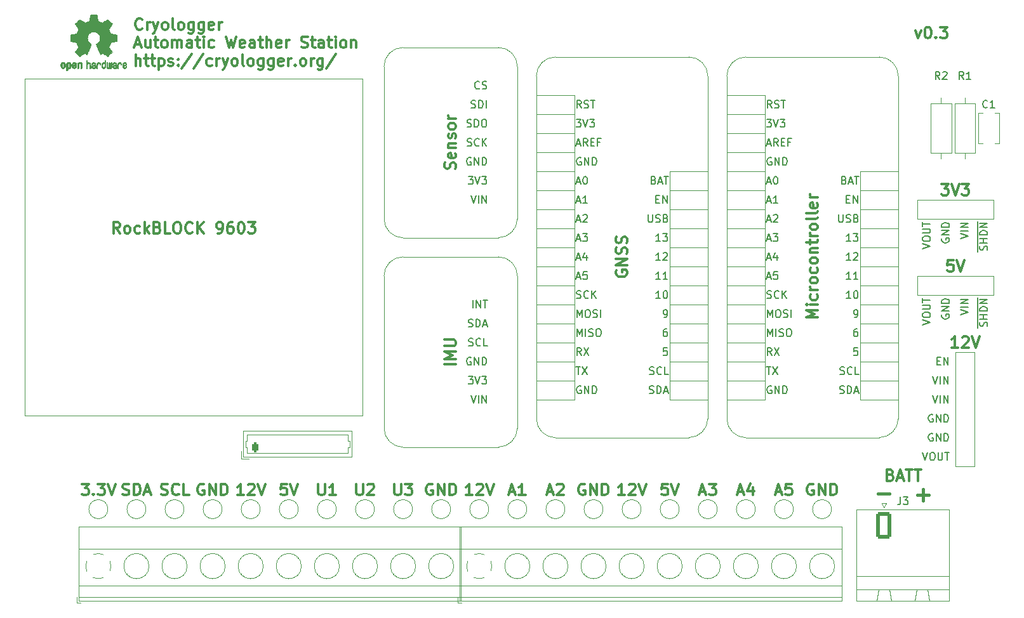
<source format=gto>
G04 #@! TF.GenerationSoftware,KiCad,Pcbnew,(6.0.5-0)*
G04 #@! TF.CreationDate,2023-01-24T18:47:57-05:00*
G04 #@! TF.ProjectId,Cryologger AWS,4372796f-6c6f-4676-9765-72204157532e,rev?*
G04 #@! TF.SameCoordinates,Original*
G04 #@! TF.FileFunction,Legend,Top*
G04 #@! TF.FilePolarity,Positive*
%FSLAX46Y46*%
G04 Gerber Fmt 4.6, Leading zero omitted, Abs format (unit mm)*
G04 Created by KiCad (PCBNEW (6.0.5-0)) date 2023-01-24 18:47:57*
%MOMM*%
%LPD*%
G01*
G04 APERTURE LIST*
G04 Aperture macros list*
%AMRoundRect*
0 Rectangle with rounded corners*
0 $1 Rounding radius*
0 $2 $3 $4 $5 $6 $7 $8 $9 X,Y pos of 4 corners*
0 Add a 4 corners polygon primitive as box body*
4,1,4,$2,$3,$4,$5,$6,$7,$8,$9,$2,$3,0*
0 Add four circle primitives for the rounded corners*
1,1,$1+$1,$2,$3*
1,1,$1+$1,$4,$5*
1,1,$1+$1,$6,$7*
1,1,$1+$1,$8,$9*
0 Add four rect primitives between the rounded corners*
20,1,$1+$1,$2,$3,$4,$5,0*
20,1,$1+$1,$4,$5,$6,$7,0*
20,1,$1+$1,$6,$7,$8,$9,0*
20,1,$1+$1,$8,$9,$2,$3,0*%
G04 Aperture macros list end*
%ADD10C,0.300000*%
%ADD11C,0.400000*%
%ADD12C,0.150000*%
%ADD13C,0.120000*%
%ADD14C,0.010000*%
%ADD15C,6.000000*%
%ADD16C,2.540000*%
%ADD17C,3.810000*%
%ADD18C,1.778000*%
%ADD19RoundRect,0.200000X-0.200000X-0.450000X0.200000X-0.450000X0.200000X0.450000X-0.200000X0.450000X0*%
%ADD20O,0.800000X1.300000*%
%ADD21C,1.600000*%
%ADD22O,1.600000X1.600000*%
%ADD23C,4.999990*%
%ADD24RoundRect,0.249999X-0.790001X-1.550001X0.790001X-1.550001X0.790001X1.550001X-0.790001X1.550001X0*%
%ADD25O,2.080000X3.600000*%
%ADD26R,2.600000X2.600000*%
%ADD27C,2.600000*%
%ADD28C,1.524000*%
%ADD29C,2.000000*%
G04 APERTURE END LIST*
D10*
X146728571Y-104512857D02*
X145228571Y-104512857D01*
X146728571Y-103798571D02*
X145228571Y-103798571D01*
X146300000Y-103298571D01*
X145228571Y-102798571D01*
X146728571Y-102798571D01*
X145228571Y-102084285D02*
X146442857Y-102084285D01*
X146585714Y-102012857D01*
X146657142Y-101941428D01*
X146728571Y-101798571D01*
X146728571Y-101512857D01*
X146657142Y-101370000D01*
X146585714Y-101298571D01*
X146442857Y-101227142D01*
X145228571Y-101227142D01*
X211502857Y-80458571D02*
X212431428Y-80458571D01*
X211931428Y-81030000D01*
X212145714Y-81030000D01*
X212288571Y-81101428D01*
X212360000Y-81172857D01*
X212431428Y-81315714D01*
X212431428Y-81672857D01*
X212360000Y-81815714D01*
X212288571Y-81887142D01*
X212145714Y-81958571D01*
X211717142Y-81958571D01*
X211574285Y-81887142D01*
X211502857Y-81815714D01*
X212860000Y-80458571D02*
X213360000Y-81958571D01*
X213860000Y-80458571D01*
X214217142Y-80458571D02*
X215145714Y-80458571D01*
X214645714Y-81030000D01*
X214860000Y-81030000D01*
X215002857Y-81101428D01*
X215074285Y-81172857D01*
X215145714Y-81315714D01*
X215145714Y-81672857D01*
X215074285Y-81815714D01*
X215002857Y-81887142D01*
X214860000Y-81958571D01*
X214431428Y-81958571D01*
X214288571Y-81887142D01*
X214217142Y-81815714D01*
X213074285Y-90618571D02*
X212360000Y-90618571D01*
X212288571Y-91332857D01*
X212360000Y-91261428D01*
X212502857Y-91190000D01*
X212860000Y-91190000D01*
X213002857Y-91261428D01*
X213074285Y-91332857D01*
X213145714Y-91475714D01*
X213145714Y-91832857D01*
X213074285Y-91975714D01*
X213002857Y-92047142D01*
X212860000Y-92118571D01*
X212502857Y-92118571D01*
X212360000Y-92047142D01*
X212288571Y-91975714D01*
X213574285Y-90618571D02*
X214074285Y-92118571D01*
X214574285Y-90618571D01*
D11*
X204596904Y-121777142D02*
X203073095Y-121777142D01*
X209057857Y-122681904D02*
X209057857Y-121158095D01*
X209819761Y-121920000D02*
X208295952Y-121920000D01*
D10*
X158948571Y-121535000D02*
X159662857Y-121535000D01*
X158805714Y-121963571D02*
X159305714Y-120463571D01*
X159805714Y-121963571D01*
X160234285Y-120606428D02*
X160305714Y-120535000D01*
X160448571Y-120463571D01*
X160805714Y-120463571D01*
X160948571Y-120535000D01*
X161020000Y-120606428D01*
X161091428Y-120749285D01*
X161091428Y-120892142D01*
X161020000Y-121106428D01*
X160162857Y-121963571D01*
X161091428Y-121963571D01*
X153868571Y-121535000D02*
X154582857Y-121535000D01*
X153725714Y-121963571D02*
X154225714Y-120463571D01*
X154725714Y-121963571D01*
X156011428Y-121963571D02*
X155154285Y-121963571D01*
X155582857Y-121963571D02*
X155582857Y-120463571D01*
X155440000Y-120677857D01*
X155297142Y-120820714D01*
X155154285Y-120892142D01*
X101954285Y-87038571D02*
X101454285Y-86324285D01*
X101097142Y-87038571D02*
X101097142Y-85538571D01*
X101668571Y-85538571D01*
X101811428Y-85610000D01*
X101882857Y-85681428D01*
X101954285Y-85824285D01*
X101954285Y-86038571D01*
X101882857Y-86181428D01*
X101811428Y-86252857D01*
X101668571Y-86324285D01*
X101097142Y-86324285D01*
X102811428Y-87038571D02*
X102668571Y-86967142D01*
X102597142Y-86895714D01*
X102525714Y-86752857D01*
X102525714Y-86324285D01*
X102597142Y-86181428D01*
X102668571Y-86110000D01*
X102811428Y-86038571D01*
X103025714Y-86038571D01*
X103168571Y-86110000D01*
X103240000Y-86181428D01*
X103311428Y-86324285D01*
X103311428Y-86752857D01*
X103240000Y-86895714D01*
X103168571Y-86967142D01*
X103025714Y-87038571D01*
X102811428Y-87038571D01*
X104597142Y-86967142D02*
X104454285Y-87038571D01*
X104168571Y-87038571D01*
X104025714Y-86967142D01*
X103954285Y-86895714D01*
X103882857Y-86752857D01*
X103882857Y-86324285D01*
X103954285Y-86181428D01*
X104025714Y-86110000D01*
X104168571Y-86038571D01*
X104454285Y-86038571D01*
X104597142Y-86110000D01*
X105240000Y-87038571D02*
X105240000Y-85538571D01*
X105382857Y-86467142D02*
X105811428Y-87038571D01*
X105811428Y-86038571D02*
X105240000Y-86610000D01*
X106954285Y-86252857D02*
X107168571Y-86324285D01*
X107240000Y-86395714D01*
X107311428Y-86538571D01*
X107311428Y-86752857D01*
X107240000Y-86895714D01*
X107168571Y-86967142D01*
X107025714Y-87038571D01*
X106454285Y-87038571D01*
X106454285Y-85538571D01*
X106954285Y-85538571D01*
X107097142Y-85610000D01*
X107168571Y-85681428D01*
X107240000Y-85824285D01*
X107240000Y-85967142D01*
X107168571Y-86110000D01*
X107097142Y-86181428D01*
X106954285Y-86252857D01*
X106454285Y-86252857D01*
X108668571Y-87038571D02*
X107954285Y-87038571D01*
X107954285Y-85538571D01*
X109454285Y-85538571D02*
X109740000Y-85538571D01*
X109882857Y-85610000D01*
X110025714Y-85752857D01*
X110097142Y-86038571D01*
X110097142Y-86538571D01*
X110025714Y-86824285D01*
X109882857Y-86967142D01*
X109740000Y-87038571D01*
X109454285Y-87038571D01*
X109311428Y-86967142D01*
X109168571Y-86824285D01*
X109097142Y-86538571D01*
X109097142Y-86038571D01*
X109168571Y-85752857D01*
X109311428Y-85610000D01*
X109454285Y-85538571D01*
X111597142Y-86895714D02*
X111525714Y-86967142D01*
X111311428Y-87038571D01*
X111168571Y-87038571D01*
X110954285Y-86967142D01*
X110811428Y-86824285D01*
X110740000Y-86681428D01*
X110668571Y-86395714D01*
X110668571Y-86181428D01*
X110740000Y-85895714D01*
X110811428Y-85752857D01*
X110954285Y-85610000D01*
X111168571Y-85538571D01*
X111311428Y-85538571D01*
X111525714Y-85610000D01*
X111597142Y-85681428D01*
X112240000Y-87038571D02*
X112240000Y-85538571D01*
X113097142Y-87038571D02*
X112454285Y-86181428D01*
X113097142Y-85538571D02*
X112240000Y-86395714D01*
X114954285Y-87038571D02*
X115240000Y-87038571D01*
X115382857Y-86967142D01*
X115454285Y-86895714D01*
X115597142Y-86681428D01*
X115668571Y-86395714D01*
X115668571Y-85824285D01*
X115597142Y-85681428D01*
X115525714Y-85610000D01*
X115382857Y-85538571D01*
X115097142Y-85538571D01*
X114954285Y-85610000D01*
X114882857Y-85681428D01*
X114811428Y-85824285D01*
X114811428Y-86181428D01*
X114882857Y-86324285D01*
X114954285Y-86395714D01*
X115097142Y-86467142D01*
X115382857Y-86467142D01*
X115525714Y-86395714D01*
X115597142Y-86324285D01*
X115668571Y-86181428D01*
X116954285Y-85538571D02*
X116668571Y-85538571D01*
X116525714Y-85610000D01*
X116454285Y-85681428D01*
X116311428Y-85895714D01*
X116240000Y-86181428D01*
X116240000Y-86752857D01*
X116311428Y-86895714D01*
X116382857Y-86967142D01*
X116525714Y-87038571D01*
X116811428Y-87038571D01*
X116954285Y-86967142D01*
X117025714Y-86895714D01*
X117097142Y-86752857D01*
X117097142Y-86395714D01*
X117025714Y-86252857D01*
X116954285Y-86181428D01*
X116811428Y-86110000D01*
X116525714Y-86110000D01*
X116382857Y-86181428D01*
X116311428Y-86252857D01*
X116240000Y-86395714D01*
X118025714Y-85538571D02*
X118168571Y-85538571D01*
X118311428Y-85610000D01*
X118382857Y-85681428D01*
X118454285Y-85824285D01*
X118525714Y-86110000D01*
X118525714Y-86467142D01*
X118454285Y-86752857D01*
X118382857Y-86895714D01*
X118311428Y-86967142D01*
X118168571Y-87038571D01*
X118025714Y-87038571D01*
X117882857Y-86967142D01*
X117811428Y-86895714D01*
X117740000Y-86752857D01*
X117668571Y-86467142D01*
X117668571Y-86110000D01*
X117740000Y-85824285D01*
X117811428Y-85681428D01*
X117882857Y-85610000D01*
X118025714Y-85538571D01*
X119025714Y-85538571D02*
X119954285Y-85538571D01*
X119454285Y-86110000D01*
X119668571Y-86110000D01*
X119811428Y-86181428D01*
X119882857Y-86252857D01*
X119954285Y-86395714D01*
X119954285Y-86752857D01*
X119882857Y-86895714D01*
X119811428Y-86967142D01*
X119668571Y-87038571D01*
X119240000Y-87038571D01*
X119097142Y-86967142D01*
X119025714Y-86895714D01*
X163957142Y-120535000D02*
X163814285Y-120463571D01*
X163600000Y-120463571D01*
X163385714Y-120535000D01*
X163242857Y-120677857D01*
X163171428Y-120820714D01*
X163100000Y-121106428D01*
X163100000Y-121320714D01*
X163171428Y-121606428D01*
X163242857Y-121749285D01*
X163385714Y-121892142D01*
X163600000Y-121963571D01*
X163742857Y-121963571D01*
X163957142Y-121892142D01*
X164028571Y-121820714D01*
X164028571Y-121320714D01*
X163742857Y-121320714D01*
X164671428Y-121963571D02*
X164671428Y-120463571D01*
X165528571Y-121963571D01*
X165528571Y-120463571D01*
X166242857Y-121963571D02*
X166242857Y-120463571D01*
X166600000Y-120463571D01*
X166814285Y-120535000D01*
X166957142Y-120677857D01*
X167028571Y-120820714D01*
X167100000Y-121106428D01*
X167100000Y-121320714D01*
X167028571Y-121606428D01*
X166957142Y-121749285D01*
X166814285Y-121892142D01*
X166600000Y-121963571D01*
X166242857Y-121963571D01*
X143637142Y-120535000D02*
X143494285Y-120463571D01*
X143280000Y-120463571D01*
X143065714Y-120535000D01*
X142922857Y-120677857D01*
X142851428Y-120820714D01*
X142780000Y-121106428D01*
X142780000Y-121320714D01*
X142851428Y-121606428D01*
X142922857Y-121749285D01*
X143065714Y-121892142D01*
X143280000Y-121963571D01*
X143422857Y-121963571D01*
X143637142Y-121892142D01*
X143708571Y-121820714D01*
X143708571Y-121320714D01*
X143422857Y-121320714D01*
X144351428Y-121963571D02*
X144351428Y-120463571D01*
X145208571Y-121963571D01*
X145208571Y-120463571D01*
X145922857Y-121963571D02*
X145922857Y-120463571D01*
X146280000Y-120463571D01*
X146494285Y-120535000D01*
X146637142Y-120677857D01*
X146708571Y-120820714D01*
X146780000Y-121106428D01*
X146780000Y-121320714D01*
X146708571Y-121606428D01*
X146637142Y-121749285D01*
X146494285Y-121892142D01*
X146280000Y-121963571D01*
X145922857Y-121963571D01*
X118451428Y-121963571D02*
X117594285Y-121963571D01*
X118022857Y-121963571D02*
X118022857Y-120463571D01*
X117880000Y-120677857D01*
X117737142Y-120820714D01*
X117594285Y-120892142D01*
X119022857Y-120606428D02*
X119094285Y-120535000D01*
X119237142Y-120463571D01*
X119594285Y-120463571D01*
X119737142Y-120535000D01*
X119808571Y-120606428D01*
X119880000Y-120749285D01*
X119880000Y-120892142D01*
X119808571Y-121106428D01*
X118951428Y-121963571D01*
X119880000Y-121963571D01*
X120308571Y-120463571D02*
X120808571Y-121963571D01*
X121308571Y-120463571D01*
X113157142Y-120535000D02*
X113014285Y-120463571D01*
X112800000Y-120463571D01*
X112585714Y-120535000D01*
X112442857Y-120677857D01*
X112371428Y-120820714D01*
X112300000Y-121106428D01*
X112300000Y-121320714D01*
X112371428Y-121606428D01*
X112442857Y-121749285D01*
X112585714Y-121892142D01*
X112800000Y-121963571D01*
X112942857Y-121963571D01*
X113157142Y-121892142D01*
X113228571Y-121820714D01*
X113228571Y-121320714D01*
X112942857Y-121320714D01*
X113871428Y-121963571D02*
X113871428Y-120463571D01*
X114728571Y-121963571D01*
X114728571Y-120463571D01*
X115442857Y-121963571D02*
X115442857Y-120463571D01*
X115800000Y-120463571D01*
X116014285Y-120535000D01*
X116157142Y-120677857D01*
X116228571Y-120820714D01*
X116300000Y-121106428D01*
X116300000Y-121320714D01*
X116228571Y-121606428D01*
X116157142Y-121749285D01*
X116014285Y-121892142D01*
X115800000Y-121963571D01*
X115442857Y-121963571D01*
X138557142Y-120463571D02*
X138557142Y-121677857D01*
X138628571Y-121820714D01*
X138700000Y-121892142D01*
X138842857Y-121963571D01*
X139128571Y-121963571D01*
X139271428Y-121892142D01*
X139342857Y-121820714D01*
X139414285Y-121677857D01*
X139414285Y-120463571D01*
X139985714Y-120463571D02*
X140914285Y-120463571D01*
X140414285Y-121035000D01*
X140628571Y-121035000D01*
X140771428Y-121106428D01*
X140842857Y-121177857D01*
X140914285Y-121320714D01*
X140914285Y-121677857D01*
X140842857Y-121820714D01*
X140771428Y-121892142D01*
X140628571Y-121963571D01*
X140200000Y-121963571D01*
X140057142Y-121892142D01*
X139985714Y-121820714D01*
X194437142Y-120535000D02*
X194294285Y-120463571D01*
X194080000Y-120463571D01*
X193865714Y-120535000D01*
X193722857Y-120677857D01*
X193651428Y-120820714D01*
X193580000Y-121106428D01*
X193580000Y-121320714D01*
X193651428Y-121606428D01*
X193722857Y-121749285D01*
X193865714Y-121892142D01*
X194080000Y-121963571D01*
X194222857Y-121963571D01*
X194437142Y-121892142D01*
X194508571Y-121820714D01*
X194508571Y-121320714D01*
X194222857Y-121320714D01*
X195151428Y-121963571D02*
X195151428Y-120463571D01*
X196008571Y-121963571D01*
X196008571Y-120463571D01*
X196722857Y-121963571D02*
X196722857Y-120463571D01*
X197080000Y-120463571D01*
X197294285Y-120535000D01*
X197437142Y-120677857D01*
X197508571Y-120820714D01*
X197580000Y-121106428D01*
X197580000Y-121320714D01*
X197508571Y-121606428D01*
X197437142Y-121749285D01*
X197294285Y-121892142D01*
X197080000Y-121963571D01*
X196722857Y-121963571D01*
X146657142Y-78430000D02*
X146728571Y-78215714D01*
X146728571Y-77858571D01*
X146657142Y-77715714D01*
X146585714Y-77644285D01*
X146442857Y-77572857D01*
X146300000Y-77572857D01*
X146157142Y-77644285D01*
X146085714Y-77715714D01*
X146014285Y-77858571D01*
X145942857Y-78144285D01*
X145871428Y-78287142D01*
X145800000Y-78358571D01*
X145657142Y-78430000D01*
X145514285Y-78430000D01*
X145371428Y-78358571D01*
X145300000Y-78287142D01*
X145228571Y-78144285D01*
X145228571Y-77787142D01*
X145300000Y-77572857D01*
X146657142Y-76358571D02*
X146728571Y-76501428D01*
X146728571Y-76787142D01*
X146657142Y-76930000D01*
X146514285Y-77001428D01*
X145942857Y-77001428D01*
X145800000Y-76930000D01*
X145728571Y-76787142D01*
X145728571Y-76501428D01*
X145800000Y-76358571D01*
X145942857Y-76287142D01*
X146085714Y-76287142D01*
X146228571Y-77001428D01*
X145728571Y-75644285D02*
X146728571Y-75644285D01*
X145871428Y-75644285D02*
X145800000Y-75572857D01*
X145728571Y-75430000D01*
X145728571Y-75215714D01*
X145800000Y-75072857D01*
X145942857Y-75001428D01*
X146728571Y-75001428D01*
X146657142Y-74358571D02*
X146728571Y-74215714D01*
X146728571Y-73930000D01*
X146657142Y-73787142D01*
X146514285Y-73715714D01*
X146442857Y-73715714D01*
X146300000Y-73787142D01*
X146228571Y-73930000D01*
X146228571Y-74144285D01*
X146157142Y-74287142D01*
X146014285Y-74358571D01*
X145942857Y-74358571D01*
X145800000Y-74287142D01*
X145728571Y-74144285D01*
X145728571Y-73930000D01*
X145800000Y-73787142D01*
X146728571Y-72858571D02*
X146657142Y-73001428D01*
X146585714Y-73072857D01*
X146442857Y-73144285D01*
X146014285Y-73144285D01*
X145871428Y-73072857D01*
X145800000Y-73001428D01*
X145728571Y-72858571D01*
X145728571Y-72644285D01*
X145800000Y-72501428D01*
X145871428Y-72430000D01*
X146014285Y-72358571D01*
X146442857Y-72358571D01*
X146585714Y-72430000D01*
X146657142Y-72501428D01*
X146728571Y-72644285D01*
X146728571Y-72858571D01*
X146728571Y-71715714D02*
X145728571Y-71715714D01*
X146014285Y-71715714D02*
X145871428Y-71644285D01*
X145800000Y-71572857D01*
X145728571Y-71430000D01*
X145728571Y-71287142D01*
X102318571Y-121892142D02*
X102532857Y-121963571D01*
X102890000Y-121963571D01*
X103032857Y-121892142D01*
X103104285Y-121820714D01*
X103175714Y-121677857D01*
X103175714Y-121535000D01*
X103104285Y-121392142D01*
X103032857Y-121320714D01*
X102890000Y-121249285D01*
X102604285Y-121177857D01*
X102461428Y-121106428D01*
X102390000Y-121035000D01*
X102318571Y-120892142D01*
X102318571Y-120749285D01*
X102390000Y-120606428D01*
X102461428Y-120535000D01*
X102604285Y-120463571D01*
X102961428Y-120463571D01*
X103175714Y-120535000D01*
X103818571Y-121963571D02*
X103818571Y-120463571D01*
X104175714Y-120463571D01*
X104390000Y-120535000D01*
X104532857Y-120677857D01*
X104604285Y-120820714D01*
X104675714Y-121106428D01*
X104675714Y-121320714D01*
X104604285Y-121606428D01*
X104532857Y-121749285D01*
X104390000Y-121892142D01*
X104175714Y-121963571D01*
X103818571Y-121963571D01*
X105247142Y-121535000D02*
X105961428Y-121535000D01*
X105104285Y-121963571D02*
X105604285Y-120463571D01*
X106104285Y-121963571D01*
X174974285Y-120463571D02*
X174260000Y-120463571D01*
X174188571Y-121177857D01*
X174260000Y-121106428D01*
X174402857Y-121035000D01*
X174760000Y-121035000D01*
X174902857Y-121106428D01*
X174974285Y-121177857D01*
X175045714Y-121320714D01*
X175045714Y-121677857D01*
X174974285Y-121820714D01*
X174902857Y-121892142D01*
X174760000Y-121963571D01*
X174402857Y-121963571D01*
X174260000Y-121892142D01*
X174188571Y-121820714D01*
X175474285Y-120463571D02*
X175974285Y-121963571D01*
X176474285Y-120463571D01*
X189428571Y-121535000D02*
X190142857Y-121535000D01*
X189285714Y-121963571D02*
X189785714Y-120463571D01*
X190285714Y-121963571D01*
X191500000Y-120463571D02*
X190785714Y-120463571D01*
X190714285Y-121177857D01*
X190785714Y-121106428D01*
X190928571Y-121035000D01*
X191285714Y-121035000D01*
X191428571Y-121106428D01*
X191500000Y-121177857D01*
X191571428Y-121320714D01*
X191571428Y-121677857D01*
X191500000Y-121820714D01*
X191428571Y-121892142D01*
X191285714Y-121963571D01*
X190928571Y-121963571D01*
X190785714Y-121892142D01*
X190714285Y-121820714D01*
X194988571Y-98277142D02*
X193488571Y-98277142D01*
X194560000Y-97777142D01*
X193488571Y-97277142D01*
X194988571Y-97277142D01*
X194988571Y-96562857D02*
X193988571Y-96562857D01*
X193488571Y-96562857D02*
X193560000Y-96634285D01*
X193631428Y-96562857D01*
X193560000Y-96491428D01*
X193488571Y-96562857D01*
X193631428Y-96562857D01*
X194917142Y-95205714D02*
X194988571Y-95348571D01*
X194988571Y-95634285D01*
X194917142Y-95777142D01*
X194845714Y-95848571D01*
X194702857Y-95920000D01*
X194274285Y-95920000D01*
X194131428Y-95848571D01*
X194060000Y-95777142D01*
X193988571Y-95634285D01*
X193988571Y-95348571D01*
X194060000Y-95205714D01*
X194988571Y-94562857D02*
X193988571Y-94562857D01*
X194274285Y-94562857D02*
X194131428Y-94491428D01*
X194060000Y-94420000D01*
X193988571Y-94277142D01*
X193988571Y-94134285D01*
X194988571Y-93420000D02*
X194917142Y-93562857D01*
X194845714Y-93634285D01*
X194702857Y-93705714D01*
X194274285Y-93705714D01*
X194131428Y-93634285D01*
X194060000Y-93562857D01*
X193988571Y-93420000D01*
X193988571Y-93205714D01*
X194060000Y-93062857D01*
X194131428Y-92991428D01*
X194274285Y-92920000D01*
X194702857Y-92920000D01*
X194845714Y-92991428D01*
X194917142Y-93062857D01*
X194988571Y-93205714D01*
X194988571Y-93420000D01*
X194917142Y-91634285D02*
X194988571Y-91777142D01*
X194988571Y-92062857D01*
X194917142Y-92205714D01*
X194845714Y-92277142D01*
X194702857Y-92348571D01*
X194274285Y-92348571D01*
X194131428Y-92277142D01*
X194060000Y-92205714D01*
X193988571Y-92062857D01*
X193988571Y-91777142D01*
X194060000Y-91634285D01*
X194988571Y-90777142D02*
X194917142Y-90920000D01*
X194845714Y-90991428D01*
X194702857Y-91062857D01*
X194274285Y-91062857D01*
X194131428Y-90991428D01*
X194060000Y-90920000D01*
X193988571Y-90777142D01*
X193988571Y-90562857D01*
X194060000Y-90420000D01*
X194131428Y-90348571D01*
X194274285Y-90277142D01*
X194702857Y-90277142D01*
X194845714Y-90348571D01*
X194917142Y-90420000D01*
X194988571Y-90562857D01*
X194988571Y-90777142D01*
X193988571Y-89634285D02*
X194988571Y-89634285D01*
X194131428Y-89634285D02*
X194060000Y-89562857D01*
X193988571Y-89420000D01*
X193988571Y-89205714D01*
X194060000Y-89062857D01*
X194202857Y-88991428D01*
X194988571Y-88991428D01*
X193988571Y-88491428D02*
X193988571Y-87920000D01*
X193488571Y-88277142D02*
X194774285Y-88277142D01*
X194917142Y-88205714D01*
X194988571Y-88062857D01*
X194988571Y-87920000D01*
X194988571Y-87420000D02*
X193988571Y-87420000D01*
X194274285Y-87420000D02*
X194131428Y-87348571D01*
X194060000Y-87277142D01*
X193988571Y-87134285D01*
X193988571Y-86991428D01*
X194988571Y-86277142D02*
X194917142Y-86420000D01*
X194845714Y-86491428D01*
X194702857Y-86562857D01*
X194274285Y-86562857D01*
X194131428Y-86491428D01*
X194060000Y-86420000D01*
X193988571Y-86277142D01*
X193988571Y-86062857D01*
X194060000Y-85920000D01*
X194131428Y-85848571D01*
X194274285Y-85777142D01*
X194702857Y-85777142D01*
X194845714Y-85848571D01*
X194917142Y-85920000D01*
X194988571Y-86062857D01*
X194988571Y-86277142D01*
X194988571Y-84920000D02*
X194917142Y-85062857D01*
X194774285Y-85134285D01*
X193488571Y-85134285D01*
X194988571Y-84134285D02*
X194917142Y-84277142D01*
X194774285Y-84348571D01*
X193488571Y-84348571D01*
X194917142Y-82991428D02*
X194988571Y-83134285D01*
X194988571Y-83420000D01*
X194917142Y-83562857D01*
X194774285Y-83634285D01*
X194202857Y-83634285D01*
X194060000Y-83562857D01*
X193988571Y-83420000D01*
X193988571Y-83134285D01*
X194060000Y-82991428D01*
X194202857Y-82920000D01*
X194345714Y-82920000D01*
X194488571Y-83634285D01*
X194988571Y-82277142D02*
X193988571Y-82277142D01*
X194274285Y-82277142D02*
X194131428Y-82205714D01*
X194060000Y-82134285D01*
X193988571Y-81991428D01*
X193988571Y-81848571D01*
X184348571Y-121535000D02*
X185062857Y-121535000D01*
X184205714Y-121963571D02*
X184705714Y-120463571D01*
X185205714Y-121963571D01*
X186348571Y-120963571D02*
X186348571Y-121963571D01*
X185991428Y-120392142D02*
X185634285Y-121463571D01*
X186562857Y-121463571D01*
X208054285Y-60003571D02*
X208411428Y-61003571D01*
X208768571Y-60003571D01*
X209625714Y-59503571D02*
X209768571Y-59503571D01*
X209911428Y-59575000D01*
X209982857Y-59646428D01*
X210054285Y-59789285D01*
X210125714Y-60075000D01*
X210125714Y-60432142D01*
X210054285Y-60717857D01*
X209982857Y-60860714D01*
X209911428Y-60932142D01*
X209768571Y-61003571D01*
X209625714Y-61003571D01*
X209482857Y-60932142D01*
X209411428Y-60860714D01*
X209340000Y-60717857D01*
X209268571Y-60432142D01*
X209268571Y-60075000D01*
X209340000Y-59789285D01*
X209411428Y-59646428D01*
X209482857Y-59575000D01*
X209625714Y-59503571D01*
X210768571Y-60860714D02*
X210840000Y-60932142D01*
X210768571Y-61003571D01*
X210697142Y-60932142D01*
X210768571Y-60860714D01*
X210768571Y-61003571D01*
X211340000Y-59503571D02*
X212268571Y-59503571D01*
X211768571Y-60075000D01*
X211982857Y-60075000D01*
X212125714Y-60146428D01*
X212197142Y-60217857D01*
X212268571Y-60360714D01*
X212268571Y-60717857D01*
X212197142Y-60860714D01*
X212125714Y-60932142D01*
X211982857Y-61003571D01*
X211554285Y-61003571D01*
X211411428Y-60932142D01*
X211340000Y-60860714D01*
X133477142Y-120463571D02*
X133477142Y-121677857D01*
X133548571Y-121820714D01*
X133620000Y-121892142D01*
X133762857Y-121963571D01*
X134048571Y-121963571D01*
X134191428Y-121892142D01*
X134262857Y-121820714D01*
X134334285Y-121677857D01*
X134334285Y-120463571D01*
X134977142Y-120606428D02*
X135048571Y-120535000D01*
X135191428Y-120463571D01*
X135548571Y-120463571D01*
X135691428Y-120535000D01*
X135762857Y-120606428D01*
X135834285Y-120749285D01*
X135834285Y-120892142D01*
X135762857Y-121106428D01*
X134905714Y-121963571D01*
X135834285Y-121963571D01*
X168160000Y-91991428D02*
X168088571Y-92134285D01*
X168088571Y-92348571D01*
X168160000Y-92562857D01*
X168302857Y-92705714D01*
X168445714Y-92777142D01*
X168731428Y-92848571D01*
X168945714Y-92848571D01*
X169231428Y-92777142D01*
X169374285Y-92705714D01*
X169517142Y-92562857D01*
X169588571Y-92348571D01*
X169588571Y-92205714D01*
X169517142Y-91991428D01*
X169445714Y-91920000D01*
X168945714Y-91920000D01*
X168945714Y-92205714D01*
X169588571Y-91277142D02*
X168088571Y-91277142D01*
X169588571Y-90420000D01*
X168088571Y-90420000D01*
X169517142Y-89777142D02*
X169588571Y-89562857D01*
X169588571Y-89205714D01*
X169517142Y-89062857D01*
X169445714Y-88991428D01*
X169302857Y-88920000D01*
X169160000Y-88920000D01*
X169017142Y-88991428D01*
X168945714Y-89062857D01*
X168874285Y-89205714D01*
X168802857Y-89491428D01*
X168731428Y-89634285D01*
X168660000Y-89705714D01*
X168517142Y-89777142D01*
X168374285Y-89777142D01*
X168231428Y-89705714D01*
X168160000Y-89634285D01*
X168088571Y-89491428D01*
X168088571Y-89134285D01*
X168160000Y-88920000D01*
X169517142Y-88348571D02*
X169588571Y-88134285D01*
X169588571Y-87777142D01*
X169517142Y-87634285D01*
X169445714Y-87562857D01*
X169302857Y-87491428D01*
X169160000Y-87491428D01*
X169017142Y-87562857D01*
X168945714Y-87634285D01*
X168874285Y-87777142D01*
X168802857Y-88062857D01*
X168731428Y-88205714D01*
X168660000Y-88277142D01*
X168517142Y-88348571D01*
X168374285Y-88348571D01*
X168231428Y-88277142D01*
X168160000Y-88205714D01*
X168088571Y-88062857D01*
X168088571Y-87705714D01*
X168160000Y-87491428D01*
X204696428Y-119272857D02*
X204910714Y-119344285D01*
X204982142Y-119415714D01*
X205053571Y-119558571D01*
X205053571Y-119772857D01*
X204982142Y-119915714D01*
X204910714Y-119987142D01*
X204767857Y-120058571D01*
X204196428Y-120058571D01*
X204196428Y-118558571D01*
X204696428Y-118558571D01*
X204839285Y-118630000D01*
X204910714Y-118701428D01*
X204982142Y-118844285D01*
X204982142Y-118987142D01*
X204910714Y-119130000D01*
X204839285Y-119201428D01*
X204696428Y-119272857D01*
X204196428Y-119272857D01*
X205625000Y-119630000D02*
X206339285Y-119630000D01*
X205482142Y-120058571D02*
X205982142Y-118558571D01*
X206482142Y-120058571D01*
X206767857Y-118558571D02*
X207625000Y-118558571D01*
X207196428Y-120058571D02*
X207196428Y-118558571D01*
X207910714Y-118558571D02*
X208767857Y-118558571D01*
X208339285Y-120058571D02*
X208339285Y-118558571D01*
X104914285Y-59715714D02*
X104842857Y-59787142D01*
X104628571Y-59858571D01*
X104485714Y-59858571D01*
X104271428Y-59787142D01*
X104128571Y-59644285D01*
X104057142Y-59501428D01*
X103985714Y-59215714D01*
X103985714Y-59001428D01*
X104057142Y-58715714D01*
X104128571Y-58572857D01*
X104271428Y-58430000D01*
X104485714Y-58358571D01*
X104628571Y-58358571D01*
X104842857Y-58430000D01*
X104914285Y-58501428D01*
X105557142Y-59858571D02*
X105557142Y-58858571D01*
X105557142Y-59144285D02*
X105628571Y-59001428D01*
X105700000Y-58930000D01*
X105842857Y-58858571D01*
X105985714Y-58858571D01*
X106342857Y-58858571D02*
X106700000Y-59858571D01*
X107057142Y-58858571D02*
X106700000Y-59858571D01*
X106557142Y-60215714D01*
X106485714Y-60287142D01*
X106342857Y-60358571D01*
X107842857Y-59858571D02*
X107700000Y-59787142D01*
X107628571Y-59715714D01*
X107557142Y-59572857D01*
X107557142Y-59144285D01*
X107628571Y-59001428D01*
X107700000Y-58930000D01*
X107842857Y-58858571D01*
X108057142Y-58858571D01*
X108200000Y-58930000D01*
X108271428Y-59001428D01*
X108342857Y-59144285D01*
X108342857Y-59572857D01*
X108271428Y-59715714D01*
X108200000Y-59787142D01*
X108057142Y-59858571D01*
X107842857Y-59858571D01*
X109200000Y-59858571D02*
X109057142Y-59787142D01*
X108985714Y-59644285D01*
X108985714Y-58358571D01*
X109985714Y-59858571D02*
X109842857Y-59787142D01*
X109771428Y-59715714D01*
X109700000Y-59572857D01*
X109700000Y-59144285D01*
X109771428Y-59001428D01*
X109842857Y-58930000D01*
X109985714Y-58858571D01*
X110200000Y-58858571D01*
X110342857Y-58930000D01*
X110414285Y-59001428D01*
X110485714Y-59144285D01*
X110485714Y-59572857D01*
X110414285Y-59715714D01*
X110342857Y-59787142D01*
X110200000Y-59858571D01*
X109985714Y-59858571D01*
X111771428Y-58858571D02*
X111771428Y-60072857D01*
X111700000Y-60215714D01*
X111628571Y-60287142D01*
X111485714Y-60358571D01*
X111271428Y-60358571D01*
X111128571Y-60287142D01*
X111771428Y-59787142D02*
X111628571Y-59858571D01*
X111342857Y-59858571D01*
X111200000Y-59787142D01*
X111128571Y-59715714D01*
X111057142Y-59572857D01*
X111057142Y-59144285D01*
X111128571Y-59001428D01*
X111200000Y-58930000D01*
X111342857Y-58858571D01*
X111628571Y-58858571D01*
X111771428Y-58930000D01*
X113128571Y-58858571D02*
X113128571Y-60072857D01*
X113057142Y-60215714D01*
X112985714Y-60287142D01*
X112842857Y-60358571D01*
X112628571Y-60358571D01*
X112485714Y-60287142D01*
X113128571Y-59787142D02*
X112985714Y-59858571D01*
X112700000Y-59858571D01*
X112557142Y-59787142D01*
X112485714Y-59715714D01*
X112414285Y-59572857D01*
X112414285Y-59144285D01*
X112485714Y-59001428D01*
X112557142Y-58930000D01*
X112700000Y-58858571D01*
X112985714Y-58858571D01*
X113128571Y-58930000D01*
X114414285Y-59787142D02*
X114271428Y-59858571D01*
X113985714Y-59858571D01*
X113842857Y-59787142D01*
X113771428Y-59644285D01*
X113771428Y-59072857D01*
X113842857Y-58930000D01*
X113985714Y-58858571D01*
X114271428Y-58858571D01*
X114414285Y-58930000D01*
X114485714Y-59072857D01*
X114485714Y-59215714D01*
X113771428Y-59358571D01*
X115128571Y-59858571D02*
X115128571Y-58858571D01*
X115128571Y-59144285D02*
X115200000Y-59001428D01*
X115271428Y-58930000D01*
X115414285Y-58858571D01*
X115557142Y-58858571D01*
X103985714Y-61845000D02*
X104700000Y-61845000D01*
X103842857Y-62273571D02*
X104342857Y-60773571D01*
X104842857Y-62273571D01*
X105985714Y-61273571D02*
X105985714Y-62273571D01*
X105342857Y-61273571D02*
X105342857Y-62059285D01*
X105414285Y-62202142D01*
X105557142Y-62273571D01*
X105771428Y-62273571D01*
X105914285Y-62202142D01*
X105985714Y-62130714D01*
X106485714Y-61273571D02*
X107057142Y-61273571D01*
X106700000Y-60773571D02*
X106700000Y-62059285D01*
X106771428Y-62202142D01*
X106914285Y-62273571D01*
X107057142Y-62273571D01*
X107771428Y-62273571D02*
X107628571Y-62202142D01*
X107557142Y-62130714D01*
X107485714Y-61987857D01*
X107485714Y-61559285D01*
X107557142Y-61416428D01*
X107628571Y-61345000D01*
X107771428Y-61273571D01*
X107985714Y-61273571D01*
X108128571Y-61345000D01*
X108200000Y-61416428D01*
X108271428Y-61559285D01*
X108271428Y-61987857D01*
X108200000Y-62130714D01*
X108128571Y-62202142D01*
X107985714Y-62273571D01*
X107771428Y-62273571D01*
X108914285Y-62273571D02*
X108914285Y-61273571D01*
X108914285Y-61416428D02*
X108985714Y-61345000D01*
X109128571Y-61273571D01*
X109342857Y-61273571D01*
X109485714Y-61345000D01*
X109557142Y-61487857D01*
X109557142Y-62273571D01*
X109557142Y-61487857D02*
X109628571Y-61345000D01*
X109771428Y-61273571D01*
X109985714Y-61273571D01*
X110128571Y-61345000D01*
X110200000Y-61487857D01*
X110200000Y-62273571D01*
X111557142Y-62273571D02*
X111557142Y-61487857D01*
X111485714Y-61345000D01*
X111342857Y-61273571D01*
X111057142Y-61273571D01*
X110914285Y-61345000D01*
X111557142Y-62202142D02*
X111414285Y-62273571D01*
X111057142Y-62273571D01*
X110914285Y-62202142D01*
X110842857Y-62059285D01*
X110842857Y-61916428D01*
X110914285Y-61773571D01*
X111057142Y-61702142D01*
X111414285Y-61702142D01*
X111557142Y-61630714D01*
X112057142Y-61273571D02*
X112628571Y-61273571D01*
X112271428Y-60773571D02*
X112271428Y-62059285D01*
X112342857Y-62202142D01*
X112485714Y-62273571D01*
X112628571Y-62273571D01*
X113128571Y-62273571D02*
X113128571Y-61273571D01*
X113128571Y-60773571D02*
X113057142Y-60845000D01*
X113128571Y-60916428D01*
X113200000Y-60845000D01*
X113128571Y-60773571D01*
X113128571Y-60916428D01*
X114485714Y-62202142D02*
X114342857Y-62273571D01*
X114057142Y-62273571D01*
X113914285Y-62202142D01*
X113842857Y-62130714D01*
X113771428Y-61987857D01*
X113771428Y-61559285D01*
X113842857Y-61416428D01*
X113914285Y-61345000D01*
X114057142Y-61273571D01*
X114342857Y-61273571D01*
X114485714Y-61345000D01*
X116128571Y-60773571D02*
X116485714Y-62273571D01*
X116771428Y-61202142D01*
X117057142Y-62273571D01*
X117414285Y-60773571D01*
X118557142Y-62202142D02*
X118414285Y-62273571D01*
X118128571Y-62273571D01*
X117985714Y-62202142D01*
X117914285Y-62059285D01*
X117914285Y-61487857D01*
X117985714Y-61345000D01*
X118128571Y-61273571D01*
X118414285Y-61273571D01*
X118557142Y-61345000D01*
X118628571Y-61487857D01*
X118628571Y-61630714D01*
X117914285Y-61773571D01*
X119914285Y-62273571D02*
X119914285Y-61487857D01*
X119842857Y-61345000D01*
X119700000Y-61273571D01*
X119414285Y-61273571D01*
X119271428Y-61345000D01*
X119914285Y-62202142D02*
X119771428Y-62273571D01*
X119414285Y-62273571D01*
X119271428Y-62202142D01*
X119200000Y-62059285D01*
X119200000Y-61916428D01*
X119271428Y-61773571D01*
X119414285Y-61702142D01*
X119771428Y-61702142D01*
X119914285Y-61630714D01*
X120414285Y-61273571D02*
X120985714Y-61273571D01*
X120628571Y-60773571D02*
X120628571Y-62059285D01*
X120700000Y-62202142D01*
X120842857Y-62273571D01*
X120985714Y-62273571D01*
X121485714Y-62273571D02*
X121485714Y-60773571D01*
X122128571Y-62273571D02*
X122128571Y-61487857D01*
X122057142Y-61345000D01*
X121914285Y-61273571D01*
X121700000Y-61273571D01*
X121557142Y-61345000D01*
X121485714Y-61416428D01*
X123414285Y-62202142D02*
X123271428Y-62273571D01*
X122985714Y-62273571D01*
X122842857Y-62202142D01*
X122771428Y-62059285D01*
X122771428Y-61487857D01*
X122842857Y-61345000D01*
X122985714Y-61273571D01*
X123271428Y-61273571D01*
X123414285Y-61345000D01*
X123485714Y-61487857D01*
X123485714Y-61630714D01*
X122771428Y-61773571D01*
X124128571Y-62273571D02*
X124128571Y-61273571D01*
X124128571Y-61559285D02*
X124200000Y-61416428D01*
X124271428Y-61345000D01*
X124414285Y-61273571D01*
X124557142Y-61273571D01*
X126128571Y-62202142D02*
X126342857Y-62273571D01*
X126700000Y-62273571D01*
X126842857Y-62202142D01*
X126914285Y-62130714D01*
X126985714Y-61987857D01*
X126985714Y-61845000D01*
X126914285Y-61702142D01*
X126842857Y-61630714D01*
X126700000Y-61559285D01*
X126414285Y-61487857D01*
X126271428Y-61416428D01*
X126200000Y-61345000D01*
X126128571Y-61202142D01*
X126128571Y-61059285D01*
X126200000Y-60916428D01*
X126271428Y-60845000D01*
X126414285Y-60773571D01*
X126771428Y-60773571D01*
X126985714Y-60845000D01*
X127414285Y-61273571D02*
X127985714Y-61273571D01*
X127628571Y-60773571D02*
X127628571Y-62059285D01*
X127700000Y-62202142D01*
X127842857Y-62273571D01*
X127985714Y-62273571D01*
X129128571Y-62273571D02*
X129128571Y-61487857D01*
X129057142Y-61345000D01*
X128914285Y-61273571D01*
X128628571Y-61273571D01*
X128485714Y-61345000D01*
X129128571Y-62202142D02*
X128985714Y-62273571D01*
X128628571Y-62273571D01*
X128485714Y-62202142D01*
X128414285Y-62059285D01*
X128414285Y-61916428D01*
X128485714Y-61773571D01*
X128628571Y-61702142D01*
X128985714Y-61702142D01*
X129128571Y-61630714D01*
X129628571Y-61273571D02*
X130200000Y-61273571D01*
X129842857Y-60773571D02*
X129842857Y-62059285D01*
X129914285Y-62202142D01*
X130057142Y-62273571D01*
X130200000Y-62273571D01*
X130700000Y-62273571D02*
X130700000Y-61273571D01*
X130700000Y-60773571D02*
X130628571Y-60845000D01*
X130700000Y-60916428D01*
X130771428Y-60845000D01*
X130700000Y-60773571D01*
X130700000Y-60916428D01*
X131628571Y-62273571D02*
X131485714Y-62202142D01*
X131414285Y-62130714D01*
X131342857Y-61987857D01*
X131342857Y-61559285D01*
X131414285Y-61416428D01*
X131485714Y-61345000D01*
X131628571Y-61273571D01*
X131842857Y-61273571D01*
X131985714Y-61345000D01*
X132057142Y-61416428D01*
X132128571Y-61559285D01*
X132128571Y-61987857D01*
X132057142Y-62130714D01*
X131985714Y-62202142D01*
X131842857Y-62273571D01*
X131628571Y-62273571D01*
X132771428Y-61273571D02*
X132771428Y-62273571D01*
X132771428Y-61416428D02*
X132842857Y-61345000D01*
X132985714Y-61273571D01*
X133200000Y-61273571D01*
X133342857Y-61345000D01*
X133414285Y-61487857D01*
X133414285Y-62273571D01*
X104057142Y-64688571D02*
X104057142Y-63188571D01*
X104700000Y-64688571D02*
X104700000Y-63902857D01*
X104628571Y-63760000D01*
X104485714Y-63688571D01*
X104271428Y-63688571D01*
X104128571Y-63760000D01*
X104057142Y-63831428D01*
X105200000Y-63688571D02*
X105771428Y-63688571D01*
X105414285Y-63188571D02*
X105414285Y-64474285D01*
X105485714Y-64617142D01*
X105628571Y-64688571D01*
X105771428Y-64688571D01*
X106057142Y-63688571D02*
X106628571Y-63688571D01*
X106271428Y-63188571D02*
X106271428Y-64474285D01*
X106342857Y-64617142D01*
X106485714Y-64688571D01*
X106628571Y-64688571D01*
X107128571Y-63688571D02*
X107128571Y-65188571D01*
X107128571Y-63760000D02*
X107271428Y-63688571D01*
X107557142Y-63688571D01*
X107700000Y-63760000D01*
X107771428Y-63831428D01*
X107842857Y-63974285D01*
X107842857Y-64402857D01*
X107771428Y-64545714D01*
X107700000Y-64617142D01*
X107557142Y-64688571D01*
X107271428Y-64688571D01*
X107128571Y-64617142D01*
X108414285Y-64617142D02*
X108557142Y-64688571D01*
X108842857Y-64688571D01*
X108985714Y-64617142D01*
X109057142Y-64474285D01*
X109057142Y-64402857D01*
X108985714Y-64260000D01*
X108842857Y-64188571D01*
X108628571Y-64188571D01*
X108485714Y-64117142D01*
X108414285Y-63974285D01*
X108414285Y-63902857D01*
X108485714Y-63760000D01*
X108628571Y-63688571D01*
X108842857Y-63688571D01*
X108985714Y-63760000D01*
X109700000Y-64545714D02*
X109771428Y-64617142D01*
X109700000Y-64688571D01*
X109628571Y-64617142D01*
X109700000Y-64545714D01*
X109700000Y-64688571D01*
X109700000Y-63760000D02*
X109771428Y-63831428D01*
X109700000Y-63902857D01*
X109628571Y-63831428D01*
X109700000Y-63760000D01*
X109700000Y-63902857D01*
X111485714Y-63117142D02*
X110200000Y-65045714D01*
X113057142Y-63117142D02*
X111771428Y-65045714D01*
X114200000Y-64617142D02*
X114057142Y-64688571D01*
X113771428Y-64688571D01*
X113628571Y-64617142D01*
X113557142Y-64545714D01*
X113485714Y-64402857D01*
X113485714Y-63974285D01*
X113557142Y-63831428D01*
X113628571Y-63760000D01*
X113771428Y-63688571D01*
X114057142Y-63688571D01*
X114200000Y-63760000D01*
X114842857Y-64688571D02*
X114842857Y-63688571D01*
X114842857Y-63974285D02*
X114914285Y-63831428D01*
X114985714Y-63760000D01*
X115128571Y-63688571D01*
X115271428Y-63688571D01*
X115628571Y-63688571D02*
X115985714Y-64688571D01*
X116342857Y-63688571D02*
X115985714Y-64688571D01*
X115842857Y-65045714D01*
X115771428Y-65117142D01*
X115628571Y-65188571D01*
X117128571Y-64688571D02*
X116985714Y-64617142D01*
X116914285Y-64545714D01*
X116842857Y-64402857D01*
X116842857Y-63974285D01*
X116914285Y-63831428D01*
X116985714Y-63760000D01*
X117128571Y-63688571D01*
X117342857Y-63688571D01*
X117485714Y-63760000D01*
X117557142Y-63831428D01*
X117628571Y-63974285D01*
X117628571Y-64402857D01*
X117557142Y-64545714D01*
X117485714Y-64617142D01*
X117342857Y-64688571D01*
X117128571Y-64688571D01*
X118485714Y-64688571D02*
X118342857Y-64617142D01*
X118271428Y-64474285D01*
X118271428Y-63188571D01*
X119271428Y-64688571D02*
X119128571Y-64617142D01*
X119057142Y-64545714D01*
X118985714Y-64402857D01*
X118985714Y-63974285D01*
X119057142Y-63831428D01*
X119128571Y-63760000D01*
X119271428Y-63688571D01*
X119485714Y-63688571D01*
X119628571Y-63760000D01*
X119700000Y-63831428D01*
X119771428Y-63974285D01*
X119771428Y-64402857D01*
X119700000Y-64545714D01*
X119628571Y-64617142D01*
X119485714Y-64688571D01*
X119271428Y-64688571D01*
X121057142Y-63688571D02*
X121057142Y-64902857D01*
X120985714Y-65045714D01*
X120914285Y-65117142D01*
X120771428Y-65188571D01*
X120557142Y-65188571D01*
X120414285Y-65117142D01*
X121057142Y-64617142D02*
X120914285Y-64688571D01*
X120628571Y-64688571D01*
X120485714Y-64617142D01*
X120414285Y-64545714D01*
X120342857Y-64402857D01*
X120342857Y-63974285D01*
X120414285Y-63831428D01*
X120485714Y-63760000D01*
X120628571Y-63688571D01*
X120914285Y-63688571D01*
X121057142Y-63760000D01*
X122414285Y-63688571D02*
X122414285Y-64902857D01*
X122342857Y-65045714D01*
X122271428Y-65117142D01*
X122128571Y-65188571D01*
X121914285Y-65188571D01*
X121771428Y-65117142D01*
X122414285Y-64617142D02*
X122271428Y-64688571D01*
X121985714Y-64688571D01*
X121842857Y-64617142D01*
X121771428Y-64545714D01*
X121700000Y-64402857D01*
X121700000Y-63974285D01*
X121771428Y-63831428D01*
X121842857Y-63760000D01*
X121985714Y-63688571D01*
X122271428Y-63688571D01*
X122414285Y-63760000D01*
X123700000Y-64617142D02*
X123557142Y-64688571D01*
X123271428Y-64688571D01*
X123128571Y-64617142D01*
X123057142Y-64474285D01*
X123057142Y-63902857D01*
X123128571Y-63760000D01*
X123271428Y-63688571D01*
X123557142Y-63688571D01*
X123700000Y-63760000D01*
X123771428Y-63902857D01*
X123771428Y-64045714D01*
X123057142Y-64188571D01*
X124414285Y-64688571D02*
X124414285Y-63688571D01*
X124414285Y-63974285D02*
X124485714Y-63831428D01*
X124557142Y-63760000D01*
X124700000Y-63688571D01*
X124842857Y-63688571D01*
X125342857Y-64545714D02*
X125414285Y-64617142D01*
X125342857Y-64688571D01*
X125271428Y-64617142D01*
X125342857Y-64545714D01*
X125342857Y-64688571D01*
X126271428Y-64688571D02*
X126128571Y-64617142D01*
X126057142Y-64545714D01*
X125985714Y-64402857D01*
X125985714Y-63974285D01*
X126057142Y-63831428D01*
X126128571Y-63760000D01*
X126271428Y-63688571D01*
X126485714Y-63688571D01*
X126628571Y-63760000D01*
X126700000Y-63831428D01*
X126771428Y-63974285D01*
X126771428Y-64402857D01*
X126700000Y-64545714D01*
X126628571Y-64617142D01*
X126485714Y-64688571D01*
X126271428Y-64688571D01*
X127414285Y-64688571D02*
X127414285Y-63688571D01*
X127414285Y-63974285D02*
X127485714Y-63831428D01*
X127557142Y-63760000D01*
X127700000Y-63688571D01*
X127842857Y-63688571D01*
X128985714Y-63688571D02*
X128985714Y-64902857D01*
X128914285Y-65045714D01*
X128842857Y-65117142D01*
X128700000Y-65188571D01*
X128485714Y-65188571D01*
X128342857Y-65117142D01*
X128985714Y-64617142D02*
X128842857Y-64688571D01*
X128557142Y-64688571D01*
X128414285Y-64617142D01*
X128342857Y-64545714D01*
X128271428Y-64402857D01*
X128271428Y-63974285D01*
X128342857Y-63831428D01*
X128414285Y-63760000D01*
X128557142Y-63688571D01*
X128842857Y-63688571D01*
X128985714Y-63760000D01*
X130771428Y-63117142D02*
X129485714Y-65045714D01*
X128397142Y-120463571D02*
X128397142Y-121677857D01*
X128468571Y-121820714D01*
X128540000Y-121892142D01*
X128682857Y-121963571D01*
X128968571Y-121963571D01*
X129111428Y-121892142D01*
X129182857Y-121820714D01*
X129254285Y-121677857D01*
X129254285Y-120463571D01*
X130754285Y-121963571D02*
X129897142Y-121963571D01*
X130325714Y-121963571D02*
X130325714Y-120463571D01*
X130182857Y-120677857D01*
X130040000Y-120820714D01*
X129897142Y-120892142D01*
X169251428Y-121963571D02*
X168394285Y-121963571D01*
X168822857Y-121963571D02*
X168822857Y-120463571D01*
X168680000Y-120677857D01*
X168537142Y-120820714D01*
X168394285Y-120892142D01*
X169822857Y-120606428D02*
X169894285Y-120535000D01*
X170037142Y-120463571D01*
X170394285Y-120463571D01*
X170537142Y-120535000D01*
X170608571Y-120606428D01*
X170680000Y-120749285D01*
X170680000Y-120892142D01*
X170608571Y-121106428D01*
X169751428Y-121963571D01*
X170680000Y-121963571D01*
X171108571Y-120463571D02*
X171608571Y-121963571D01*
X172108571Y-120463571D01*
X96845714Y-120463571D02*
X97774285Y-120463571D01*
X97274285Y-121035000D01*
X97488571Y-121035000D01*
X97631428Y-121106428D01*
X97702857Y-121177857D01*
X97774285Y-121320714D01*
X97774285Y-121677857D01*
X97702857Y-121820714D01*
X97631428Y-121892142D01*
X97488571Y-121963571D01*
X97060000Y-121963571D01*
X96917142Y-121892142D01*
X96845714Y-121820714D01*
X98417142Y-121820714D02*
X98488571Y-121892142D01*
X98417142Y-121963571D01*
X98345714Y-121892142D01*
X98417142Y-121820714D01*
X98417142Y-121963571D01*
X98988571Y-120463571D02*
X99917142Y-120463571D01*
X99417142Y-121035000D01*
X99631428Y-121035000D01*
X99774285Y-121106428D01*
X99845714Y-121177857D01*
X99917142Y-121320714D01*
X99917142Y-121677857D01*
X99845714Y-121820714D01*
X99774285Y-121892142D01*
X99631428Y-121963571D01*
X99202857Y-121963571D01*
X99060000Y-121892142D01*
X98988571Y-121820714D01*
X100345714Y-120463571D02*
X100845714Y-121963571D01*
X101345714Y-120463571D01*
X124174285Y-120463571D02*
X123460000Y-120463571D01*
X123388571Y-121177857D01*
X123460000Y-121106428D01*
X123602857Y-121035000D01*
X123960000Y-121035000D01*
X124102857Y-121106428D01*
X124174285Y-121177857D01*
X124245714Y-121320714D01*
X124245714Y-121677857D01*
X124174285Y-121820714D01*
X124102857Y-121892142D01*
X123960000Y-121963571D01*
X123602857Y-121963571D01*
X123460000Y-121892142D01*
X123388571Y-121820714D01*
X124674285Y-120463571D02*
X125174285Y-121963571D01*
X125674285Y-120463571D01*
X148931428Y-121963571D02*
X148074285Y-121963571D01*
X148502857Y-121963571D02*
X148502857Y-120463571D01*
X148360000Y-120677857D01*
X148217142Y-120820714D01*
X148074285Y-120892142D01*
X149502857Y-120606428D02*
X149574285Y-120535000D01*
X149717142Y-120463571D01*
X150074285Y-120463571D01*
X150217142Y-120535000D01*
X150288571Y-120606428D01*
X150360000Y-120749285D01*
X150360000Y-120892142D01*
X150288571Y-121106428D01*
X149431428Y-121963571D01*
X150360000Y-121963571D01*
X150788571Y-120463571D02*
X151288571Y-121963571D01*
X151788571Y-120463571D01*
X179268571Y-121535000D02*
X179982857Y-121535000D01*
X179125714Y-121963571D02*
X179625714Y-120463571D01*
X180125714Y-121963571D01*
X180482857Y-120463571D02*
X181411428Y-120463571D01*
X180911428Y-121035000D01*
X181125714Y-121035000D01*
X181268571Y-121106428D01*
X181340000Y-121177857D01*
X181411428Y-121320714D01*
X181411428Y-121677857D01*
X181340000Y-121820714D01*
X181268571Y-121892142D01*
X181125714Y-121963571D01*
X180697142Y-121963571D01*
X180554285Y-121892142D01*
X180482857Y-121820714D01*
X107434285Y-121892142D02*
X107648571Y-121963571D01*
X108005714Y-121963571D01*
X108148571Y-121892142D01*
X108220000Y-121820714D01*
X108291428Y-121677857D01*
X108291428Y-121535000D01*
X108220000Y-121392142D01*
X108148571Y-121320714D01*
X108005714Y-121249285D01*
X107720000Y-121177857D01*
X107577142Y-121106428D01*
X107505714Y-121035000D01*
X107434285Y-120892142D01*
X107434285Y-120749285D01*
X107505714Y-120606428D01*
X107577142Y-120535000D01*
X107720000Y-120463571D01*
X108077142Y-120463571D01*
X108291428Y-120535000D01*
X109791428Y-121820714D02*
X109720000Y-121892142D01*
X109505714Y-121963571D01*
X109362857Y-121963571D01*
X109148571Y-121892142D01*
X109005714Y-121749285D01*
X108934285Y-121606428D01*
X108862857Y-121320714D01*
X108862857Y-121106428D01*
X108934285Y-120820714D01*
X109005714Y-120677857D01*
X109148571Y-120535000D01*
X109362857Y-120463571D01*
X109505714Y-120463571D01*
X109720000Y-120535000D01*
X109791428Y-120606428D01*
X111148571Y-121963571D02*
X110434285Y-121963571D01*
X110434285Y-120463571D01*
X213701428Y-102278571D02*
X212844285Y-102278571D01*
X213272857Y-102278571D02*
X213272857Y-100778571D01*
X213130000Y-100992857D01*
X212987142Y-101135714D01*
X212844285Y-101207142D01*
X214272857Y-100921428D02*
X214344285Y-100850000D01*
X214487142Y-100778571D01*
X214844285Y-100778571D01*
X214987142Y-100850000D01*
X215058571Y-100921428D01*
X215130000Y-101064285D01*
X215130000Y-101207142D01*
X215058571Y-101421428D01*
X214201428Y-102278571D01*
X215130000Y-102278571D01*
X215558571Y-100778571D02*
X216058571Y-102278571D01*
X216558571Y-100778571D01*
D12*
X174876785Y-99782380D02*
X174686309Y-99782380D01*
X174591071Y-99830000D01*
X174543452Y-99877619D01*
X174448214Y-100020476D01*
X174400595Y-100210952D01*
X174400595Y-100591904D01*
X174448214Y-100687142D01*
X174495833Y-100734761D01*
X174591071Y-100782380D01*
X174781547Y-100782380D01*
X174876785Y-100734761D01*
X174924404Y-100687142D01*
X174972023Y-100591904D01*
X174972023Y-100353809D01*
X174924404Y-100258571D01*
X174876785Y-100210952D01*
X174781547Y-100163333D01*
X174591071Y-100163333D01*
X174495833Y-100210952D01*
X174448214Y-100258571D01*
X174400595Y-100353809D01*
X162847976Y-80176666D02*
X163324166Y-80176666D01*
X162752738Y-80462380D02*
X163086071Y-79462380D01*
X163419404Y-80462380D01*
X163943214Y-79462380D02*
X164038452Y-79462380D01*
X164133690Y-79510000D01*
X164181309Y-79557619D01*
X164228928Y-79652857D01*
X164276547Y-79843333D01*
X164276547Y-80081428D01*
X164228928Y-80271904D01*
X164181309Y-80367142D01*
X164133690Y-80414761D01*
X164038452Y-80462380D01*
X163943214Y-80462380D01*
X163847976Y-80414761D01*
X163800357Y-80367142D01*
X163752738Y-80271904D01*
X163705119Y-80081428D01*
X163705119Y-79843333D01*
X163752738Y-79652857D01*
X163800357Y-79557619D01*
X163847976Y-79510000D01*
X163943214Y-79462380D01*
X162895595Y-100782380D02*
X162895595Y-99782380D01*
X163228928Y-100496666D01*
X163562261Y-99782380D01*
X163562261Y-100782380D01*
X164038452Y-100782380D02*
X164038452Y-99782380D01*
X164467023Y-100734761D02*
X164609880Y-100782380D01*
X164847976Y-100782380D01*
X164943214Y-100734761D01*
X164990833Y-100687142D01*
X165038452Y-100591904D01*
X165038452Y-100496666D01*
X164990833Y-100401428D01*
X164943214Y-100353809D01*
X164847976Y-100306190D01*
X164657500Y-100258571D01*
X164562261Y-100210952D01*
X164514642Y-100163333D01*
X164467023Y-100068095D01*
X164467023Y-99972857D01*
X164514642Y-99877619D01*
X164562261Y-99830000D01*
X164657500Y-99782380D01*
X164895595Y-99782380D01*
X165038452Y-99830000D01*
X165657500Y-99782380D02*
X165847976Y-99782380D01*
X165943214Y-99830000D01*
X166038452Y-99925238D01*
X166086071Y-100115714D01*
X166086071Y-100449047D01*
X166038452Y-100639523D01*
X165943214Y-100734761D01*
X165847976Y-100782380D01*
X165657500Y-100782380D01*
X165562261Y-100734761D01*
X165467023Y-100639523D01*
X165419404Y-100449047D01*
X165419404Y-100115714D01*
X165467023Y-99925238D01*
X165562261Y-99830000D01*
X165657500Y-99782380D01*
X162847976Y-92876666D02*
X163324166Y-92876666D01*
X162752738Y-93162380D02*
X163086071Y-92162380D01*
X163419404Y-93162380D01*
X164228928Y-92162380D02*
X163752738Y-92162380D01*
X163705119Y-92638571D01*
X163752738Y-92590952D01*
X163847976Y-92543333D01*
X164086071Y-92543333D01*
X164181309Y-92590952D01*
X164228928Y-92638571D01*
X164276547Y-92733809D01*
X164276547Y-92971904D01*
X164228928Y-93067142D01*
X164181309Y-93114761D01*
X164086071Y-93162380D01*
X163847976Y-93162380D01*
X163752738Y-93114761D01*
X163705119Y-93067142D01*
X162847976Y-90336666D02*
X163324166Y-90336666D01*
X162752738Y-90622380D02*
X163086071Y-89622380D01*
X163419404Y-90622380D01*
X164181309Y-89955714D02*
X164181309Y-90622380D01*
X163943214Y-89574761D02*
X163705119Y-90289047D01*
X164324166Y-90289047D01*
X173448214Y-82478571D02*
X173781547Y-82478571D01*
X173924404Y-83002380D02*
X173448214Y-83002380D01*
X173448214Y-82002380D01*
X173924404Y-82002380D01*
X174352976Y-83002380D02*
X174352976Y-82002380D01*
X174924404Y-83002380D01*
X174924404Y-82002380D01*
X172400595Y-84542380D02*
X172400595Y-85351904D01*
X172448214Y-85447142D01*
X172495833Y-85494761D01*
X172591071Y-85542380D01*
X172781547Y-85542380D01*
X172876785Y-85494761D01*
X172924404Y-85447142D01*
X172972023Y-85351904D01*
X172972023Y-84542380D01*
X173400595Y-85494761D02*
X173543452Y-85542380D01*
X173781547Y-85542380D01*
X173876785Y-85494761D01*
X173924404Y-85447142D01*
X173972023Y-85351904D01*
X173972023Y-85256666D01*
X173924404Y-85161428D01*
X173876785Y-85113809D01*
X173781547Y-85066190D01*
X173591071Y-85018571D01*
X173495833Y-84970952D01*
X173448214Y-84923333D01*
X173400595Y-84828095D01*
X173400595Y-84732857D01*
X173448214Y-84637619D01*
X173495833Y-84590000D01*
X173591071Y-84542380D01*
X173829166Y-84542380D01*
X173972023Y-84590000D01*
X174733928Y-85018571D02*
X174876785Y-85066190D01*
X174924404Y-85113809D01*
X174972023Y-85209047D01*
X174972023Y-85351904D01*
X174924404Y-85447142D01*
X174876785Y-85494761D01*
X174781547Y-85542380D01*
X174400595Y-85542380D01*
X174400595Y-84542380D01*
X174733928Y-84542380D01*
X174829166Y-84590000D01*
X174876785Y-84637619D01*
X174924404Y-84732857D01*
X174924404Y-84828095D01*
X174876785Y-84923333D01*
X174829166Y-84970952D01*
X174733928Y-85018571D01*
X174400595Y-85018571D01*
X162800357Y-71842380D02*
X163419404Y-71842380D01*
X163086071Y-72223333D01*
X163228928Y-72223333D01*
X163324166Y-72270952D01*
X163371785Y-72318571D01*
X163419404Y-72413809D01*
X163419404Y-72651904D01*
X163371785Y-72747142D01*
X163324166Y-72794761D01*
X163228928Y-72842380D01*
X162943214Y-72842380D01*
X162847976Y-72794761D01*
X162800357Y-72747142D01*
X163705119Y-71842380D02*
X164038452Y-72842380D01*
X164371785Y-71842380D01*
X164609880Y-71842380D02*
X165228928Y-71842380D01*
X164895595Y-72223333D01*
X165038452Y-72223333D01*
X165133690Y-72270952D01*
X165181309Y-72318571D01*
X165228928Y-72413809D01*
X165228928Y-72651904D01*
X165181309Y-72747142D01*
X165133690Y-72794761D01*
X165038452Y-72842380D01*
X164752738Y-72842380D01*
X164657500Y-72794761D01*
X164609880Y-72747142D01*
X174019642Y-88082380D02*
X173448214Y-88082380D01*
X173733928Y-88082380D02*
X173733928Y-87082380D01*
X173638690Y-87225238D01*
X173543452Y-87320476D01*
X173448214Y-87368095D01*
X174352976Y-87082380D02*
X174972023Y-87082380D01*
X174638690Y-87463333D01*
X174781547Y-87463333D01*
X174876785Y-87510952D01*
X174924404Y-87558571D01*
X174972023Y-87653809D01*
X174972023Y-87891904D01*
X174924404Y-87987142D01*
X174876785Y-88034761D01*
X174781547Y-88082380D01*
X174495833Y-88082380D01*
X174400595Y-88034761D01*
X174352976Y-87987142D01*
X163467023Y-103322380D02*
X163133690Y-102846190D01*
X162895595Y-103322380D02*
X162895595Y-102322380D01*
X163276547Y-102322380D01*
X163371785Y-102370000D01*
X163419404Y-102417619D01*
X163467023Y-102512857D01*
X163467023Y-102655714D01*
X163419404Y-102750952D01*
X163371785Y-102798571D01*
X163276547Y-102846190D01*
X162895595Y-102846190D01*
X163800357Y-102322380D02*
X164467023Y-103322380D01*
X164467023Y-102322380D02*
X163800357Y-103322380D01*
X174924404Y-102322380D02*
X174448214Y-102322380D01*
X174400595Y-102798571D01*
X174448214Y-102750952D01*
X174543452Y-102703333D01*
X174781547Y-102703333D01*
X174876785Y-102750952D01*
X174924404Y-102798571D01*
X174972023Y-102893809D01*
X174972023Y-103131904D01*
X174924404Y-103227142D01*
X174876785Y-103274761D01*
X174781547Y-103322380D01*
X174543452Y-103322380D01*
X174448214Y-103274761D01*
X174400595Y-103227142D01*
X174019642Y-93162380D02*
X173448214Y-93162380D01*
X173733928Y-93162380D02*
X173733928Y-92162380D01*
X173638690Y-92305238D01*
X173543452Y-92400476D01*
X173448214Y-92448095D01*
X174972023Y-93162380D02*
X174400595Y-93162380D01*
X174686309Y-93162380D02*
X174686309Y-92162380D01*
X174591071Y-92305238D01*
X174495833Y-92400476D01*
X174400595Y-92448095D01*
X174495833Y-98242380D02*
X174686309Y-98242380D01*
X174781547Y-98194761D01*
X174829166Y-98147142D01*
X174924404Y-98004285D01*
X174972023Y-97813809D01*
X174972023Y-97432857D01*
X174924404Y-97337619D01*
X174876785Y-97290000D01*
X174781547Y-97242380D01*
X174591071Y-97242380D01*
X174495833Y-97290000D01*
X174448214Y-97337619D01*
X174400595Y-97432857D01*
X174400595Y-97670952D01*
X174448214Y-97766190D01*
X174495833Y-97813809D01*
X174591071Y-97861428D01*
X174781547Y-97861428D01*
X174876785Y-97813809D01*
X174924404Y-97766190D01*
X174972023Y-97670952D01*
X162847976Y-85256666D02*
X163324166Y-85256666D01*
X162752738Y-85542380D02*
X163086071Y-84542380D01*
X163419404Y-85542380D01*
X163705119Y-84637619D02*
X163752738Y-84590000D01*
X163847976Y-84542380D01*
X164086071Y-84542380D01*
X164181309Y-84590000D01*
X164228928Y-84637619D01*
X164276547Y-84732857D01*
X164276547Y-84828095D01*
X164228928Y-84970952D01*
X163657500Y-85542380D01*
X164276547Y-85542380D01*
X174019642Y-95702380D02*
X173448214Y-95702380D01*
X173733928Y-95702380D02*
X173733928Y-94702380D01*
X173638690Y-94845238D01*
X173543452Y-94940476D01*
X173448214Y-94988095D01*
X174638690Y-94702380D02*
X174733928Y-94702380D01*
X174829166Y-94750000D01*
X174876785Y-94797619D01*
X174924404Y-94892857D01*
X174972023Y-95083333D01*
X174972023Y-95321428D01*
X174924404Y-95511904D01*
X174876785Y-95607142D01*
X174829166Y-95654761D01*
X174733928Y-95702380D01*
X174638690Y-95702380D01*
X174543452Y-95654761D01*
X174495833Y-95607142D01*
X174448214Y-95511904D01*
X174400595Y-95321428D01*
X174400595Y-95083333D01*
X174448214Y-94892857D01*
X174495833Y-94797619D01*
X174543452Y-94750000D01*
X174638690Y-94702380D01*
X173114880Y-79938571D02*
X173257738Y-79986190D01*
X173305357Y-80033809D01*
X173352976Y-80129047D01*
X173352976Y-80271904D01*
X173305357Y-80367142D01*
X173257738Y-80414761D01*
X173162500Y-80462380D01*
X172781547Y-80462380D01*
X172781547Y-79462380D01*
X173114880Y-79462380D01*
X173210119Y-79510000D01*
X173257738Y-79557619D01*
X173305357Y-79652857D01*
X173305357Y-79748095D01*
X173257738Y-79843333D01*
X173210119Y-79890952D01*
X173114880Y-79938571D01*
X172781547Y-79938571D01*
X173733928Y-80176666D02*
X174210119Y-80176666D01*
X173638690Y-80462380D02*
X173972023Y-79462380D01*
X174305357Y-80462380D01*
X174495833Y-79462380D02*
X175067261Y-79462380D01*
X174781547Y-80462380D02*
X174781547Y-79462380D01*
X174019642Y-90622380D02*
X173448214Y-90622380D01*
X173733928Y-90622380D02*
X173733928Y-89622380D01*
X173638690Y-89765238D01*
X173543452Y-89860476D01*
X173448214Y-89908095D01*
X174400595Y-89717619D02*
X174448214Y-89670000D01*
X174543452Y-89622380D01*
X174781547Y-89622380D01*
X174876785Y-89670000D01*
X174924404Y-89717619D01*
X174972023Y-89812857D01*
X174972023Y-89908095D01*
X174924404Y-90050952D01*
X174352976Y-90622380D01*
X174972023Y-90622380D01*
X172591071Y-105814761D02*
X172733928Y-105862380D01*
X172972023Y-105862380D01*
X173067261Y-105814761D01*
X173114880Y-105767142D01*
X173162500Y-105671904D01*
X173162500Y-105576666D01*
X173114880Y-105481428D01*
X173067261Y-105433809D01*
X172972023Y-105386190D01*
X172781547Y-105338571D01*
X172686309Y-105290952D01*
X172638690Y-105243333D01*
X172591071Y-105148095D01*
X172591071Y-105052857D01*
X172638690Y-104957619D01*
X172686309Y-104910000D01*
X172781547Y-104862380D01*
X173019642Y-104862380D01*
X173162500Y-104910000D01*
X174162500Y-105767142D02*
X174114880Y-105814761D01*
X173972023Y-105862380D01*
X173876785Y-105862380D01*
X173733928Y-105814761D01*
X173638690Y-105719523D01*
X173591071Y-105624285D01*
X173543452Y-105433809D01*
X173543452Y-105290952D01*
X173591071Y-105100476D01*
X173638690Y-105005238D01*
X173733928Y-104910000D01*
X173876785Y-104862380D01*
X173972023Y-104862380D01*
X174114880Y-104910000D01*
X174162500Y-104957619D01*
X175067261Y-105862380D02*
X174591071Y-105862380D01*
X174591071Y-104862380D01*
X162847976Y-95654761D02*
X162990833Y-95702380D01*
X163228928Y-95702380D01*
X163324166Y-95654761D01*
X163371785Y-95607142D01*
X163419404Y-95511904D01*
X163419404Y-95416666D01*
X163371785Y-95321428D01*
X163324166Y-95273809D01*
X163228928Y-95226190D01*
X163038452Y-95178571D01*
X162943214Y-95130952D01*
X162895595Y-95083333D01*
X162847976Y-94988095D01*
X162847976Y-94892857D01*
X162895595Y-94797619D01*
X162943214Y-94750000D01*
X163038452Y-94702380D01*
X163276547Y-94702380D01*
X163419404Y-94750000D01*
X164419404Y-95607142D02*
X164371785Y-95654761D01*
X164228928Y-95702380D01*
X164133690Y-95702380D01*
X163990833Y-95654761D01*
X163895595Y-95559523D01*
X163847976Y-95464285D01*
X163800357Y-95273809D01*
X163800357Y-95130952D01*
X163847976Y-94940476D01*
X163895595Y-94845238D01*
X163990833Y-94750000D01*
X164133690Y-94702380D01*
X164228928Y-94702380D01*
X164371785Y-94750000D01*
X164419404Y-94797619D01*
X164847976Y-95702380D02*
X164847976Y-94702380D01*
X165419404Y-95702380D02*
X164990833Y-95130952D01*
X165419404Y-94702380D02*
X164847976Y-95273809D01*
X163419404Y-107450000D02*
X163324166Y-107402380D01*
X163181309Y-107402380D01*
X163038452Y-107450000D01*
X162943214Y-107545238D01*
X162895595Y-107640476D01*
X162847976Y-107830952D01*
X162847976Y-107973809D01*
X162895595Y-108164285D01*
X162943214Y-108259523D01*
X163038452Y-108354761D01*
X163181309Y-108402380D01*
X163276547Y-108402380D01*
X163419404Y-108354761D01*
X163467023Y-108307142D01*
X163467023Y-107973809D01*
X163276547Y-107973809D01*
X163895595Y-108402380D02*
X163895595Y-107402380D01*
X164467023Y-108402380D01*
X164467023Y-107402380D01*
X164943214Y-108402380D02*
X164943214Y-107402380D01*
X165181309Y-107402380D01*
X165324166Y-107450000D01*
X165419404Y-107545238D01*
X165467023Y-107640476D01*
X165514642Y-107830952D01*
X165514642Y-107973809D01*
X165467023Y-108164285D01*
X165419404Y-108259523D01*
X165324166Y-108354761D01*
X165181309Y-108402380D01*
X164943214Y-108402380D01*
X162847976Y-82716666D02*
X163324166Y-82716666D01*
X162752738Y-83002380D02*
X163086071Y-82002380D01*
X163419404Y-83002380D01*
X164276547Y-83002380D02*
X163705119Y-83002380D01*
X163990833Y-83002380D02*
X163990833Y-82002380D01*
X163895595Y-82145238D01*
X163800357Y-82240476D01*
X163705119Y-82288095D01*
X162847976Y-75096666D02*
X163324166Y-75096666D01*
X162752738Y-75382380D02*
X163086071Y-74382380D01*
X163419404Y-75382380D01*
X164324166Y-75382380D02*
X163990833Y-74906190D01*
X163752738Y-75382380D02*
X163752738Y-74382380D01*
X164133690Y-74382380D01*
X164228928Y-74430000D01*
X164276547Y-74477619D01*
X164324166Y-74572857D01*
X164324166Y-74715714D01*
X164276547Y-74810952D01*
X164228928Y-74858571D01*
X164133690Y-74906190D01*
X163752738Y-74906190D01*
X164752738Y-74858571D02*
X165086071Y-74858571D01*
X165228928Y-75382380D02*
X164752738Y-75382380D01*
X164752738Y-74382380D01*
X165228928Y-74382380D01*
X165990833Y-74858571D02*
X165657500Y-74858571D01*
X165657500Y-75382380D02*
X165657500Y-74382380D01*
X166133690Y-74382380D01*
X162847976Y-87796666D02*
X163324166Y-87796666D01*
X162752738Y-88082380D02*
X163086071Y-87082380D01*
X163419404Y-88082380D01*
X163657500Y-87082380D02*
X164276547Y-87082380D01*
X163943214Y-87463333D01*
X164086071Y-87463333D01*
X164181309Y-87510952D01*
X164228928Y-87558571D01*
X164276547Y-87653809D01*
X164276547Y-87891904D01*
X164228928Y-87987142D01*
X164181309Y-88034761D01*
X164086071Y-88082380D01*
X163800357Y-88082380D01*
X163705119Y-88034761D01*
X163657500Y-87987142D01*
X162895595Y-98242380D02*
X162895595Y-97242380D01*
X163228928Y-97956666D01*
X163562261Y-97242380D01*
X163562261Y-98242380D01*
X164228928Y-97242380D02*
X164419404Y-97242380D01*
X164514642Y-97290000D01*
X164609880Y-97385238D01*
X164657500Y-97575714D01*
X164657500Y-97909047D01*
X164609880Y-98099523D01*
X164514642Y-98194761D01*
X164419404Y-98242380D01*
X164228928Y-98242380D01*
X164133690Y-98194761D01*
X164038452Y-98099523D01*
X163990833Y-97909047D01*
X163990833Y-97575714D01*
X164038452Y-97385238D01*
X164133690Y-97290000D01*
X164228928Y-97242380D01*
X165038452Y-98194761D02*
X165181309Y-98242380D01*
X165419404Y-98242380D01*
X165514642Y-98194761D01*
X165562261Y-98147142D01*
X165609880Y-98051904D01*
X165609880Y-97956666D01*
X165562261Y-97861428D01*
X165514642Y-97813809D01*
X165419404Y-97766190D01*
X165228928Y-97718571D01*
X165133690Y-97670952D01*
X165086071Y-97623333D01*
X165038452Y-97528095D01*
X165038452Y-97432857D01*
X165086071Y-97337619D01*
X165133690Y-97290000D01*
X165228928Y-97242380D01*
X165467023Y-97242380D01*
X165609880Y-97290000D01*
X166038452Y-98242380D02*
X166038452Y-97242380D01*
X163467023Y-70302380D02*
X163133690Y-69826190D01*
X162895595Y-70302380D02*
X162895595Y-69302380D01*
X163276547Y-69302380D01*
X163371785Y-69350000D01*
X163419404Y-69397619D01*
X163467023Y-69492857D01*
X163467023Y-69635714D01*
X163419404Y-69730952D01*
X163371785Y-69778571D01*
X163276547Y-69826190D01*
X162895595Y-69826190D01*
X163847976Y-70254761D02*
X163990833Y-70302380D01*
X164228928Y-70302380D01*
X164324166Y-70254761D01*
X164371785Y-70207142D01*
X164419404Y-70111904D01*
X164419404Y-70016666D01*
X164371785Y-69921428D01*
X164324166Y-69873809D01*
X164228928Y-69826190D01*
X164038452Y-69778571D01*
X163943214Y-69730952D01*
X163895595Y-69683333D01*
X163847976Y-69588095D01*
X163847976Y-69492857D01*
X163895595Y-69397619D01*
X163943214Y-69350000D01*
X164038452Y-69302380D01*
X164276547Y-69302380D01*
X164419404Y-69350000D01*
X164705119Y-69302380D02*
X165276547Y-69302380D01*
X164990833Y-70302380D02*
X164990833Y-69302380D01*
X172543452Y-108354761D02*
X172686309Y-108402380D01*
X172924404Y-108402380D01*
X173019642Y-108354761D01*
X173067261Y-108307142D01*
X173114880Y-108211904D01*
X173114880Y-108116666D01*
X173067261Y-108021428D01*
X173019642Y-107973809D01*
X172924404Y-107926190D01*
X172733928Y-107878571D01*
X172638690Y-107830952D01*
X172591071Y-107783333D01*
X172543452Y-107688095D01*
X172543452Y-107592857D01*
X172591071Y-107497619D01*
X172638690Y-107450000D01*
X172733928Y-107402380D01*
X172972023Y-107402380D01*
X173114880Y-107450000D01*
X173543452Y-108402380D02*
X173543452Y-107402380D01*
X173781547Y-107402380D01*
X173924404Y-107450000D01*
X174019642Y-107545238D01*
X174067261Y-107640476D01*
X174114880Y-107830952D01*
X174114880Y-107973809D01*
X174067261Y-108164285D01*
X174019642Y-108259523D01*
X173924404Y-108354761D01*
X173781547Y-108402380D01*
X173543452Y-108402380D01*
X174495833Y-108116666D02*
X174972023Y-108116666D01*
X174400595Y-108402380D02*
X174733928Y-107402380D01*
X175067261Y-108402380D01*
X162752738Y-104862380D02*
X163324166Y-104862380D01*
X163038452Y-105862380D02*
X163038452Y-104862380D01*
X163562261Y-104862380D02*
X164228928Y-105862380D01*
X164228928Y-104862380D02*
X163562261Y-105862380D01*
X163419404Y-76970000D02*
X163324166Y-76922380D01*
X163181309Y-76922380D01*
X163038452Y-76970000D01*
X162943214Y-77065238D01*
X162895595Y-77160476D01*
X162847976Y-77350952D01*
X162847976Y-77493809D01*
X162895595Y-77684285D01*
X162943214Y-77779523D01*
X163038452Y-77874761D01*
X163181309Y-77922380D01*
X163276547Y-77922380D01*
X163419404Y-77874761D01*
X163467023Y-77827142D01*
X163467023Y-77493809D01*
X163276547Y-77493809D01*
X163895595Y-77922380D02*
X163895595Y-76922380D01*
X164467023Y-77922380D01*
X164467023Y-76922380D01*
X164943214Y-77922380D02*
X164943214Y-76922380D01*
X165181309Y-76922380D01*
X165324166Y-76970000D01*
X165419404Y-77065238D01*
X165467023Y-77160476D01*
X165514642Y-77350952D01*
X165514642Y-77493809D01*
X165467023Y-77684285D01*
X165419404Y-77779523D01*
X165324166Y-77874761D01*
X165181309Y-77922380D01*
X164943214Y-77922380D01*
X198514880Y-79938571D02*
X198657738Y-79986190D01*
X198705357Y-80033809D01*
X198752976Y-80129047D01*
X198752976Y-80271904D01*
X198705357Y-80367142D01*
X198657738Y-80414761D01*
X198562500Y-80462380D01*
X198181547Y-80462380D01*
X198181547Y-79462380D01*
X198514880Y-79462380D01*
X198610119Y-79510000D01*
X198657738Y-79557619D01*
X198705357Y-79652857D01*
X198705357Y-79748095D01*
X198657738Y-79843333D01*
X198610119Y-79890952D01*
X198514880Y-79938571D01*
X198181547Y-79938571D01*
X199133928Y-80176666D02*
X199610119Y-80176666D01*
X199038690Y-80462380D02*
X199372023Y-79462380D01*
X199705357Y-80462380D01*
X199895833Y-79462380D02*
X200467261Y-79462380D01*
X200181547Y-80462380D02*
X200181547Y-79462380D01*
X188295595Y-98242380D02*
X188295595Y-97242380D01*
X188628928Y-97956666D01*
X188962261Y-97242380D01*
X188962261Y-98242380D01*
X189628928Y-97242380D02*
X189819404Y-97242380D01*
X189914642Y-97290000D01*
X190009880Y-97385238D01*
X190057500Y-97575714D01*
X190057500Y-97909047D01*
X190009880Y-98099523D01*
X189914642Y-98194761D01*
X189819404Y-98242380D01*
X189628928Y-98242380D01*
X189533690Y-98194761D01*
X189438452Y-98099523D01*
X189390833Y-97909047D01*
X189390833Y-97575714D01*
X189438452Y-97385238D01*
X189533690Y-97290000D01*
X189628928Y-97242380D01*
X190438452Y-98194761D02*
X190581309Y-98242380D01*
X190819404Y-98242380D01*
X190914642Y-98194761D01*
X190962261Y-98147142D01*
X191009880Y-98051904D01*
X191009880Y-97956666D01*
X190962261Y-97861428D01*
X190914642Y-97813809D01*
X190819404Y-97766190D01*
X190628928Y-97718571D01*
X190533690Y-97670952D01*
X190486071Y-97623333D01*
X190438452Y-97528095D01*
X190438452Y-97432857D01*
X190486071Y-97337619D01*
X190533690Y-97290000D01*
X190628928Y-97242380D01*
X190867023Y-97242380D01*
X191009880Y-97290000D01*
X191438452Y-98242380D02*
X191438452Y-97242380D01*
X188247976Y-90336666D02*
X188724166Y-90336666D01*
X188152738Y-90622380D02*
X188486071Y-89622380D01*
X188819404Y-90622380D01*
X189581309Y-89955714D02*
X189581309Y-90622380D01*
X189343214Y-89574761D02*
X189105119Y-90289047D01*
X189724166Y-90289047D01*
X188247976Y-80176666D02*
X188724166Y-80176666D01*
X188152738Y-80462380D02*
X188486071Y-79462380D01*
X188819404Y-80462380D01*
X189343214Y-79462380D02*
X189438452Y-79462380D01*
X189533690Y-79510000D01*
X189581309Y-79557619D01*
X189628928Y-79652857D01*
X189676547Y-79843333D01*
X189676547Y-80081428D01*
X189628928Y-80271904D01*
X189581309Y-80367142D01*
X189533690Y-80414761D01*
X189438452Y-80462380D01*
X189343214Y-80462380D01*
X189247976Y-80414761D01*
X189200357Y-80367142D01*
X189152738Y-80271904D01*
X189105119Y-80081428D01*
X189105119Y-79843333D01*
X189152738Y-79652857D01*
X189200357Y-79557619D01*
X189247976Y-79510000D01*
X189343214Y-79462380D01*
X188247976Y-95654761D02*
X188390833Y-95702380D01*
X188628928Y-95702380D01*
X188724166Y-95654761D01*
X188771785Y-95607142D01*
X188819404Y-95511904D01*
X188819404Y-95416666D01*
X188771785Y-95321428D01*
X188724166Y-95273809D01*
X188628928Y-95226190D01*
X188438452Y-95178571D01*
X188343214Y-95130952D01*
X188295595Y-95083333D01*
X188247976Y-94988095D01*
X188247976Y-94892857D01*
X188295595Y-94797619D01*
X188343214Y-94750000D01*
X188438452Y-94702380D01*
X188676547Y-94702380D01*
X188819404Y-94750000D01*
X189819404Y-95607142D02*
X189771785Y-95654761D01*
X189628928Y-95702380D01*
X189533690Y-95702380D01*
X189390833Y-95654761D01*
X189295595Y-95559523D01*
X189247976Y-95464285D01*
X189200357Y-95273809D01*
X189200357Y-95130952D01*
X189247976Y-94940476D01*
X189295595Y-94845238D01*
X189390833Y-94750000D01*
X189533690Y-94702380D01*
X189628928Y-94702380D01*
X189771785Y-94750000D01*
X189819404Y-94797619D01*
X190247976Y-95702380D02*
X190247976Y-94702380D01*
X190819404Y-95702380D02*
X190390833Y-95130952D01*
X190819404Y-94702380D02*
X190247976Y-95273809D01*
X188247976Y-87796666D02*
X188724166Y-87796666D01*
X188152738Y-88082380D02*
X188486071Y-87082380D01*
X188819404Y-88082380D01*
X189057500Y-87082380D02*
X189676547Y-87082380D01*
X189343214Y-87463333D01*
X189486071Y-87463333D01*
X189581309Y-87510952D01*
X189628928Y-87558571D01*
X189676547Y-87653809D01*
X189676547Y-87891904D01*
X189628928Y-87987142D01*
X189581309Y-88034761D01*
X189486071Y-88082380D01*
X189200357Y-88082380D01*
X189105119Y-88034761D01*
X189057500Y-87987142D01*
X199419642Y-88082380D02*
X198848214Y-88082380D01*
X199133928Y-88082380D02*
X199133928Y-87082380D01*
X199038690Y-87225238D01*
X198943452Y-87320476D01*
X198848214Y-87368095D01*
X199752976Y-87082380D02*
X200372023Y-87082380D01*
X200038690Y-87463333D01*
X200181547Y-87463333D01*
X200276785Y-87510952D01*
X200324404Y-87558571D01*
X200372023Y-87653809D01*
X200372023Y-87891904D01*
X200324404Y-87987142D01*
X200276785Y-88034761D01*
X200181547Y-88082380D01*
X199895833Y-88082380D01*
X199800595Y-88034761D01*
X199752976Y-87987142D01*
X197991071Y-105814761D02*
X198133928Y-105862380D01*
X198372023Y-105862380D01*
X198467261Y-105814761D01*
X198514880Y-105767142D01*
X198562500Y-105671904D01*
X198562500Y-105576666D01*
X198514880Y-105481428D01*
X198467261Y-105433809D01*
X198372023Y-105386190D01*
X198181547Y-105338571D01*
X198086309Y-105290952D01*
X198038690Y-105243333D01*
X197991071Y-105148095D01*
X197991071Y-105052857D01*
X198038690Y-104957619D01*
X198086309Y-104910000D01*
X198181547Y-104862380D01*
X198419642Y-104862380D01*
X198562500Y-104910000D01*
X199562500Y-105767142D02*
X199514880Y-105814761D01*
X199372023Y-105862380D01*
X199276785Y-105862380D01*
X199133928Y-105814761D01*
X199038690Y-105719523D01*
X198991071Y-105624285D01*
X198943452Y-105433809D01*
X198943452Y-105290952D01*
X198991071Y-105100476D01*
X199038690Y-105005238D01*
X199133928Y-104910000D01*
X199276785Y-104862380D01*
X199372023Y-104862380D01*
X199514880Y-104910000D01*
X199562500Y-104957619D01*
X200467261Y-105862380D02*
X199991071Y-105862380D01*
X199991071Y-104862380D01*
X188247976Y-75096666D02*
X188724166Y-75096666D01*
X188152738Y-75382380D02*
X188486071Y-74382380D01*
X188819404Y-75382380D01*
X189724166Y-75382380D02*
X189390833Y-74906190D01*
X189152738Y-75382380D02*
X189152738Y-74382380D01*
X189533690Y-74382380D01*
X189628928Y-74430000D01*
X189676547Y-74477619D01*
X189724166Y-74572857D01*
X189724166Y-74715714D01*
X189676547Y-74810952D01*
X189628928Y-74858571D01*
X189533690Y-74906190D01*
X189152738Y-74906190D01*
X190152738Y-74858571D02*
X190486071Y-74858571D01*
X190628928Y-75382380D02*
X190152738Y-75382380D01*
X190152738Y-74382380D01*
X190628928Y-74382380D01*
X191390833Y-74858571D02*
X191057500Y-74858571D01*
X191057500Y-75382380D02*
X191057500Y-74382380D01*
X191533690Y-74382380D01*
X188247976Y-85256666D02*
X188724166Y-85256666D01*
X188152738Y-85542380D02*
X188486071Y-84542380D01*
X188819404Y-85542380D01*
X189105119Y-84637619D02*
X189152738Y-84590000D01*
X189247976Y-84542380D01*
X189486071Y-84542380D01*
X189581309Y-84590000D01*
X189628928Y-84637619D01*
X189676547Y-84732857D01*
X189676547Y-84828095D01*
X189628928Y-84970952D01*
X189057500Y-85542380D01*
X189676547Y-85542380D01*
X188247976Y-92876666D02*
X188724166Y-92876666D01*
X188152738Y-93162380D02*
X188486071Y-92162380D01*
X188819404Y-93162380D01*
X189628928Y-92162380D02*
X189152738Y-92162380D01*
X189105119Y-92638571D01*
X189152738Y-92590952D01*
X189247976Y-92543333D01*
X189486071Y-92543333D01*
X189581309Y-92590952D01*
X189628928Y-92638571D01*
X189676547Y-92733809D01*
X189676547Y-92971904D01*
X189628928Y-93067142D01*
X189581309Y-93114761D01*
X189486071Y-93162380D01*
X189247976Y-93162380D01*
X189152738Y-93114761D01*
X189105119Y-93067142D01*
X188295595Y-100782380D02*
X188295595Y-99782380D01*
X188628928Y-100496666D01*
X188962261Y-99782380D01*
X188962261Y-100782380D01*
X189438452Y-100782380D02*
X189438452Y-99782380D01*
X189867023Y-100734761D02*
X190009880Y-100782380D01*
X190247976Y-100782380D01*
X190343214Y-100734761D01*
X190390833Y-100687142D01*
X190438452Y-100591904D01*
X190438452Y-100496666D01*
X190390833Y-100401428D01*
X190343214Y-100353809D01*
X190247976Y-100306190D01*
X190057500Y-100258571D01*
X189962261Y-100210952D01*
X189914642Y-100163333D01*
X189867023Y-100068095D01*
X189867023Y-99972857D01*
X189914642Y-99877619D01*
X189962261Y-99830000D01*
X190057500Y-99782380D01*
X190295595Y-99782380D01*
X190438452Y-99830000D01*
X191057500Y-99782380D02*
X191247976Y-99782380D01*
X191343214Y-99830000D01*
X191438452Y-99925238D01*
X191486071Y-100115714D01*
X191486071Y-100449047D01*
X191438452Y-100639523D01*
X191343214Y-100734761D01*
X191247976Y-100782380D01*
X191057500Y-100782380D01*
X190962261Y-100734761D01*
X190867023Y-100639523D01*
X190819404Y-100449047D01*
X190819404Y-100115714D01*
X190867023Y-99925238D01*
X190962261Y-99830000D01*
X191057500Y-99782380D01*
X197943452Y-108354761D02*
X198086309Y-108402380D01*
X198324404Y-108402380D01*
X198419642Y-108354761D01*
X198467261Y-108307142D01*
X198514880Y-108211904D01*
X198514880Y-108116666D01*
X198467261Y-108021428D01*
X198419642Y-107973809D01*
X198324404Y-107926190D01*
X198133928Y-107878571D01*
X198038690Y-107830952D01*
X197991071Y-107783333D01*
X197943452Y-107688095D01*
X197943452Y-107592857D01*
X197991071Y-107497619D01*
X198038690Y-107450000D01*
X198133928Y-107402380D01*
X198372023Y-107402380D01*
X198514880Y-107450000D01*
X198943452Y-108402380D02*
X198943452Y-107402380D01*
X199181547Y-107402380D01*
X199324404Y-107450000D01*
X199419642Y-107545238D01*
X199467261Y-107640476D01*
X199514880Y-107830952D01*
X199514880Y-107973809D01*
X199467261Y-108164285D01*
X199419642Y-108259523D01*
X199324404Y-108354761D01*
X199181547Y-108402380D01*
X198943452Y-108402380D01*
X199895833Y-108116666D02*
X200372023Y-108116666D01*
X199800595Y-108402380D02*
X200133928Y-107402380D01*
X200467261Y-108402380D01*
X200324404Y-102322380D02*
X199848214Y-102322380D01*
X199800595Y-102798571D01*
X199848214Y-102750952D01*
X199943452Y-102703333D01*
X200181547Y-102703333D01*
X200276785Y-102750952D01*
X200324404Y-102798571D01*
X200372023Y-102893809D01*
X200372023Y-103131904D01*
X200324404Y-103227142D01*
X200276785Y-103274761D01*
X200181547Y-103322380D01*
X199943452Y-103322380D01*
X199848214Y-103274761D01*
X199800595Y-103227142D01*
X199419642Y-90622380D02*
X198848214Y-90622380D01*
X199133928Y-90622380D02*
X199133928Y-89622380D01*
X199038690Y-89765238D01*
X198943452Y-89860476D01*
X198848214Y-89908095D01*
X199800595Y-89717619D02*
X199848214Y-89670000D01*
X199943452Y-89622380D01*
X200181547Y-89622380D01*
X200276785Y-89670000D01*
X200324404Y-89717619D01*
X200372023Y-89812857D01*
X200372023Y-89908095D01*
X200324404Y-90050952D01*
X199752976Y-90622380D01*
X200372023Y-90622380D01*
X197800595Y-84542380D02*
X197800595Y-85351904D01*
X197848214Y-85447142D01*
X197895833Y-85494761D01*
X197991071Y-85542380D01*
X198181547Y-85542380D01*
X198276785Y-85494761D01*
X198324404Y-85447142D01*
X198372023Y-85351904D01*
X198372023Y-84542380D01*
X198800595Y-85494761D02*
X198943452Y-85542380D01*
X199181547Y-85542380D01*
X199276785Y-85494761D01*
X199324404Y-85447142D01*
X199372023Y-85351904D01*
X199372023Y-85256666D01*
X199324404Y-85161428D01*
X199276785Y-85113809D01*
X199181547Y-85066190D01*
X198991071Y-85018571D01*
X198895833Y-84970952D01*
X198848214Y-84923333D01*
X198800595Y-84828095D01*
X198800595Y-84732857D01*
X198848214Y-84637619D01*
X198895833Y-84590000D01*
X198991071Y-84542380D01*
X199229166Y-84542380D01*
X199372023Y-84590000D01*
X200133928Y-85018571D02*
X200276785Y-85066190D01*
X200324404Y-85113809D01*
X200372023Y-85209047D01*
X200372023Y-85351904D01*
X200324404Y-85447142D01*
X200276785Y-85494761D01*
X200181547Y-85542380D01*
X199800595Y-85542380D01*
X199800595Y-84542380D01*
X200133928Y-84542380D01*
X200229166Y-84590000D01*
X200276785Y-84637619D01*
X200324404Y-84732857D01*
X200324404Y-84828095D01*
X200276785Y-84923333D01*
X200229166Y-84970952D01*
X200133928Y-85018571D01*
X199800595Y-85018571D01*
X188200357Y-71842380D02*
X188819404Y-71842380D01*
X188486071Y-72223333D01*
X188628928Y-72223333D01*
X188724166Y-72270952D01*
X188771785Y-72318571D01*
X188819404Y-72413809D01*
X188819404Y-72651904D01*
X188771785Y-72747142D01*
X188724166Y-72794761D01*
X188628928Y-72842380D01*
X188343214Y-72842380D01*
X188247976Y-72794761D01*
X188200357Y-72747142D01*
X189105119Y-71842380D02*
X189438452Y-72842380D01*
X189771785Y-71842380D01*
X190009880Y-71842380D02*
X190628928Y-71842380D01*
X190295595Y-72223333D01*
X190438452Y-72223333D01*
X190533690Y-72270952D01*
X190581309Y-72318571D01*
X190628928Y-72413809D01*
X190628928Y-72651904D01*
X190581309Y-72747142D01*
X190533690Y-72794761D01*
X190438452Y-72842380D01*
X190152738Y-72842380D01*
X190057500Y-72794761D01*
X190009880Y-72747142D01*
X198848214Y-82478571D02*
X199181547Y-82478571D01*
X199324404Y-83002380D02*
X198848214Y-83002380D01*
X198848214Y-82002380D01*
X199324404Y-82002380D01*
X199752976Y-83002380D02*
X199752976Y-82002380D01*
X200324404Y-83002380D01*
X200324404Y-82002380D01*
X199419642Y-93162380D02*
X198848214Y-93162380D01*
X199133928Y-93162380D02*
X199133928Y-92162380D01*
X199038690Y-92305238D01*
X198943452Y-92400476D01*
X198848214Y-92448095D01*
X200372023Y-93162380D02*
X199800595Y-93162380D01*
X200086309Y-93162380D02*
X200086309Y-92162380D01*
X199991071Y-92305238D01*
X199895833Y-92400476D01*
X199800595Y-92448095D01*
X199895833Y-98242380D02*
X200086309Y-98242380D01*
X200181547Y-98194761D01*
X200229166Y-98147142D01*
X200324404Y-98004285D01*
X200372023Y-97813809D01*
X200372023Y-97432857D01*
X200324404Y-97337619D01*
X200276785Y-97290000D01*
X200181547Y-97242380D01*
X199991071Y-97242380D01*
X199895833Y-97290000D01*
X199848214Y-97337619D01*
X199800595Y-97432857D01*
X199800595Y-97670952D01*
X199848214Y-97766190D01*
X199895833Y-97813809D01*
X199991071Y-97861428D01*
X200181547Y-97861428D01*
X200276785Y-97813809D01*
X200324404Y-97766190D01*
X200372023Y-97670952D01*
X188867023Y-103322380D02*
X188533690Y-102846190D01*
X188295595Y-103322380D02*
X188295595Y-102322380D01*
X188676547Y-102322380D01*
X188771785Y-102370000D01*
X188819404Y-102417619D01*
X188867023Y-102512857D01*
X188867023Y-102655714D01*
X188819404Y-102750952D01*
X188771785Y-102798571D01*
X188676547Y-102846190D01*
X188295595Y-102846190D01*
X189200357Y-102322380D02*
X189867023Y-103322380D01*
X189867023Y-102322380D02*
X189200357Y-103322380D01*
X188819404Y-76970000D02*
X188724166Y-76922380D01*
X188581309Y-76922380D01*
X188438452Y-76970000D01*
X188343214Y-77065238D01*
X188295595Y-77160476D01*
X188247976Y-77350952D01*
X188247976Y-77493809D01*
X188295595Y-77684285D01*
X188343214Y-77779523D01*
X188438452Y-77874761D01*
X188581309Y-77922380D01*
X188676547Y-77922380D01*
X188819404Y-77874761D01*
X188867023Y-77827142D01*
X188867023Y-77493809D01*
X188676547Y-77493809D01*
X189295595Y-77922380D02*
X189295595Y-76922380D01*
X189867023Y-77922380D01*
X189867023Y-76922380D01*
X190343214Y-77922380D02*
X190343214Y-76922380D01*
X190581309Y-76922380D01*
X190724166Y-76970000D01*
X190819404Y-77065238D01*
X190867023Y-77160476D01*
X190914642Y-77350952D01*
X190914642Y-77493809D01*
X190867023Y-77684285D01*
X190819404Y-77779523D01*
X190724166Y-77874761D01*
X190581309Y-77922380D01*
X190343214Y-77922380D01*
X200276785Y-99782380D02*
X200086309Y-99782380D01*
X199991071Y-99830000D01*
X199943452Y-99877619D01*
X199848214Y-100020476D01*
X199800595Y-100210952D01*
X199800595Y-100591904D01*
X199848214Y-100687142D01*
X199895833Y-100734761D01*
X199991071Y-100782380D01*
X200181547Y-100782380D01*
X200276785Y-100734761D01*
X200324404Y-100687142D01*
X200372023Y-100591904D01*
X200372023Y-100353809D01*
X200324404Y-100258571D01*
X200276785Y-100210952D01*
X200181547Y-100163333D01*
X199991071Y-100163333D01*
X199895833Y-100210952D01*
X199848214Y-100258571D01*
X199800595Y-100353809D01*
X188152738Y-104862380D02*
X188724166Y-104862380D01*
X188438452Y-105862380D02*
X188438452Y-104862380D01*
X188962261Y-104862380D02*
X189628928Y-105862380D01*
X189628928Y-104862380D02*
X188962261Y-105862380D01*
X188247976Y-82716666D02*
X188724166Y-82716666D01*
X188152738Y-83002380D02*
X188486071Y-82002380D01*
X188819404Y-83002380D01*
X189676547Y-83002380D02*
X189105119Y-83002380D01*
X189390833Y-83002380D02*
X189390833Y-82002380D01*
X189295595Y-82145238D01*
X189200357Y-82240476D01*
X189105119Y-82288095D01*
X199419642Y-95702380D02*
X198848214Y-95702380D01*
X199133928Y-95702380D02*
X199133928Y-94702380D01*
X199038690Y-94845238D01*
X198943452Y-94940476D01*
X198848214Y-94988095D01*
X200038690Y-94702380D02*
X200133928Y-94702380D01*
X200229166Y-94750000D01*
X200276785Y-94797619D01*
X200324404Y-94892857D01*
X200372023Y-95083333D01*
X200372023Y-95321428D01*
X200324404Y-95511904D01*
X200276785Y-95607142D01*
X200229166Y-95654761D01*
X200133928Y-95702380D01*
X200038690Y-95702380D01*
X199943452Y-95654761D01*
X199895833Y-95607142D01*
X199848214Y-95511904D01*
X199800595Y-95321428D01*
X199800595Y-95083333D01*
X199848214Y-94892857D01*
X199895833Y-94797619D01*
X199943452Y-94750000D01*
X200038690Y-94702380D01*
X188819404Y-107450000D02*
X188724166Y-107402380D01*
X188581309Y-107402380D01*
X188438452Y-107450000D01*
X188343214Y-107545238D01*
X188295595Y-107640476D01*
X188247976Y-107830952D01*
X188247976Y-107973809D01*
X188295595Y-108164285D01*
X188343214Y-108259523D01*
X188438452Y-108354761D01*
X188581309Y-108402380D01*
X188676547Y-108402380D01*
X188819404Y-108354761D01*
X188867023Y-108307142D01*
X188867023Y-107973809D01*
X188676547Y-107973809D01*
X189295595Y-108402380D02*
X189295595Y-107402380D01*
X189867023Y-108402380D01*
X189867023Y-107402380D01*
X190343214Y-108402380D02*
X190343214Y-107402380D01*
X190581309Y-107402380D01*
X190724166Y-107450000D01*
X190819404Y-107545238D01*
X190867023Y-107640476D01*
X190914642Y-107830952D01*
X190914642Y-107973809D01*
X190867023Y-108164285D01*
X190819404Y-108259523D01*
X190724166Y-108354761D01*
X190581309Y-108402380D01*
X190343214Y-108402380D01*
X188867023Y-70302380D02*
X188533690Y-69826190D01*
X188295595Y-70302380D02*
X188295595Y-69302380D01*
X188676547Y-69302380D01*
X188771785Y-69350000D01*
X188819404Y-69397619D01*
X188867023Y-69492857D01*
X188867023Y-69635714D01*
X188819404Y-69730952D01*
X188771785Y-69778571D01*
X188676547Y-69826190D01*
X188295595Y-69826190D01*
X189247976Y-70254761D02*
X189390833Y-70302380D01*
X189628928Y-70302380D01*
X189724166Y-70254761D01*
X189771785Y-70207142D01*
X189819404Y-70111904D01*
X189819404Y-70016666D01*
X189771785Y-69921428D01*
X189724166Y-69873809D01*
X189628928Y-69826190D01*
X189438452Y-69778571D01*
X189343214Y-69730952D01*
X189295595Y-69683333D01*
X189247976Y-69588095D01*
X189247976Y-69492857D01*
X189295595Y-69397619D01*
X189343214Y-69350000D01*
X189438452Y-69302380D01*
X189676547Y-69302380D01*
X189819404Y-69350000D01*
X190105119Y-69302380D02*
X190676547Y-69302380D01*
X190390833Y-70302380D02*
X190390833Y-69302380D01*
X214463333Y-66472380D02*
X214130000Y-65996190D01*
X213891904Y-66472380D02*
X213891904Y-65472380D01*
X214272857Y-65472380D01*
X214368095Y-65520000D01*
X214415714Y-65567619D01*
X214463333Y-65662857D01*
X214463333Y-65805714D01*
X214415714Y-65900952D01*
X214368095Y-65948571D01*
X214272857Y-65996190D01*
X213891904Y-65996190D01*
X215415714Y-66472380D02*
X214844285Y-66472380D01*
X215130000Y-66472380D02*
X215130000Y-65472380D01*
X215034761Y-65615238D01*
X214939523Y-65710476D01*
X214844285Y-65758095D01*
X217638333Y-70187142D02*
X217590714Y-70234761D01*
X217447857Y-70282380D01*
X217352619Y-70282380D01*
X217209761Y-70234761D01*
X217114523Y-70139523D01*
X217066904Y-70044285D01*
X217019285Y-69853809D01*
X217019285Y-69710952D01*
X217066904Y-69520476D01*
X217114523Y-69425238D01*
X217209761Y-69330000D01*
X217352619Y-69282380D01*
X217447857Y-69282380D01*
X217590714Y-69330000D01*
X217638333Y-69377619D01*
X218590714Y-70282380D02*
X218019285Y-70282380D01*
X218305000Y-70282380D02*
X218305000Y-69282380D01*
X218209761Y-69425238D01*
X218114523Y-69520476D01*
X218019285Y-69568095D01*
X211288333Y-66472380D02*
X210955000Y-65996190D01*
X210716904Y-66472380D02*
X210716904Y-65472380D01*
X211097857Y-65472380D01*
X211193095Y-65520000D01*
X211240714Y-65567619D01*
X211288333Y-65662857D01*
X211288333Y-65805714D01*
X211240714Y-65900952D01*
X211193095Y-65948571D01*
X211097857Y-65996190D01*
X210716904Y-65996190D01*
X211669285Y-65567619D02*
X211716904Y-65520000D01*
X211812142Y-65472380D01*
X212050238Y-65472380D01*
X212145476Y-65520000D01*
X212193095Y-65567619D01*
X212240714Y-65662857D01*
X212240714Y-65758095D01*
X212193095Y-65900952D01*
X211621666Y-66472380D01*
X212240714Y-66472380D01*
X206041666Y-122236380D02*
X206041666Y-122950666D01*
X205994047Y-123093523D01*
X205898809Y-123188761D01*
X205755952Y-123236380D01*
X205660714Y-123236380D01*
X206422619Y-122236380D02*
X207041666Y-122236380D01*
X206708333Y-122617333D01*
X206851190Y-122617333D01*
X206946428Y-122664952D01*
X206994047Y-122712571D01*
X207041666Y-122807809D01*
X207041666Y-123045904D01*
X206994047Y-123141142D01*
X206946428Y-123188761D01*
X206851190Y-123236380D01*
X206565476Y-123236380D01*
X206470238Y-123188761D01*
X206422619Y-123141142D01*
X148413452Y-99464761D02*
X148556309Y-99512380D01*
X148794404Y-99512380D01*
X148889642Y-99464761D01*
X148937261Y-99417142D01*
X148984880Y-99321904D01*
X148984880Y-99226666D01*
X148937261Y-99131428D01*
X148889642Y-99083809D01*
X148794404Y-99036190D01*
X148603928Y-98988571D01*
X148508690Y-98940952D01*
X148461071Y-98893333D01*
X148413452Y-98798095D01*
X148413452Y-98702857D01*
X148461071Y-98607619D01*
X148508690Y-98560000D01*
X148603928Y-98512380D01*
X148842023Y-98512380D01*
X148984880Y-98560000D01*
X149413452Y-99512380D02*
X149413452Y-98512380D01*
X149651547Y-98512380D01*
X149794404Y-98560000D01*
X149889642Y-98655238D01*
X149937261Y-98750476D01*
X149984880Y-98940952D01*
X149984880Y-99083809D01*
X149937261Y-99274285D01*
X149889642Y-99369523D01*
X149794404Y-99464761D01*
X149651547Y-99512380D01*
X149413452Y-99512380D01*
X150365833Y-99226666D02*
X150842023Y-99226666D01*
X150270595Y-99512380D02*
X150603928Y-98512380D01*
X150937261Y-99512380D01*
X148746785Y-108672380D02*
X149080119Y-109672380D01*
X149413452Y-108672380D01*
X149746785Y-109672380D02*
X149746785Y-108672380D01*
X150222976Y-109672380D02*
X150222976Y-108672380D01*
X150794404Y-109672380D01*
X150794404Y-108672380D01*
X148461071Y-102004761D02*
X148603928Y-102052380D01*
X148842023Y-102052380D01*
X148937261Y-102004761D01*
X148984880Y-101957142D01*
X149032500Y-101861904D01*
X149032500Y-101766666D01*
X148984880Y-101671428D01*
X148937261Y-101623809D01*
X148842023Y-101576190D01*
X148651547Y-101528571D01*
X148556309Y-101480952D01*
X148508690Y-101433333D01*
X148461071Y-101338095D01*
X148461071Y-101242857D01*
X148508690Y-101147619D01*
X148556309Y-101100000D01*
X148651547Y-101052380D01*
X148889642Y-101052380D01*
X149032500Y-101100000D01*
X150032500Y-101957142D02*
X149984880Y-102004761D01*
X149842023Y-102052380D01*
X149746785Y-102052380D01*
X149603928Y-102004761D01*
X149508690Y-101909523D01*
X149461071Y-101814285D01*
X149413452Y-101623809D01*
X149413452Y-101480952D01*
X149461071Y-101290476D01*
X149508690Y-101195238D01*
X149603928Y-101100000D01*
X149746785Y-101052380D01*
X149842023Y-101052380D01*
X149984880Y-101100000D01*
X150032500Y-101147619D01*
X150937261Y-102052380D02*
X150461071Y-102052380D01*
X150461071Y-101052380D01*
X148984880Y-96972380D02*
X148984880Y-95972380D01*
X149461071Y-96972380D02*
X149461071Y-95972380D01*
X150032500Y-96972380D01*
X150032500Y-95972380D01*
X150365833Y-95972380D02*
X150937261Y-95972380D01*
X150651547Y-96972380D02*
X150651547Y-95972380D01*
X148413452Y-106132380D02*
X149032500Y-106132380D01*
X148699166Y-106513333D01*
X148842023Y-106513333D01*
X148937261Y-106560952D01*
X148984880Y-106608571D01*
X149032500Y-106703809D01*
X149032500Y-106941904D01*
X148984880Y-107037142D01*
X148937261Y-107084761D01*
X148842023Y-107132380D01*
X148556309Y-107132380D01*
X148461071Y-107084761D01*
X148413452Y-107037142D01*
X149318214Y-106132380D02*
X149651547Y-107132380D01*
X149984880Y-106132380D01*
X150222976Y-106132380D02*
X150842023Y-106132380D01*
X150508690Y-106513333D01*
X150651547Y-106513333D01*
X150746785Y-106560952D01*
X150794404Y-106608571D01*
X150842023Y-106703809D01*
X150842023Y-106941904D01*
X150794404Y-107037142D01*
X150746785Y-107084761D01*
X150651547Y-107132380D01*
X150365833Y-107132380D01*
X150270595Y-107084761D01*
X150222976Y-107037142D01*
X148746785Y-103640000D02*
X148651547Y-103592380D01*
X148508690Y-103592380D01*
X148365833Y-103640000D01*
X148270595Y-103735238D01*
X148222976Y-103830476D01*
X148175357Y-104020952D01*
X148175357Y-104163809D01*
X148222976Y-104354285D01*
X148270595Y-104449523D01*
X148365833Y-104544761D01*
X148508690Y-104592380D01*
X148603928Y-104592380D01*
X148746785Y-104544761D01*
X148794404Y-104497142D01*
X148794404Y-104163809D01*
X148603928Y-104163809D01*
X149222976Y-104592380D02*
X149222976Y-103592380D01*
X149794404Y-104592380D01*
X149794404Y-103592380D01*
X150270595Y-104592380D02*
X150270595Y-103592380D01*
X150508690Y-103592380D01*
X150651547Y-103640000D01*
X150746785Y-103735238D01*
X150794404Y-103830476D01*
X150842023Y-104020952D01*
X150842023Y-104163809D01*
X150794404Y-104354285D01*
X150746785Y-104449523D01*
X150651547Y-104544761D01*
X150508690Y-104592380D01*
X150270595Y-104592380D01*
X148794404Y-70254761D02*
X148937261Y-70302380D01*
X149175357Y-70302380D01*
X149270595Y-70254761D01*
X149318214Y-70207142D01*
X149365833Y-70111904D01*
X149365833Y-70016666D01*
X149318214Y-69921428D01*
X149270595Y-69873809D01*
X149175357Y-69826190D01*
X148984880Y-69778571D01*
X148889642Y-69730952D01*
X148842023Y-69683333D01*
X148794404Y-69588095D01*
X148794404Y-69492857D01*
X148842023Y-69397619D01*
X148889642Y-69350000D01*
X148984880Y-69302380D01*
X149222976Y-69302380D01*
X149365833Y-69350000D01*
X149794404Y-70302380D02*
X149794404Y-69302380D01*
X150032500Y-69302380D01*
X150175357Y-69350000D01*
X150270595Y-69445238D01*
X150318214Y-69540476D01*
X150365833Y-69730952D01*
X150365833Y-69873809D01*
X150318214Y-70064285D01*
X150270595Y-70159523D01*
X150175357Y-70254761D01*
X150032500Y-70302380D01*
X149794404Y-70302380D01*
X150794404Y-70302380D02*
X150794404Y-69302380D01*
X148746785Y-82002380D02*
X149080119Y-83002380D01*
X149413452Y-82002380D01*
X149746785Y-83002380D02*
X149746785Y-82002380D01*
X150222976Y-83002380D02*
X150222976Y-82002380D01*
X150794404Y-83002380D01*
X150794404Y-82002380D01*
X148270595Y-75334761D02*
X148413452Y-75382380D01*
X148651547Y-75382380D01*
X148746785Y-75334761D01*
X148794404Y-75287142D01*
X148842023Y-75191904D01*
X148842023Y-75096666D01*
X148794404Y-75001428D01*
X148746785Y-74953809D01*
X148651547Y-74906190D01*
X148461071Y-74858571D01*
X148365833Y-74810952D01*
X148318214Y-74763333D01*
X148270595Y-74668095D01*
X148270595Y-74572857D01*
X148318214Y-74477619D01*
X148365833Y-74430000D01*
X148461071Y-74382380D01*
X148699166Y-74382380D01*
X148842023Y-74430000D01*
X149842023Y-75287142D02*
X149794404Y-75334761D01*
X149651547Y-75382380D01*
X149556309Y-75382380D01*
X149413452Y-75334761D01*
X149318214Y-75239523D01*
X149270595Y-75144285D01*
X149222976Y-74953809D01*
X149222976Y-74810952D01*
X149270595Y-74620476D01*
X149318214Y-74525238D01*
X149413452Y-74430000D01*
X149556309Y-74382380D01*
X149651547Y-74382380D01*
X149794404Y-74430000D01*
X149842023Y-74477619D01*
X150270595Y-75382380D02*
X150270595Y-74382380D01*
X150842023Y-75382380D02*
X150413452Y-74810952D01*
X150842023Y-74382380D02*
X150270595Y-74953809D01*
X149889642Y-67667142D02*
X149842023Y-67714761D01*
X149699166Y-67762380D01*
X149603928Y-67762380D01*
X149461071Y-67714761D01*
X149365833Y-67619523D01*
X149318214Y-67524285D01*
X149270595Y-67333809D01*
X149270595Y-67190952D01*
X149318214Y-67000476D01*
X149365833Y-66905238D01*
X149461071Y-66810000D01*
X149603928Y-66762380D01*
X149699166Y-66762380D01*
X149842023Y-66810000D01*
X149889642Y-66857619D01*
X150270595Y-67714761D02*
X150413452Y-67762380D01*
X150651547Y-67762380D01*
X150746785Y-67714761D01*
X150794404Y-67667142D01*
X150842023Y-67571904D01*
X150842023Y-67476666D01*
X150794404Y-67381428D01*
X150746785Y-67333809D01*
X150651547Y-67286190D01*
X150461071Y-67238571D01*
X150365833Y-67190952D01*
X150318214Y-67143333D01*
X150270595Y-67048095D01*
X150270595Y-66952857D01*
X150318214Y-66857619D01*
X150365833Y-66810000D01*
X150461071Y-66762380D01*
X150699166Y-66762380D01*
X150842023Y-66810000D01*
X148746785Y-76970000D02*
X148651547Y-76922380D01*
X148508690Y-76922380D01*
X148365833Y-76970000D01*
X148270595Y-77065238D01*
X148222976Y-77160476D01*
X148175357Y-77350952D01*
X148175357Y-77493809D01*
X148222976Y-77684285D01*
X148270595Y-77779523D01*
X148365833Y-77874761D01*
X148508690Y-77922380D01*
X148603928Y-77922380D01*
X148746785Y-77874761D01*
X148794404Y-77827142D01*
X148794404Y-77493809D01*
X148603928Y-77493809D01*
X149222976Y-77922380D02*
X149222976Y-76922380D01*
X149794404Y-77922380D01*
X149794404Y-76922380D01*
X150270595Y-77922380D02*
X150270595Y-76922380D01*
X150508690Y-76922380D01*
X150651547Y-76970000D01*
X150746785Y-77065238D01*
X150794404Y-77160476D01*
X150842023Y-77350952D01*
X150842023Y-77493809D01*
X150794404Y-77684285D01*
X150746785Y-77779523D01*
X150651547Y-77874761D01*
X150508690Y-77922380D01*
X150270595Y-77922380D01*
X148222976Y-72794761D02*
X148365833Y-72842380D01*
X148603928Y-72842380D01*
X148699166Y-72794761D01*
X148746785Y-72747142D01*
X148794404Y-72651904D01*
X148794404Y-72556666D01*
X148746785Y-72461428D01*
X148699166Y-72413809D01*
X148603928Y-72366190D01*
X148413452Y-72318571D01*
X148318214Y-72270952D01*
X148270595Y-72223333D01*
X148222976Y-72128095D01*
X148222976Y-72032857D01*
X148270595Y-71937619D01*
X148318214Y-71890000D01*
X148413452Y-71842380D01*
X148651547Y-71842380D01*
X148794404Y-71890000D01*
X149222976Y-72842380D02*
X149222976Y-71842380D01*
X149461071Y-71842380D01*
X149603928Y-71890000D01*
X149699166Y-71985238D01*
X149746785Y-72080476D01*
X149794404Y-72270952D01*
X149794404Y-72413809D01*
X149746785Y-72604285D01*
X149699166Y-72699523D01*
X149603928Y-72794761D01*
X149461071Y-72842380D01*
X149222976Y-72842380D01*
X150413452Y-71842380D02*
X150603928Y-71842380D01*
X150699166Y-71890000D01*
X150794404Y-71985238D01*
X150842023Y-72175714D01*
X150842023Y-72509047D01*
X150794404Y-72699523D01*
X150699166Y-72794761D01*
X150603928Y-72842380D01*
X150413452Y-72842380D01*
X150318214Y-72794761D01*
X150222976Y-72699523D01*
X150175357Y-72509047D01*
X150175357Y-72175714D01*
X150222976Y-71985238D01*
X150318214Y-71890000D01*
X150413452Y-71842380D01*
X148413452Y-79462380D02*
X149032500Y-79462380D01*
X148699166Y-79843333D01*
X148842023Y-79843333D01*
X148937261Y-79890952D01*
X148984880Y-79938571D01*
X149032500Y-80033809D01*
X149032500Y-80271904D01*
X148984880Y-80367142D01*
X148937261Y-80414761D01*
X148842023Y-80462380D01*
X148556309Y-80462380D01*
X148461071Y-80414761D01*
X148413452Y-80367142D01*
X149318214Y-79462380D02*
X149651547Y-80462380D01*
X149984880Y-79462380D01*
X150222976Y-79462380D02*
X150842023Y-79462380D01*
X150508690Y-79843333D01*
X150651547Y-79843333D01*
X150746785Y-79890952D01*
X150794404Y-79938571D01*
X150842023Y-80033809D01*
X150842023Y-80271904D01*
X150794404Y-80367142D01*
X150746785Y-80414761D01*
X150651547Y-80462380D01*
X150365833Y-80462380D01*
X150270595Y-80414761D01*
X150222976Y-80367142D01*
X214082380Y-87727214D02*
X215082380Y-87393880D01*
X214082380Y-87060547D01*
X215082380Y-86727214D02*
X214082380Y-86727214D01*
X215082380Y-86251023D02*
X214082380Y-86251023D01*
X215082380Y-85679595D01*
X214082380Y-85679595D01*
X216340000Y-89489119D02*
X216340000Y-88536738D01*
X217574761Y-89298642D02*
X217622380Y-89155785D01*
X217622380Y-88917690D01*
X217574761Y-88822452D01*
X217527142Y-88774833D01*
X217431904Y-88727214D01*
X217336666Y-88727214D01*
X217241428Y-88774833D01*
X217193809Y-88822452D01*
X217146190Y-88917690D01*
X217098571Y-89108166D01*
X217050952Y-89203404D01*
X217003333Y-89251023D01*
X216908095Y-89298642D01*
X216812857Y-89298642D01*
X216717619Y-89251023D01*
X216670000Y-89203404D01*
X216622380Y-89108166D01*
X216622380Y-88870071D01*
X216670000Y-88727214D01*
X216340000Y-88536738D02*
X216340000Y-87489119D01*
X217622380Y-88298642D02*
X216622380Y-88298642D01*
X217098571Y-88298642D02*
X217098571Y-87727214D01*
X217622380Y-87727214D02*
X216622380Y-87727214D01*
X216340000Y-87489119D02*
X216340000Y-86489119D01*
X217622380Y-87251023D02*
X216622380Y-87251023D01*
X216622380Y-87012928D01*
X216670000Y-86870071D01*
X216765238Y-86774833D01*
X216860476Y-86727214D01*
X217050952Y-86679595D01*
X217193809Y-86679595D01*
X217384285Y-86727214D01*
X217479523Y-86774833D01*
X217574761Y-86870071D01*
X217622380Y-87012928D01*
X217622380Y-87251023D01*
X216340000Y-86489119D02*
X216340000Y-85441500D01*
X217622380Y-86251023D02*
X216622380Y-86251023D01*
X217622380Y-85679595D01*
X216622380Y-85679595D01*
X209002380Y-89060547D02*
X210002380Y-88727214D01*
X209002380Y-88393880D01*
X209002380Y-87870071D02*
X209002380Y-87679595D01*
X209050000Y-87584357D01*
X209145238Y-87489119D01*
X209335714Y-87441500D01*
X209669047Y-87441500D01*
X209859523Y-87489119D01*
X209954761Y-87584357D01*
X210002380Y-87679595D01*
X210002380Y-87870071D01*
X209954761Y-87965309D01*
X209859523Y-88060547D01*
X209669047Y-88108166D01*
X209335714Y-88108166D01*
X209145238Y-88060547D01*
X209050000Y-87965309D01*
X209002380Y-87870071D01*
X209002380Y-87012928D02*
X209811904Y-87012928D01*
X209907142Y-86965309D01*
X209954761Y-86917690D01*
X210002380Y-86822452D01*
X210002380Y-86631976D01*
X209954761Y-86536738D01*
X209907142Y-86489119D01*
X209811904Y-86441500D01*
X209002380Y-86441500D01*
X209002380Y-86108166D02*
X209002380Y-85536738D01*
X210002380Y-85822452D02*
X209002380Y-85822452D01*
X211590000Y-87727214D02*
X211542380Y-87822452D01*
X211542380Y-87965309D01*
X211590000Y-88108166D01*
X211685238Y-88203404D01*
X211780476Y-88251023D01*
X211970952Y-88298642D01*
X212113809Y-88298642D01*
X212304285Y-88251023D01*
X212399523Y-88203404D01*
X212494761Y-88108166D01*
X212542380Y-87965309D01*
X212542380Y-87870071D01*
X212494761Y-87727214D01*
X212447142Y-87679595D01*
X212113809Y-87679595D01*
X212113809Y-87870071D01*
X212542380Y-87251023D02*
X211542380Y-87251023D01*
X212542380Y-86679595D01*
X211542380Y-86679595D01*
X212542380Y-86203404D02*
X211542380Y-86203404D01*
X211542380Y-85965309D01*
X211590000Y-85822452D01*
X211685238Y-85727214D01*
X211780476Y-85679595D01*
X211970952Y-85631976D01*
X212113809Y-85631976D01*
X212304285Y-85679595D01*
X212399523Y-85727214D01*
X212494761Y-85822452D01*
X212542380Y-85965309D01*
X212542380Y-86203404D01*
X216340000Y-99649119D02*
X216340000Y-98696738D01*
X217574761Y-99458642D02*
X217622380Y-99315785D01*
X217622380Y-99077690D01*
X217574761Y-98982452D01*
X217527142Y-98934833D01*
X217431904Y-98887214D01*
X217336666Y-98887214D01*
X217241428Y-98934833D01*
X217193809Y-98982452D01*
X217146190Y-99077690D01*
X217098571Y-99268166D01*
X217050952Y-99363404D01*
X217003333Y-99411023D01*
X216908095Y-99458642D01*
X216812857Y-99458642D01*
X216717619Y-99411023D01*
X216670000Y-99363404D01*
X216622380Y-99268166D01*
X216622380Y-99030071D01*
X216670000Y-98887214D01*
X216340000Y-98696738D02*
X216340000Y-97649119D01*
X217622380Y-98458642D02*
X216622380Y-98458642D01*
X217098571Y-98458642D02*
X217098571Y-97887214D01*
X217622380Y-97887214D02*
X216622380Y-97887214D01*
X216340000Y-97649119D02*
X216340000Y-96649119D01*
X217622380Y-97411023D02*
X216622380Y-97411023D01*
X216622380Y-97172928D01*
X216670000Y-97030071D01*
X216765238Y-96934833D01*
X216860476Y-96887214D01*
X217050952Y-96839595D01*
X217193809Y-96839595D01*
X217384285Y-96887214D01*
X217479523Y-96934833D01*
X217574761Y-97030071D01*
X217622380Y-97172928D01*
X217622380Y-97411023D01*
X216340000Y-96649119D02*
X216340000Y-95601500D01*
X217622380Y-96411023D02*
X216622380Y-96411023D01*
X217622380Y-95839595D01*
X216622380Y-95839595D01*
X214082380Y-97887214D02*
X215082380Y-97553880D01*
X214082380Y-97220547D01*
X215082380Y-96887214D02*
X214082380Y-96887214D01*
X215082380Y-96411023D02*
X214082380Y-96411023D01*
X215082380Y-95839595D01*
X214082380Y-95839595D01*
X209002380Y-99220547D02*
X210002380Y-98887214D01*
X209002380Y-98553880D01*
X209002380Y-98030071D02*
X209002380Y-97839595D01*
X209050000Y-97744357D01*
X209145238Y-97649119D01*
X209335714Y-97601500D01*
X209669047Y-97601500D01*
X209859523Y-97649119D01*
X209954761Y-97744357D01*
X210002380Y-97839595D01*
X210002380Y-98030071D01*
X209954761Y-98125309D01*
X209859523Y-98220547D01*
X209669047Y-98268166D01*
X209335714Y-98268166D01*
X209145238Y-98220547D01*
X209050000Y-98125309D01*
X209002380Y-98030071D01*
X209002380Y-97172928D02*
X209811904Y-97172928D01*
X209907142Y-97125309D01*
X209954761Y-97077690D01*
X210002380Y-96982452D01*
X210002380Y-96791976D01*
X209954761Y-96696738D01*
X209907142Y-96649119D01*
X209811904Y-96601500D01*
X209002380Y-96601500D01*
X209002380Y-96268166D02*
X209002380Y-95696738D01*
X210002380Y-95982452D02*
X209002380Y-95982452D01*
X211590000Y-97887214D02*
X211542380Y-97982452D01*
X211542380Y-98125309D01*
X211590000Y-98268166D01*
X211685238Y-98363404D01*
X211780476Y-98411023D01*
X211970952Y-98458642D01*
X212113809Y-98458642D01*
X212304285Y-98411023D01*
X212399523Y-98363404D01*
X212494761Y-98268166D01*
X212542380Y-98125309D01*
X212542380Y-98030071D01*
X212494761Y-97887214D01*
X212447142Y-97839595D01*
X212113809Y-97839595D01*
X212113809Y-98030071D01*
X212542380Y-97411023D02*
X211542380Y-97411023D01*
X212542380Y-96839595D01*
X211542380Y-96839595D01*
X212542380Y-96363404D02*
X211542380Y-96363404D01*
X211542380Y-96125309D01*
X211590000Y-95982452D01*
X211685238Y-95887214D01*
X211780476Y-95839595D01*
X211970952Y-95791976D01*
X212113809Y-95791976D01*
X212304285Y-95839595D01*
X212399523Y-95887214D01*
X212494761Y-95982452D01*
X212542380Y-96125309D01*
X212542380Y-96363404D01*
X210341785Y-106132380D02*
X210675119Y-107132380D01*
X211008452Y-106132380D01*
X211341785Y-107132380D02*
X211341785Y-106132380D01*
X211817976Y-107132380D02*
X211817976Y-106132380D01*
X212389404Y-107132380D01*
X212389404Y-106132380D01*
X210341785Y-111260000D02*
X210246547Y-111212380D01*
X210103690Y-111212380D01*
X209960833Y-111260000D01*
X209865595Y-111355238D01*
X209817976Y-111450476D01*
X209770357Y-111640952D01*
X209770357Y-111783809D01*
X209817976Y-111974285D01*
X209865595Y-112069523D01*
X209960833Y-112164761D01*
X210103690Y-112212380D01*
X210198928Y-112212380D01*
X210341785Y-112164761D01*
X210389404Y-112117142D01*
X210389404Y-111783809D01*
X210198928Y-111783809D01*
X210817976Y-112212380D02*
X210817976Y-111212380D01*
X211389404Y-112212380D01*
X211389404Y-111212380D01*
X211865595Y-112212380D02*
X211865595Y-111212380D01*
X212103690Y-111212380D01*
X212246547Y-111260000D01*
X212341785Y-111355238D01*
X212389404Y-111450476D01*
X212437023Y-111640952D01*
X212437023Y-111783809D01*
X212389404Y-111974285D01*
X212341785Y-112069523D01*
X212246547Y-112164761D01*
X212103690Y-112212380D01*
X211865595Y-112212380D01*
X210341785Y-113800000D02*
X210246547Y-113752380D01*
X210103690Y-113752380D01*
X209960833Y-113800000D01*
X209865595Y-113895238D01*
X209817976Y-113990476D01*
X209770357Y-114180952D01*
X209770357Y-114323809D01*
X209817976Y-114514285D01*
X209865595Y-114609523D01*
X209960833Y-114704761D01*
X210103690Y-114752380D01*
X210198928Y-114752380D01*
X210341785Y-114704761D01*
X210389404Y-114657142D01*
X210389404Y-114323809D01*
X210198928Y-114323809D01*
X210817976Y-114752380D02*
X210817976Y-113752380D01*
X211389404Y-114752380D01*
X211389404Y-113752380D01*
X211865595Y-114752380D02*
X211865595Y-113752380D01*
X212103690Y-113752380D01*
X212246547Y-113800000D01*
X212341785Y-113895238D01*
X212389404Y-113990476D01*
X212437023Y-114180952D01*
X212437023Y-114323809D01*
X212389404Y-114514285D01*
X212341785Y-114609523D01*
X212246547Y-114704761D01*
X212103690Y-114752380D01*
X211865595Y-114752380D01*
X210913214Y-104068571D02*
X211246547Y-104068571D01*
X211389404Y-104592380D02*
X210913214Y-104592380D01*
X210913214Y-103592380D01*
X211389404Y-103592380D01*
X211817976Y-104592380D02*
X211817976Y-103592380D01*
X212389404Y-104592380D01*
X212389404Y-103592380D01*
X209008452Y-116292380D02*
X209341785Y-117292380D01*
X209675119Y-116292380D01*
X210198928Y-116292380D02*
X210389404Y-116292380D01*
X210484642Y-116340000D01*
X210579880Y-116435238D01*
X210627500Y-116625714D01*
X210627500Y-116959047D01*
X210579880Y-117149523D01*
X210484642Y-117244761D01*
X210389404Y-117292380D01*
X210198928Y-117292380D01*
X210103690Y-117244761D01*
X210008452Y-117149523D01*
X209960833Y-116959047D01*
X209960833Y-116625714D01*
X210008452Y-116435238D01*
X210103690Y-116340000D01*
X210198928Y-116292380D01*
X211056071Y-116292380D02*
X211056071Y-117101904D01*
X211103690Y-117197142D01*
X211151309Y-117244761D01*
X211246547Y-117292380D01*
X211437023Y-117292380D01*
X211532261Y-117244761D01*
X211579880Y-117197142D01*
X211627500Y-117101904D01*
X211627500Y-116292380D01*
X211960833Y-116292380D02*
X212532261Y-116292380D01*
X212246547Y-117292380D02*
X212246547Y-116292380D01*
X210341785Y-108672380D02*
X210675119Y-109672380D01*
X211008452Y-108672380D01*
X211341785Y-109672380D02*
X211341785Y-108672380D01*
X211817976Y-109672380D02*
X211817976Y-108672380D01*
X212389404Y-109672380D01*
X212389404Y-108672380D01*
D13*
X157480000Y-66040000D02*
X157480000Y-111760000D01*
X157480000Y-68580000D02*
X162560000Y-68580000D01*
X175260000Y-104140000D02*
X180340000Y-104140000D01*
X157480000Y-104140000D02*
X162560000Y-104140000D01*
X180340000Y-111760000D02*
X180340000Y-66040000D01*
X157480000Y-81280000D02*
X162560000Y-81280000D01*
X160020000Y-114300000D02*
X177800000Y-114300000D01*
X175260000Y-86360000D02*
X180340000Y-86360000D01*
X175260000Y-101600000D02*
X180340000Y-101600000D01*
X175260000Y-91440000D02*
X180340000Y-91440000D01*
X157480000Y-73660000D02*
X162560000Y-73660000D01*
X157480000Y-99060000D02*
X162560000Y-99060000D01*
X175260000Y-96520000D02*
X180340000Y-96520000D01*
X175260000Y-83820000D02*
X180340000Y-83820000D01*
X177800000Y-63500000D02*
X160020000Y-63500000D01*
X157480000Y-106680000D02*
X162560000Y-106680000D01*
X157480000Y-76200000D02*
X162560000Y-76200000D01*
X157480000Y-91440000D02*
X162560000Y-91440000D01*
X157480000Y-93980000D02*
X162560000Y-93980000D01*
X175260000Y-88900000D02*
X180340000Y-88900000D01*
X175260000Y-78740000D02*
X180340000Y-78740000D01*
X157480000Y-101600000D02*
X162560000Y-101600000D01*
X157480000Y-71120000D02*
X162560000Y-71120000D01*
X157480000Y-88900000D02*
X162560000Y-88900000D01*
X157480000Y-83820000D02*
X162560000Y-83820000D01*
X175260000Y-109220000D02*
X180340000Y-109220000D01*
X157480000Y-96520000D02*
X162560000Y-96520000D01*
X175260000Y-99060000D02*
X180340000Y-99060000D01*
X162560000Y-68580000D02*
X162560000Y-109220000D01*
X162560000Y-109220000D02*
X157480000Y-109220000D01*
X157480000Y-109220000D02*
X157480000Y-106680000D01*
X175260000Y-81280000D02*
X180340000Y-81280000D01*
X175260000Y-109220000D02*
X175260000Y-78740000D01*
X175260000Y-93980000D02*
X180340000Y-93980000D01*
X157480000Y-78740000D02*
X162560000Y-78740000D01*
X157480000Y-86360000D02*
X162560000Y-86360000D01*
X175260000Y-106680000D02*
X180340000Y-106680000D01*
X177800000Y-114300000D02*
G75*
G03*
X180340000Y-111760000I0J2540000D01*
G01*
X160020000Y-63500000D02*
G75*
G03*
X157480000Y-66040000I1J-2540001D01*
G01*
X180340000Y-66040000D02*
G75*
G03*
X177800000Y-63500000I-2540000J0D01*
G01*
X157480000Y-111760000D02*
G75*
G03*
X160020000Y-114300000I2540001J1D01*
G01*
X182880000Y-73660000D02*
X187960000Y-73660000D01*
X200660000Y-109220000D02*
X205740000Y-109220000D01*
X182880000Y-101600000D02*
X187960000Y-101600000D01*
X182880000Y-81280000D02*
X187960000Y-81280000D01*
X200660000Y-93980000D02*
X205740000Y-93980000D01*
X200660000Y-101600000D02*
X205740000Y-101600000D01*
X200660000Y-81280000D02*
X205740000Y-81280000D01*
X182880000Y-76200000D02*
X187960000Y-76200000D01*
X182880000Y-66040000D02*
X182880000Y-111760000D01*
X182880000Y-78740000D02*
X187960000Y-78740000D01*
X187960000Y-68580000D02*
X187960000Y-109220000D01*
X182880000Y-104140000D02*
X187960000Y-104140000D01*
X182880000Y-68580000D02*
X187960000Y-68580000D01*
X182880000Y-86360000D02*
X187960000Y-86360000D01*
X200660000Y-96520000D02*
X205740000Y-96520000D01*
X182880000Y-83820000D02*
X187960000Y-83820000D01*
X200660000Y-109220000D02*
X200660000Y-78740000D01*
X200660000Y-104140000D02*
X205740000Y-104140000D01*
X182880000Y-106680000D02*
X187960000Y-106680000D01*
X182880000Y-93980000D02*
X187960000Y-93980000D01*
X200660000Y-88900000D02*
X205740000Y-88900000D01*
X182880000Y-109220000D02*
X182880000Y-106680000D01*
X182880000Y-91440000D02*
X187960000Y-91440000D01*
X200660000Y-83820000D02*
X205740000Y-83820000D01*
X203200000Y-63500000D02*
X185420000Y-63500000D01*
X187960000Y-109220000D02*
X182880000Y-109220000D01*
X200660000Y-78740000D02*
X205740000Y-78740000D01*
X182880000Y-96520000D02*
X187960000Y-96520000D01*
X205740000Y-111760000D02*
X205740000Y-66040000D01*
X200660000Y-106680000D02*
X205740000Y-106680000D01*
X182880000Y-99060000D02*
X187960000Y-99060000D01*
X182880000Y-88900000D02*
X187960000Y-88900000D01*
X200660000Y-91440000D02*
X205740000Y-91440000D01*
X182880000Y-71120000D02*
X187960000Y-71120000D01*
X200660000Y-86360000D02*
X205740000Y-86360000D01*
X200660000Y-99060000D02*
X205740000Y-99060000D01*
X185420000Y-114300000D02*
X203200000Y-114300000D01*
X205740000Y-66040000D02*
G75*
G03*
X203200000Y-63500000I-2540000J0D01*
G01*
X182880000Y-111760000D02*
G75*
G03*
X185420000Y-114300000I2540001J1D01*
G01*
X185420000Y-63500000D02*
G75*
G03*
X182880000Y-66040000I1J-2540001D01*
G01*
X203200000Y-114300000D02*
G75*
G03*
X205740000Y-111760000I0J2540000D01*
G01*
X125640000Y-116320000D02*
X118915000Y-116320000D01*
X125640000Y-116320000D02*
X132365000Y-116320000D01*
X132365000Y-116320000D02*
X132365000Y-115570000D01*
X132565000Y-115570000D02*
X132565000Y-114770000D01*
X118715000Y-115570000D02*
X118715000Y-114770000D01*
X118405000Y-116830000D02*
X132875000Y-116830000D01*
X118915000Y-114770000D02*
X118915000Y-113920000D01*
X132565000Y-114770000D02*
X132365000Y-114770000D01*
X132875000Y-113410000D02*
X118405000Y-113410000D01*
X118115000Y-117120000D02*
X118115000Y-116120000D01*
X118915000Y-115570000D02*
X118715000Y-115570000D01*
X118915000Y-116320000D02*
X118915000Y-115570000D01*
X118915000Y-113920000D02*
X125640000Y-113920000D01*
X132365000Y-115570000D02*
X132565000Y-115570000D01*
X118405000Y-113410000D02*
X118405000Y-116830000D01*
X132365000Y-113920000D02*
X125640000Y-113920000D01*
X132875000Y-116830000D02*
X132875000Y-113410000D01*
X132365000Y-114770000D02*
X132365000Y-113920000D01*
X118715000Y-114770000D02*
X118915000Y-114770000D01*
X118115000Y-117120000D02*
X119115000Y-117120000D01*
X214630000Y-77045000D02*
X214630000Y-76275000D01*
X216000000Y-76275000D02*
X216000000Y-69735000D01*
X213260000Y-69735000D02*
X213260000Y-76275000D01*
X213260000Y-76275000D02*
X216000000Y-76275000D01*
X214630000Y-68965000D02*
X214630000Y-69735000D01*
X216000000Y-69735000D02*
X213260000Y-69735000D01*
X219225000Y-71005000D02*
X218600000Y-71005000D01*
X217010000Y-75045000D02*
X216385000Y-75045000D01*
X219225000Y-75045000D02*
X218600000Y-75045000D01*
X219225000Y-71005000D02*
X219225000Y-75045000D01*
X217010000Y-71005000D02*
X216385000Y-71005000D01*
X216385000Y-71005000D02*
X216385000Y-75045000D01*
X134260001Y-66399999D02*
X134260001Y-111400001D01*
X89259999Y-66399999D02*
X134260001Y-66399999D01*
X134260001Y-111400001D02*
X89259999Y-111400001D01*
X89259999Y-111400001D02*
X89259999Y-66399999D01*
X212825000Y-69735000D02*
X210085000Y-69735000D01*
X211455000Y-68965000D02*
X211455000Y-69735000D01*
X212825000Y-76275000D02*
X212825000Y-69735000D01*
X211455000Y-77045000D02*
X211455000Y-76275000D01*
X210085000Y-69735000D02*
X210085000Y-76275000D01*
X210085000Y-76275000D02*
X212825000Y-76275000D01*
X204135000Y-123074000D02*
X203835000Y-123674000D01*
X200185000Y-134594000D02*
X200185000Y-132794000D01*
X212565000Y-132794000D02*
X212565000Y-134594000D01*
X209665000Y-134594000D02*
X208165000Y-134594000D01*
X208165000Y-134594000D02*
X207915000Y-136094000D01*
X203535000Y-123074000D02*
X204135000Y-123074000D01*
X207915000Y-136094000D02*
X209915000Y-136094000D01*
X200185000Y-123874000D02*
X200185000Y-136094000D01*
X200185000Y-132794000D02*
X212565000Y-132794000D01*
X202835000Y-136094000D02*
X204835000Y-136094000D01*
X200185000Y-136094000D02*
X212565000Y-136094000D01*
X212565000Y-134594000D02*
X200185000Y-134594000D01*
X209915000Y-136094000D02*
X209665000Y-134594000D01*
X212565000Y-123874000D02*
X200185000Y-123874000D01*
X203835000Y-123674000D02*
X203535000Y-123074000D01*
X212565000Y-136094000D02*
X212565000Y-123874000D01*
X203085000Y-134594000D02*
X202835000Y-136094000D01*
X204835000Y-136094000D02*
X204585000Y-134594000D01*
X204585000Y-134594000D02*
X203085000Y-134594000D01*
X139700000Y-90170000D02*
X152400000Y-90170000D01*
X154940000Y-92710000D02*
X154940000Y-113030000D01*
X137160000Y-113030000D02*
X137160000Y-92710000D01*
X152400000Y-115570000D02*
X139700000Y-115570000D01*
X137160000Y-113030000D02*
G75*
G03*
X139700000Y-115570000I2540001J1D01*
G01*
X154940000Y-92710000D02*
G75*
G03*
X152400000Y-90170000I-2540000J0D01*
G01*
X152400000Y-115570000D02*
G75*
G03*
X154940000Y-113030000I0J2540000D01*
G01*
X139700000Y-90170000D02*
G75*
G03*
X137160000Y-92710000I1J-2540001D01*
G01*
X147260000Y-126184000D02*
X198180000Y-126184000D01*
X158793000Y-132468000D02*
X158746000Y-132514000D01*
X184193000Y-132468000D02*
X184146000Y-132514000D01*
X186695000Y-130376000D02*
X186648000Y-130422000D01*
X194546000Y-132684000D02*
X194511000Y-132719000D01*
X158986000Y-132684000D02*
X158951000Y-132719000D01*
X163873000Y-132468000D02*
X163826000Y-132514000D01*
X174226000Y-132684000D02*
X174191000Y-132719000D01*
X184386000Y-132684000D02*
X184351000Y-132719000D01*
X198180000Y-126184000D02*
X198180000Y-136105000D01*
X171250000Y-130170000D02*
X171215000Y-130206000D01*
X176535000Y-130376000D02*
X176488000Y-130422000D01*
X181410000Y-130170000D02*
X181375000Y-130206000D01*
X156010000Y-130170000D02*
X155975000Y-130206000D01*
X147260000Y-129144000D02*
X198180000Y-129144000D01*
X161295000Y-130376000D02*
X161248000Y-130422000D01*
X174033000Y-132468000D02*
X173986000Y-132514000D01*
X164066000Y-132684000D02*
X164031000Y-132719000D01*
X153713000Y-132468000D02*
X153666000Y-132514000D01*
X147020000Y-135605000D02*
X147020000Y-136345000D01*
X147260000Y-136105000D02*
X198180000Y-136105000D01*
X147260000Y-134045000D02*
X198180000Y-134045000D01*
X147260000Y-135545000D02*
X198180000Y-135545000D01*
X179306000Y-132684000D02*
X179271000Y-132719000D01*
X153906000Y-132684000D02*
X153871000Y-132719000D01*
X181615000Y-130376000D02*
X181568000Y-130422000D01*
X189466000Y-132684000D02*
X189431000Y-132719000D01*
X189273000Y-132468000D02*
X189226000Y-132514000D01*
X161090000Y-130170000D02*
X161055000Y-130206000D01*
X196855000Y-130376000D02*
X196808000Y-130422000D01*
X186490000Y-130170000D02*
X186455000Y-130206000D01*
X168953000Y-132468000D02*
X168906000Y-132514000D01*
X179113000Y-132468000D02*
X179066000Y-132514000D01*
X166375000Y-130376000D02*
X166328000Y-130422000D01*
X191775000Y-130376000D02*
X191728000Y-130422000D01*
X147020000Y-136345000D02*
X147520000Y-136345000D01*
X194353000Y-132468000D02*
X194306000Y-132514000D01*
X191570000Y-130170000D02*
X191535000Y-130206000D01*
X176330000Y-130170000D02*
X176295000Y-130206000D01*
X166170000Y-130170000D02*
X166135000Y-130206000D01*
X147260000Y-126184000D02*
X147260000Y-136105000D01*
X156215000Y-130376000D02*
X156168000Y-130422000D01*
X171455000Y-130376000D02*
X171408000Y-130422000D01*
X196650000Y-130170000D02*
X196615000Y-130206000D01*
X169146000Y-132684000D02*
X169111000Y-132719000D01*
X151395001Y-132129000D02*
G75*
G03*
X151395427Y-130761958I-1535001J684000D01*
G01*
X150544000Y-129910000D02*
G75*
G03*
X149176958Y-129909573I-684001J-1534993D01*
G01*
X149176000Y-132980000D02*
G75*
G03*
X149888805Y-133125253I683999J1535001D01*
G01*
X149860000Y-133125000D02*
G75*
G03*
X150543318Y-132979756I0J1680000D01*
G01*
X148325000Y-130761000D02*
G75*
G03*
X148324573Y-132128042I1534993J-684001D01*
G01*
X192180000Y-131445000D02*
G75*
G03*
X192180000Y-131445000I-1680000J0D01*
G01*
X161700000Y-131445000D02*
G75*
G03*
X161700000Y-131445000I-1680000J0D01*
G01*
X156620000Y-131445000D02*
G75*
G03*
X156620000Y-131445000I-1680000J0D01*
G01*
X171860000Y-131445000D02*
G75*
G03*
X171860000Y-131445000I-1680000J0D01*
G01*
X187100000Y-131445000D02*
G75*
G03*
X187100000Y-131445000I-1680000J0D01*
G01*
X166780000Y-131445000D02*
G75*
G03*
X166780000Y-131445000I-1680000J0D01*
G01*
X197260000Y-131445000D02*
G75*
G03*
X197260000Y-131445000I-1680000J0D01*
G01*
X176940000Y-131445000D02*
G75*
G03*
X176940000Y-131445000I-1680000J0D01*
G01*
X182020000Y-131445000D02*
G75*
G03*
X182020000Y-131445000I-1680000J0D01*
G01*
X139700000Y-62230000D02*
X152400000Y-62230000D01*
X137160000Y-85090000D02*
X137160000Y-64770000D01*
X152400000Y-87630000D02*
X139700000Y-87630000D01*
X154940000Y-64770000D02*
X154940000Y-85090000D01*
X137160000Y-85090000D02*
G75*
G03*
X139700000Y-87630000I2540001J1D01*
G01*
X152400000Y-87630000D02*
G75*
G03*
X154940000Y-85090000I0J2540000D01*
G01*
X154940000Y-64770000D02*
G75*
G03*
X152400000Y-62230000I-2540000J0D01*
G01*
X139700000Y-62230000D02*
G75*
G03*
X137160000Y-64770000I1J-2540001D01*
G01*
G36*
X99481362Y-64408577D02*
G01*
X99511528Y-64339269D01*
X99558629Y-64285211D01*
X99595312Y-64257505D01*
X99661990Y-64227572D01*
X99739272Y-64213678D01*
X99811110Y-64217397D01*
X99851308Y-64232400D01*
X99867082Y-64236670D01*
X99877550Y-64220750D01*
X99884856Y-64178089D01*
X99890385Y-64113106D01*
X99896437Y-64040732D01*
X99904844Y-63997187D01*
X99920141Y-63972287D01*
X99946864Y-63955845D01*
X99963654Y-63948564D01*
X100027154Y-63921963D01*
X100027081Y-64375289D01*
X100026833Y-64521320D01*
X100025872Y-64633655D01*
X100023794Y-64717678D01*
X100020193Y-64778769D01*
X100014665Y-64822309D01*
X100006804Y-64853679D01*
X99996207Y-64878262D01*
X99988182Y-64892294D01*
X99921728Y-64968388D01*
X99837470Y-65016084D01*
X99744249Y-65033199D01*
X99650900Y-65017546D01*
X99595312Y-64989418D01*
X99536957Y-64940760D01*
X99497186Y-64881333D01*
X99473190Y-64803507D01*
X99462161Y-64699652D01*
X99460599Y-64623462D01*
X99460809Y-64617986D01*
X99597308Y-64617986D01*
X99598141Y-64705355D01*
X99601961Y-64763192D01*
X99610746Y-64801029D01*
X99626474Y-64828398D01*
X99645266Y-64849042D01*
X99708375Y-64888890D01*
X99776137Y-64892295D01*
X99840179Y-64859025D01*
X99845164Y-64854517D01*
X99866439Y-64831067D01*
X99879779Y-64803166D01*
X99887001Y-64761641D01*
X99889923Y-64697316D01*
X99890385Y-64626200D01*
X99889383Y-64536858D01*
X99885238Y-64477258D01*
X99876236Y-64438089D01*
X99860667Y-64410040D01*
X99847902Y-64395144D01*
X99788600Y-64357575D01*
X99720301Y-64353057D01*
X99655110Y-64381753D01*
X99642528Y-64392406D01*
X99621111Y-64416063D01*
X99607744Y-64444251D01*
X99600566Y-64486245D01*
X99597719Y-64551319D01*
X99597308Y-64617986D01*
X99460809Y-64617986D01*
X99465322Y-64500765D01*
X99481362Y-64408577D01*
G37*
D14*
X99481362Y-64408577D02*
X99511528Y-64339269D01*
X99558629Y-64285211D01*
X99595312Y-64257505D01*
X99661990Y-64227572D01*
X99739272Y-64213678D01*
X99811110Y-64217397D01*
X99851308Y-64232400D01*
X99867082Y-64236670D01*
X99877550Y-64220750D01*
X99884856Y-64178089D01*
X99890385Y-64113106D01*
X99896437Y-64040732D01*
X99904844Y-63997187D01*
X99920141Y-63972287D01*
X99946864Y-63955845D01*
X99963654Y-63948564D01*
X100027154Y-63921963D01*
X100027081Y-64375289D01*
X100026833Y-64521320D01*
X100025872Y-64633655D01*
X100023794Y-64717678D01*
X100020193Y-64778769D01*
X100014665Y-64822309D01*
X100006804Y-64853679D01*
X99996207Y-64878262D01*
X99988182Y-64892294D01*
X99921728Y-64968388D01*
X99837470Y-65016084D01*
X99744249Y-65033199D01*
X99650900Y-65017546D01*
X99595312Y-64989418D01*
X99536957Y-64940760D01*
X99497186Y-64881333D01*
X99473190Y-64803507D01*
X99462161Y-64699652D01*
X99460599Y-64623462D01*
X99460809Y-64617986D01*
X99597308Y-64617986D01*
X99598141Y-64705355D01*
X99601961Y-64763192D01*
X99610746Y-64801029D01*
X99626474Y-64828398D01*
X99645266Y-64849042D01*
X99708375Y-64888890D01*
X99776137Y-64892295D01*
X99840179Y-64859025D01*
X99845164Y-64854517D01*
X99866439Y-64831067D01*
X99879779Y-64803166D01*
X99887001Y-64761641D01*
X99889923Y-64697316D01*
X99890385Y-64626200D01*
X99889383Y-64536858D01*
X99885238Y-64477258D01*
X99876236Y-64438089D01*
X99860667Y-64410040D01*
X99847902Y-64395144D01*
X99788600Y-64357575D01*
X99720301Y-64353057D01*
X99655110Y-64381753D01*
X99642528Y-64392406D01*
X99621111Y-64416063D01*
X99607744Y-64444251D01*
X99600566Y-64486245D01*
X99597719Y-64551319D01*
X99597308Y-64617986D01*
X99460809Y-64617986D01*
X99465322Y-64500765D01*
X99481362Y-64408577D01*
G36*
X100820929Y-64231662D02*
G01*
X100823911Y-64283068D01*
X100826247Y-64361192D01*
X100827749Y-64459857D01*
X100828231Y-64563343D01*
X100828231Y-64913533D01*
X100766401Y-64975363D01*
X100723793Y-65013462D01*
X100686390Y-65028895D01*
X100635270Y-65027918D01*
X100614978Y-65025433D01*
X100551554Y-65018200D01*
X100499095Y-65014055D01*
X100486308Y-65013672D01*
X100443199Y-65016176D01*
X100381544Y-65022462D01*
X100357638Y-65025433D01*
X100298922Y-65030028D01*
X100259464Y-65020046D01*
X100220338Y-64989228D01*
X100206215Y-64975363D01*
X100144385Y-64913533D01*
X100144385Y-64258503D01*
X100194150Y-64235829D01*
X100237002Y-64219034D01*
X100262073Y-64213154D01*
X100268501Y-64231736D01*
X100274509Y-64283655D01*
X100279697Y-64363172D01*
X100283664Y-64464546D01*
X100285577Y-64550192D01*
X100290923Y-64887231D01*
X100337560Y-64893825D01*
X100379976Y-64889214D01*
X100400760Y-64874287D01*
X100406570Y-64846377D01*
X100411530Y-64786925D01*
X100415246Y-64703466D01*
X100417324Y-64603532D01*
X100417624Y-64552104D01*
X100417923Y-64256054D01*
X100479454Y-64234604D01*
X100523004Y-64220020D01*
X100546694Y-64213219D01*
X100547377Y-64213154D01*
X100549754Y-64231642D01*
X100552366Y-64282906D01*
X100554995Y-64360649D01*
X100557421Y-64458574D01*
X100559115Y-64550192D01*
X100564461Y-64887231D01*
X100681692Y-64887231D01*
X100687072Y-64579746D01*
X100692451Y-64272261D01*
X100749601Y-64242707D01*
X100791797Y-64222413D01*
X100816770Y-64213204D01*
X100817491Y-64213154D01*
X100820929Y-64231662D01*
G37*
X100820929Y-64231662D02*
X100823911Y-64283068D01*
X100826247Y-64361192D01*
X100827749Y-64459857D01*
X100828231Y-64563343D01*
X100828231Y-64913533D01*
X100766401Y-64975363D01*
X100723793Y-65013462D01*
X100686390Y-65028895D01*
X100635270Y-65027918D01*
X100614978Y-65025433D01*
X100551554Y-65018200D01*
X100499095Y-65014055D01*
X100486308Y-65013672D01*
X100443199Y-65016176D01*
X100381544Y-65022462D01*
X100357638Y-65025433D01*
X100298922Y-65030028D01*
X100259464Y-65020046D01*
X100220338Y-64989228D01*
X100206215Y-64975363D01*
X100144385Y-64913533D01*
X100144385Y-64258503D01*
X100194150Y-64235829D01*
X100237002Y-64219034D01*
X100262073Y-64213154D01*
X100268501Y-64231736D01*
X100274509Y-64283655D01*
X100279697Y-64363172D01*
X100283664Y-64464546D01*
X100285577Y-64550192D01*
X100290923Y-64887231D01*
X100337560Y-64893825D01*
X100379976Y-64889214D01*
X100400760Y-64874287D01*
X100406570Y-64846377D01*
X100411530Y-64786925D01*
X100415246Y-64703466D01*
X100417324Y-64603532D01*
X100417624Y-64552104D01*
X100417923Y-64256054D01*
X100479454Y-64234604D01*
X100523004Y-64220020D01*
X100546694Y-64213219D01*
X100547377Y-64213154D01*
X100549754Y-64231642D01*
X100552366Y-64282906D01*
X100554995Y-64360649D01*
X100557421Y-64458574D01*
X100559115Y-64550192D01*
X100564461Y-64887231D01*
X100681692Y-64887231D01*
X100687072Y-64579746D01*
X100692451Y-64272261D01*
X100749601Y-64242707D01*
X100791797Y-64222413D01*
X100816770Y-64213204D01*
X100817491Y-64213154D01*
X100820929Y-64231662D01*
G36*
X94781873Y-64489679D02*
G01*
X94785606Y-64425905D01*
X94790907Y-64380582D01*
X94798258Y-64348555D01*
X94808143Y-64324668D01*
X94821046Y-64303764D01*
X94826579Y-64295898D01*
X94899969Y-64221595D01*
X94992760Y-64179467D01*
X95100096Y-64167722D01*
X95193886Y-64179505D01*
X95268539Y-64216727D01*
X95334431Y-64285261D01*
X95352577Y-64310648D01*
X95372345Y-64343866D01*
X95385172Y-64379945D01*
X95392510Y-64428098D01*
X95395813Y-64497536D01*
X95396538Y-64589206D01*
X95393263Y-64714830D01*
X95381877Y-64809154D01*
X95360041Y-64879523D01*
X95325419Y-64933286D01*
X95275670Y-64977788D01*
X95272014Y-64980423D01*
X95222985Y-65007377D01*
X95163945Y-65020712D01*
X95088859Y-65024000D01*
X94966795Y-65024000D01*
X94966744Y-65142497D01*
X94965608Y-65208492D01*
X94958686Y-65247202D01*
X94940598Y-65270419D01*
X94905962Y-65289933D01*
X94897645Y-65293920D01*
X94858720Y-65312603D01*
X94828583Y-65324403D01*
X94806174Y-65325422D01*
X94790433Y-65311761D01*
X94780302Y-65279522D01*
X94774723Y-65224804D01*
X94772635Y-65143711D01*
X94772981Y-65032344D01*
X94774700Y-64886802D01*
X94775237Y-64843269D01*
X94777172Y-64693205D01*
X94778904Y-64595042D01*
X94966692Y-64595042D01*
X94967748Y-64678364D01*
X94972438Y-64732880D01*
X94983051Y-64768837D01*
X95001872Y-64796482D01*
X95014650Y-64809965D01*
X95066890Y-64849417D01*
X95113142Y-64852628D01*
X95160867Y-64820049D01*
X95162077Y-64818846D01*
X95181494Y-64793668D01*
X95193307Y-64759447D01*
X95199265Y-64706748D01*
X95201120Y-64626131D01*
X95201154Y-64608271D01*
X95196670Y-64497175D01*
X95182074Y-64420161D01*
X95155650Y-64373147D01*
X95115683Y-64352050D01*
X95092584Y-64349923D01*
X95037762Y-64359900D01*
X95000158Y-64392752D01*
X94977523Y-64452857D01*
X94967606Y-64544598D01*
X94966692Y-64595042D01*
X94778904Y-64595042D01*
X94779222Y-64577060D01*
X94781873Y-64489679D01*
G37*
X94781873Y-64489679D02*
X94785606Y-64425905D01*
X94790907Y-64380582D01*
X94798258Y-64348555D01*
X94808143Y-64324668D01*
X94821046Y-64303764D01*
X94826579Y-64295898D01*
X94899969Y-64221595D01*
X94992760Y-64179467D01*
X95100096Y-64167722D01*
X95193886Y-64179505D01*
X95268539Y-64216727D01*
X95334431Y-64285261D01*
X95352577Y-64310648D01*
X95372345Y-64343866D01*
X95385172Y-64379945D01*
X95392510Y-64428098D01*
X95395813Y-64497536D01*
X95396538Y-64589206D01*
X95393263Y-64714830D01*
X95381877Y-64809154D01*
X95360041Y-64879523D01*
X95325419Y-64933286D01*
X95275670Y-64977788D01*
X95272014Y-64980423D01*
X95222985Y-65007377D01*
X95163945Y-65020712D01*
X95088859Y-65024000D01*
X94966795Y-65024000D01*
X94966744Y-65142497D01*
X94965608Y-65208492D01*
X94958686Y-65247202D01*
X94940598Y-65270419D01*
X94905962Y-65289933D01*
X94897645Y-65293920D01*
X94858720Y-65312603D01*
X94828583Y-65324403D01*
X94806174Y-65325422D01*
X94790433Y-65311761D01*
X94780302Y-65279522D01*
X94774723Y-65224804D01*
X94772635Y-65143711D01*
X94772981Y-65032344D01*
X94774700Y-64886802D01*
X94775237Y-64843269D01*
X94777172Y-64693205D01*
X94778904Y-64595042D01*
X94966692Y-64595042D01*
X94967748Y-64678364D01*
X94972438Y-64732880D01*
X94983051Y-64768837D01*
X95001872Y-64796482D01*
X95014650Y-64809965D01*
X95066890Y-64849417D01*
X95113142Y-64852628D01*
X95160867Y-64820049D01*
X95162077Y-64818846D01*
X95181494Y-64793668D01*
X95193307Y-64759447D01*
X95199265Y-64706748D01*
X95201120Y-64626131D01*
X95201154Y-64608271D01*
X95196670Y-64497175D01*
X95182074Y-64420161D01*
X95155650Y-64373147D01*
X95115683Y-64352050D01*
X95092584Y-64349923D01*
X95037762Y-64359900D01*
X95000158Y-64392752D01*
X94977523Y-64452857D01*
X94967606Y-64544598D01*
X94966692Y-64595042D01*
X94778904Y-64595042D01*
X94779222Y-64577060D01*
X94781873Y-64489679D01*
G36*
X99138362Y-64219670D02*
G01*
X99227117Y-64252421D01*
X99299022Y-64310350D01*
X99327144Y-64351128D01*
X99357802Y-64425954D01*
X99357165Y-64480058D01*
X99324987Y-64516446D01*
X99313081Y-64522633D01*
X99261675Y-64541925D01*
X99235422Y-64536982D01*
X99226530Y-64504587D01*
X99226077Y-64486692D01*
X99209797Y-64420859D01*
X99167365Y-64374807D01*
X99108388Y-64352564D01*
X99042475Y-64358161D01*
X98988895Y-64387229D01*
X98970798Y-64403810D01*
X98957971Y-64423925D01*
X98949306Y-64454332D01*
X98943696Y-64501788D01*
X98940035Y-64573050D01*
X98937215Y-64674875D01*
X98936484Y-64707115D01*
X98933820Y-64817410D01*
X98930792Y-64895036D01*
X98926250Y-64946396D01*
X98919046Y-64977890D01*
X98908033Y-64995920D01*
X98892060Y-65006888D01*
X98881834Y-65011733D01*
X98838406Y-65028301D01*
X98812842Y-65033769D01*
X98804395Y-65015507D01*
X98799239Y-64960296D01*
X98797346Y-64867499D01*
X98798689Y-64736478D01*
X98799107Y-64716269D01*
X98802058Y-64596733D01*
X98805548Y-64509449D01*
X98810514Y-64447591D01*
X98817893Y-64404336D01*
X98828624Y-64372860D01*
X98843645Y-64346339D01*
X98851502Y-64334975D01*
X98896553Y-64284692D01*
X98946940Y-64245581D01*
X98953108Y-64242167D01*
X99043458Y-64215212D01*
X99138362Y-64219670D01*
G37*
X99138362Y-64219670D02*
X99227117Y-64252421D01*
X99299022Y-64310350D01*
X99327144Y-64351128D01*
X99357802Y-64425954D01*
X99357165Y-64480058D01*
X99324987Y-64516446D01*
X99313081Y-64522633D01*
X99261675Y-64541925D01*
X99235422Y-64536982D01*
X99226530Y-64504587D01*
X99226077Y-64486692D01*
X99209797Y-64420859D01*
X99167365Y-64374807D01*
X99108388Y-64352564D01*
X99042475Y-64358161D01*
X98988895Y-64387229D01*
X98970798Y-64403810D01*
X98957971Y-64423925D01*
X98949306Y-64454332D01*
X98943696Y-64501788D01*
X98940035Y-64573050D01*
X98937215Y-64674875D01*
X98936484Y-64707115D01*
X98933820Y-64817410D01*
X98930792Y-64895036D01*
X98926250Y-64946396D01*
X98919046Y-64977890D01*
X98908033Y-64995920D01*
X98892060Y-65006888D01*
X98881834Y-65011733D01*
X98838406Y-65028301D01*
X98812842Y-65033769D01*
X98804395Y-65015507D01*
X98799239Y-64960296D01*
X98797346Y-64867499D01*
X98798689Y-64736478D01*
X98799107Y-64716269D01*
X98802058Y-64596733D01*
X98805548Y-64509449D01*
X98810514Y-64447591D01*
X98817893Y-64404336D01*
X98828624Y-64372860D01*
X98843645Y-64346339D01*
X98851502Y-64334975D01*
X98896553Y-64284692D01*
X98946940Y-64245581D01*
X98953108Y-64242167D01*
X99043458Y-64215212D01*
X99138362Y-64219670D01*
G36*
X98564878Y-57882776D02*
G01*
X98670612Y-57883355D01*
X98747132Y-57884922D01*
X98799372Y-57887972D01*
X98832263Y-57892996D01*
X98850737Y-57900489D01*
X98859727Y-57910944D01*
X98864163Y-57924853D01*
X98864594Y-57926654D01*
X98871333Y-57959145D01*
X98883808Y-58023252D01*
X98900719Y-58112151D01*
X98920771Y-58219019D01*
X98942664Y-58337033D01*
X98943429Y-58341178D01*
X98965359Y-58456831D01*
X98985877Y-58559014D01*
X99003659Y-58641598D01*
X99017381Y-58698456D01*
X99025718Y-58723458D01*
X99026116Y-58723901D01*
X99050677Y-58736110D01*
X99101315Y-58756456D01*
X99167095Y-58780545D01*
X99167461Y-58780674D01*
X99250317Y-58811818D01*
X99348000Y-58851491D01*
X99440077Y-58891381D01*
X99444434Y-58893353D01*
X99594407Y-58961420D01*
X99926498Y-58734639D01*
X100028374Y-58665504D01*
X100120657Y-58603697D01*
X100198003Y-58552733D01*
X100255064Y-58516127D01*
X100286495Y-58497394D01*
X100289479Y-58496004D01*
X100312321Y-58502190D01*
X100354982Y-58532035D01*
X100419128Y-58586947D01*
X100506421Y-58668334D01*
X100595535Y-58754922D01*
X100681441Y-58840247D01*
X100758327Y-58918108D01*
X100821564Y-58983697D01*
X100866523Y-59032205D01*
X100888576Y-59058825D01*
X100889396Y-59060195D01*
X100891834Y-59078463D01*
X100882650Y-59108295D01*
X100859574Y-59153721D01*
X100820337Y-59218770D01*
X100762670Y-59307470D01*
X100685795Y-59421657D01*
X100617570Y-59522162D01*
X100556582Y-59612303D01*
X100506356Y-59686849D01*
X100470416Y-59740565D01*
X100452287Y-59768218D01*
X100451146Y-59770095D01*
X100453359Y-59796590D01*
X100470138Y-59848086D01*
X100498142Y-59914851D01*
X100508122Y-59936172D01*
X100551672Y-60031159D01*
X100598134Y-60138937D01*
X100635877Y-60232192D01*
X100663073Y-60301406D01*
X100684675Y-60354006D01*
X100697158Y-60381497D01*
X100698709Y-60383616D01*
X100721668Y-60387124D01*
X100775786Y-60396738D01*
X100853868Y-60411089D01*
X100948719Y-60428807D01*
X101053143Y-60448525D01*
X101159944Y-60468874D01*
X101261926Y-60488486D01*
X101351894Y-60505991D01*
X101422653Y-60520022D01*
X101467006Y-60529209D01*
X101477885Y-60531807D01*
X101489122Y-60538218D01*
X101497605Y-60552697D01*
X101503714Y-60580133D01*
X101507832Y-60625411D01*
X101510341Y-60693420D01*
X101511621Y-60789047D01*
X101512054Y-60917180D01*
X101512077Y-60969701D01*
X101512077Y-61396845D01*
X101409500Y-61417091D01*
X101352431Y-61428070D01*
X101267269Y-61444095D01*
X101164372Y-61463233D01*
X101054096Y-61483551D01*
X101023615Y-61489132D01*
X100921855Y-61508917D01*
X100833205Y-61528373D01*
X100765108Y-61545697D01*
X100725004Y-61559088D01*
X100718323Y-61563079D01*
X100701919Y-61591342D01*
X100678399Y-61646109D01*
X100652316Y-61716588D01*
X100647142Y-61731769D01*
X100612956Y-61825896D01*
X100570523Y-61932101D01*
X100528997Y-62027473D01*
X100528792Y-62027916D01*
X100459640Y-62177525D01*
X100914512Y-62846617D01*
X100622500Y-63139116D01*
X100534180Y-63226170D01*
X100453625Y-63302909D01*
X100385360Y-63365237D01*
X100333908Y-63409056D01*
X100303794Y-63430270D01*
X100299474Y-63431616D01*
X100274111Y-63421016D01*
X100222358Y-63391547D01*
X100149868Y-63346705D01*
X100062294Y-63289984D01*
X99967612Y-63226462D01*
X99871516Y-63161668D01*
X99785837Y-63105287D01*
X99716016Y-63060788D01*
X99667494Y-63031639D01*
X99645782Y-63021308D01*
X99619293Y-63030050D01*
X99569062Y-63053087D01*
X99505451Y-63085631D01*
X99498708Y-63089249D01*
X99413046Y-63132210D01*
X99354306Y-63153279D01*
X99317772Y-63153503D01*
X99298731Y-63133928D01*
X99298620Y-63133654D01*
X99289102Y-63110472D01*
X99266403Y-63055441D01*
X99232282Y-62972822D01*
X99188500Y-62866872D01*
X99136816Y-62741852D01*
X99078992Y-62602020D01*
X99022991Y-62466637D01*
X98961447Y-62317234D01*
X98904939Y-62178832D01*
X98855161Y-62055673D01*
X98813806Y-61952002D01*
X98782568Y-61872059D01*
X98763141Y-61820088D01*
X98757154Y-61800692D01*
X98772168Y-61778443D01*
X98811439Y-61742982D01*
X98863807Y-61703887D01*
X99012941Y-61580245D01*
X99129511Y-61438522D01*
X99212118Y-61281704D01*
X99259366Y-61112775D01*
X99269857Y-60934722D01*
X99262231Y-60852539D01*
X99220682Y-60682031D01*
X99149123Y-60531459D01*
X99051995Y-60402309D01*
X98933734Y-60296064D01*
X98798780Y-60214210D01*
X98651571Y-60158232D01*
X98496544Y-60129615D01*
X98338139Y-60129844D01*
X98180794Y-60160405D01*
X98028946Y-60222782D01*
X97887035Y-60318460D01*
X97827803Y-60372572D01*
X97714203Y-60511520D01*
X97635106Y-60663361D01*
X97589986Y-60823667D01*
X97578316Y-60988012D01*
X97599569Y-61151971D01*
X97653220Y-61311118D01*
X97738740Y-61461025D01*
X97855605Y-61597267D01*
X97986193Y-61703887D01*
X98040588Y-61744642D01*
X98079014Y-61779718D01*
X98092846Y-61800726D01*
X98085603Y-61823635D01*
X98065005Y-61878365D01*
X98032746Y-61960672D01*
X97990521Y-62066315D01*
X97940023Y-62191050D01*
X97882948Y-62330636D01*
X97826854Y-62466670D01*
X97764967Y-62616201D01*
X97707644Y-62754767D01*
X97656644Y-62878107D01*
X97613727Y-62981964D01*
X97580653Y-63062080D01*
X97559181Y-63114195D01*
X97551225Y-63133654D01*
X97532429Y-63153423D01*
X97496074Y-63153365D01*
X97437479Y-63132441D01*
X97351968Y-63089613D01*
X97351292Y-63089249D01*
X97286907Y-63056012D01*
X97234861Y-63031802D01*
X97205512Y-63021404D01*
X97204217Y-63021308D01*
X97182124Y-63031855D01*
X97133348Y-63061184D01*
X97063331Y-63105827D01*
X96977514Y-63162314D01*
X96882388Y-63226462D01*
X96785540Y-63291411D01*
X96698253Y-63347896D01*
X96626181Y-63392421D01*
X96574977Y-63421490D01*
X96550526Y-63431616D01*
X96528010Y-63418307D01*
X96482742Y-63381112D01*
X96419244Y-63324128D01*
X96342039Y-63251449D01*
X96255651Y-63167171D01*
X96227399Y-63139016D01*
X95935287Y-62846416D01*
X96157631Y-62520104D01*
X96225202Y-62419897D01*
X96284507Y-62329963D01*
X96332217Y-62255510D01*
X96365007Y-62201751D01*
X96379548Y-62173894D01*
X96379974Y-62171912D01*
X96372308Y-62145655D01*
X96351689Y-62092837D01*
X96321685Y-62022310D01*
X96300625Y-61975093D01*
X96261248Y-61884694D01*
X96224165Y-61793366D01*
X96195415Y-61716200D01*
X96187605Y-61692692D01*
X96165417Y-61629916D01*
X96143727Y-61581411D01*
X96131813Y-61563079D01*
X96105523Y-61551859D01*
X96048142Y-61535954D01*
X95967118Y-61517167D01*
X95869895Y-61497299D01*
X95826385Y-61489132D01*
X95715896Y-61468829D01*
X95609916Y-61449170D01*
X95518801Y-61432088D01*
X95452908Y-61419518D01*
X95440500Y-61417091D01*
X95337923Y-61396845D01*
X95337923Y-60969701D01*
X95338153Y-60829246D01*
X95339099Y-60722979D01*
X95341141Y-60646013D01*
X95344662Y-60593460D01*
X95350043Y-60560433D01*
X95357666Y-60542045D01*
X95367912Y-60533408D01*
X95372115Y-60531807D01*
X95397470Y-60526127D01*
X95453484Y-60514795D01*
X95532964Y-60499179D01*
X95628712Y-60480647D01*
X95733533Y-60460569D01*
X95840232Y-60440312D01*
X95941613Y-60421246D01*
X96030479Y-60404739D01*
X96099637Y-60392159D01*
X96141889Y-60384875D01*
X96151290Y-60383616D01*
X96159807Y-60366763D01*
X96178660Y-60321870D01*
X96204324Y-60257430D01*
X96214123Y-60232192D01*
X96253648Y-60134686D01*
X96300192Y-60026959D01*
X96341877Y-59936172D01*
X96372550Y-59866753D01*
X96392956Y-59809710D01*
X96399768Y-59774777D01*
X96398682Y-59770095D01*
X96384285Y-59747991D01*
X96351412Y-59698831D01*
X96303590Y-59627848D01*
X96244348Y-59540278D01*
X96177215Y-59441357D01*
X96163941Y-59421830D01*
X96086046Y-59306140D01*
X96028787Y-59218044D01*
X95989881Y-59153486D01*
X95967044Y-59108411D01*
X95957994Y-59078763D01*
X95960448Y-59060485D01*
X95960511Y-59060369D01*
X95979827Y-59036361D01*
X96022551Y-58989947D01*
X96084051Y-58925937D01*
X96159698Y-58849145D01*
X96244861Y-58764382D01*
X96254465Y-58754922D01*
X96361790Y-58650989D01*
X96444615Y-58574675D01*
X96504605Y-58524571D01*
X96543423Y-58499270D01*
X96560520Y-58496004D01*
X96585473Y-58510250D01*
X96637255Y-58543156D01*
X96710520Y-58591208D01*
X96799920Y-58650890D01*
X96900111Y-58718688D01*
X96923501Y-58734639D01*
X97255593Y-58961420D01*
X97405565Y-58893353D01*
X97496770Y-58853685D01*
X97594669Y-58813791D01*
X97678831Y-58781983D01*
X97682538Y-58780674D01*
X97748369Y-58756576D01*
X97799116Y-58736200D01*
X97823842Y-58723936D01*
X97823884Y-58723901D01*
X97831729Y-58701734D01*
X97845066Y-58647217D01*
X97862570Y-58566480D01*
X97882917Y-58465650D01*
X97904782Y-58350856D01*
X97906571Y-58341178D01*
X97928504Y-58222904D01*
X97948640Y-58115542D01*
X97965680Y-58025917D01*
X97978328Y-57960851D01*
X97985284Y-57927168D01*
X97985406Y-57926654D01*
X97989639Y-57912325D01*
X97997871Y-57901507D01*
X98015033Y-57893706D01*
X98046058Y-57888429D01*
X98095878Y-57885182D01*
X98169424Y-57883472D01*
X98271629Y-57882807D01*
X98407425Y-57882693D01*
X98425000Y-57882692D01*
X98564878Y-57882776D01*
G37*
X98564878Y-57882776D02*
X98670612Y-57883355D01*
X98747132Y-57884922D01*
X98799372Y-57887972D01*
X98832263Y-57892996D01*
X98850737Y-57900489D01*
X98859727Y-57910944D01*
X98864163Y-57924853D01*
X98864594Y-57926654D01*
X98871333Y-57959145D01*
X98883808Y-58023252D01*
X98900719Y-58112151D01*
X98920771Y-58219019D01*
X98942664Y-58337033D01*
X98943429Y-58341178D01*
X98965359Y-58456831D01*
X98985877Y-58559014D01*
X99003659Y-58641598D01*
X99017381Y-58698456D01*
X99025718Y-58723458D01*
X99026116Y-58723901D01*
X99050677Y-58736110D01*
X99101315Y-58756456D01*
X99167095Y-58780545D01*
X99167461Y-58780674D01*
X99250317Y-58811818D01*
X99348000Y-58851491D01*
X99440077Y-58891381D01*
X99444434Y-58893353D01*
X99594407Y-58961420D01*
X99926498Y-58734639D01*
X100028374Y-58665504D01*
X100120657Y-58603697D01*
X100198003Y-58552733D01*
X100255064Y-58516127D01*
X100286495Y-58497394D01*
X100289479Y-58496004D01*
X100312321Y-58502190D01*
X100354982Y-58532035D01*
X100419128Y-58586947D01*
X100506421Y-58668334D01*
X100595535Y-58754922D01*
X100681441Y-58840247D01*
X100758327Y-58918108D01*
X100821564Y-58983697D01*
X100866523Y-59032205D01*
X100888576Y-59058825D01*
X100889396Y-59060195D01*
X100891834Y-59078463D01*
X100882650Y-59108295D01*
X100859574Y-59153721D01*
X100820337Y-59218770D01*
X100762670Y-59307470D01*
X100685795Y-59421657D01*
X100617570Y-59522162D01*
X100556582Y-59612303D01*
X100506356Y-59686849D01*
X100470416Y-59740565D01*
X100452287Y-59768218D01*
X100451146Y-59770095D01*
X100453359Y-59796590D01*
X100470138Y-59848086D01*
X100498142Y-59914851D01*
X100508122Y-59936172D01*
X100551672Y-60031159D01*
X100598134Y-60138937D01*
X100635877Y-60232192D01*
X100663073Y-60301406D01*
X100684675Y-60354006D01*
X100697158Y-60381497D01*
X100698709Y-60383616D01*
X100721668Y-60387124D01*
X100775786Y-60396738D01*
X100853868Y-60411089D01*
X100948719Y-60428807D01*
X101053143Y-60448525D01*
X101159944Y-60468874D01*
X101261926Y-60488486D01*
X101351894Y-60505991D01*
X101422653Y-60520022D01*
X101467006Y-60529209D01*
X101477885Y-60531807D01*
X101489122Y-60538218D01*
X101497605Y-60552697D01*
X101503714Y-60580133D01*
X101507832Y-60625411D01*
X101510341Y-60693420D01*
X101511621Y-60789047D01*
X101512054Y-60917180D01*
X101512077Y-60969701D01*
X101512077Y-61396845D01*
X101409500Y-61417091D01*
X101352431Y-61428070D01*
X101267269Y-61444095D01*
X101164372Y-61463233D01*
X101054096Y-61483551D01*
X101023615Y-61489132D01*
X100921855Y-61508917D01*
X100833205Y-61528373D01*
X100765108Y-61545697D01*
X100725004Y-61559088D01*
X100718323Y-61563079D01*
X100701919Y-61591342D01*
X100678399Y-61646109D01*
X100652316Y-61716588D01*
X100647142Y-61731769D01*
X100612956Y-61825896D01*
X100570523Y-61932101D01*
X100528997Y-62027473D01*
X100528792Y-62027916D01*
X100459640Y-62177525D01*
X100914512Y-62846617D01*
X100622500Y-63139116D01*
X100534180Y-63226170D01*
X100453625Y-63302909D01*
X100385360Y-63365237D01*
X100333908Y-63409056D01*
X100303794Y-63430270D01*
X100299474Y-63431616D01*
X100274111Y-63421016D01*
X100222358Y-63391547D01*
X100149868Y-63346705D01*
X100062294Y-63289984D01*
X99967612Y-63226462D01*
X99871516Y-63161668D01*
X99785837Y-63105287D01*
X99716016Y-63060788D01*
X99667494Y-63031639D01*
X99645782Y-63021308D01*
X99619293Y-63030050D01*
X99569062Y-63053087D01*
X99505451Y-63085631D01*
X99498708Y-63089249D01*
X99413046Y-63132210D01*
X99354306Y-63153279D01*
X99317772Y-63153503D01*
X99298731Y-63133928D01*
X99298620Y-63133654D01*
X99289102Y-63110472D01*
X99266403Y-63055441D01*
X99232282Y-62972822D01*
X99188500Y-62866872D01*
X99136816Y-62741852D01*
X99078992Y-62602020D01*
X99022991Y-62466637D01*
X98961447Y-62317234D01*
X98904939Y-62178832D01*
X98855161Y-62055673D01*
X98813806Y-61952002D01*
X98782568Y-61872059D01*
X98763141Y-61820088D01*
X98757154Y-61800692D01*
X98772168Y-61778443D01*
X98811439Y-61742982D01*
X98863807Y-61703887D01*
X99012941Y-61580245D01*
X99129511Y-61438522D01*
X99212118Y-61281704D01*
X99259366Y-61112775D01*
X99269857Y-60934722D01*
X99262231Y-60852539D01*
X99220682Y-60682031D01*
X99149123Y-60531459D01*
X99051995Y-60402309D01*
X98933734Y-60296064D01*
X98798780Y-60214210D01*
X98651571Y-60158232D01*
X98496544Y-60129615D01*
X98338139Y-60129844D01*
X98180794Y-60160405D01*
X98028946Y-60222782D01*
X97887035Y-60318460D01*
X97827803Y-60372572D01*
X97714203Y-60511520D01*
X97635106Y-60663361D01*
X97589986Y-60823667D01*
X97578316Y-60988012D01*
X97599569Y-61151971D01*
X97653220Y-61311118D01*
X97738740Y-61461025D01*
X97855605Y-61597267D01*
X97986193Y-61703887D01*
X98040588Y-61744642D01*
X98079014Y-61779718D01*
X98092846Y-61800726D01*
X98085603Y-61823635D01*
X98065005Y-61878365D01*
X98032746Y-61960672D01*
X97990521Y-62066315D01*
X97940023Y-62191050D01*
X97882948Y-62330636D01*
X97826854Y-62466670D01*
X97764967Y-62616201D01*
X97707644Y-62754767D01*
X97656644Y-62878107D01*
X97613727Y-62981964D01*
X97580653Y-63062080D01*
X97559181Y-63114195D01*
X97551225Y-63133654D01*
X97532429Y-63153423D01*
X97496074Y-63153365D01*
X97437479Y-63132441D01*
X97351968Y-63089613D01*
X97351292Y-63089249D01*
X97286907Y-63056012D01*
X97234861Y-63031802D01*
X97205512Y-63021404D01*
X97204217Y-63021308D01*
X97182124Y-63031855D01*
X97133348Y-63061184D01*
X97063331Y-63105827D01*
X96977514Y-63162314D01*
X96882388Y-63226462D01*
X96785540Y-63291411D01*
X96698253Y-63347896D01*
X96626181Y-63392421D01*
X96574977Y-63421490D01*
X96550526Y-63431616D01*
X96528010Y-63418307D01*
X96482742Y-63381112D01*
X96419244Y-63324128D01*
X96342039Y-63251449D01*
X96255651Y-63167171D01*
X96227399Y-63139016D01*
X95935287Y-62846416D01*
X96157631Y-62520104D01*
X96225202Y-62419897D01*
X96284507Y-62329963D01*
X96332217Y-62255510D01*
X96365007Y-62201751D01*
X96379548Y-62173894D01*
X96379974Y-62171912D01*
X96372308Y-62145655D01*
X96351689Y-62092837D01*
X96321685Y-62022310D01*
X96300625Y-61975093D01*
X96261248Y-61884694D01*
X96224165Y-61793366D01*
X96195415Y-61716200D01*
X96187605Y-61692692D01*
X96165417Y-61629916D01*
X96143727Y-61581411D01*
X96131813Y-61563079D01*
X96105523Y-61551859D01*
X96048142Y-61535954D01*
X95967118Y-61517167D01*
X95869895Y-61497299D01*
X95826385Y-61489132D01*
X95715896Y-61468829D01*
X95609916Y-61449170D01*
X95518801Y-61432088D01*
X95452908Y-61419518D01*
X95440500Y-61417091D01*
X95337923Y-61396845D01*
X95337923Y-60969701D01*
X95338153Y-60829246D01*
X95339099Y-60722979D01*
X95341141Y-60646013D01*
X95344662Y-60593460D01*
X95350043Y-60560433D01*
X95357666Y-60542045D01*
X95367912Y-60533408D01*
X95372115Y-60531807D01*
X95397470Y-60526127D01*
X95453484Y-60514795D01*
X95532964Y-60499179D01*
X95628712Y-60480647D01*
X95733533Y-60460569D01*
X95840232Y-60440312D01*
X95941613Y-60421246D01*
X96030479Y-60404739D01*
X96099637Y-60392159D01*
X96141889Y-60384875D01*
X96151290Y-60383616D01*
X96159807Y-60366763D01*
X96178660Y-60321870D01*
X96204324Y-60257430D01*
X96214123Y-60232192D01*
X96253648Y-60134686D01*
X96300192Y-60026959D01*
X96341877Y-59936172D01*
X96372550Y-59866753D01*
X96392956Y-59809710D01*
X96399768Y-59774777D01*
X96398682Y-59770095D01*
X96384285Y-59747991D01*
X96351412Y-59698831D01*
X96303590Y-59627848D01*
X96244348Y-59540278D01*
X96177215Y-59441357D01*
X96163941Y-59421830D01*
X96086046Y-59306140D01*
X96028787Y-59218044D01*
X95989881Y-59153486D01*
X95967044Y-59108411D01*
X95957994Y-59078763D01*
X95960448Y-59060485D01*
X95960511Y-59060369D01*
X95979827Y-59036361D01*
X96022551Y-58989947D01*
X96084051Y-58925937D01*
X96159698Y-58849145D01*
X96244861Y-58764382D01*
X96254465Y-58754922D01*
X96361790Y-58650989D01*
X96444615Y-58574675D01*
X96504605Y-58524571D01*
X96543423Y-58499270D01*
X96560520Y-58496004D01*
X96585473Y-58510250D01*
X96637255Y-58543156D01*
X96710520Y-58591208D01*
X96799920Y-58650890D01*
X96900111Y-58718688D01*
X96923501Y-58734639D01*
X97255593Y-58961420D01*
X97405565Y-58893353D01*
X97496770Y-58853685D01*
X97594669Y-58813791D01*
X97678831Y-58781983D01*
X97682538Y-58780674D01*
X97748369Y-58756576D01*
X97799116Y-58736200D01*
X97823842Y-58723936D01*
X97823884Y-58723901D01*
X97831729Y-58701734D01*
X97845066Y-58647217D01*
X97862570Y-58566480D01*
X97882917Y-58465650D01*
X97904782Y-58350856D01*
X97906571Y-58341178D01*
X97928504Y-58222904D01*
X97948640Y-58115542D01*
X97965680Y-58025917D01*
X97978328Y-57960851D01*
X97985284Y-57927168D01*
X97985406Y-57926654D01*
X97989639Y-57912325D01*
X97997871Y-57901507D01*
X98015033Y-57893706D01*
X98046058Y-57888429D01*
X98095878Y-57885182D01*
X98169424Y-57883472D01*
X98271629Y-57882807D01*
X98407425Y-57882693D01*
X98425000Y-57882692D01*
X98564878Y-57882776D01*
G36*
X94032629Y-64432906D02*
G01*
X94039322Y-64384163D01*
X94050960Y-64348288D01*
X94068853Y-64316548D01*
X94072808Y-64310648D01*
X94139267Y-64231104D01*
X94211685Y-64184929D01*
X94299849Y-64166599D01*
X94329787Y-64165703D01*
X94441886Y-64182256D01*
X94533464Y-64230409D01*
X94601049Y-64307905D01*
X94625057Y-64357727D01*
X94643738Y-64432533D01*
X94653301Y-64527052D01*
X94654208Y-64630210D01*
X94646921Y-64730935D01*
X94631903Y-64818153D01*
X94609615Y-64880791D01*
X94602765Y-64891579D01*
X94521632Y-64972105D01*
X94425266Y-65020336D01*
X94320701Y-65034450D01*
X94214968Y-65012629D01*
X94185543Y-64999547D01*
X94128241Y-64959231D01*
X94077950Y-64905775D01*
X94073197Y-64898995D01*
X94053878Y-64866321D01*
X94041108Y-64831394D01*
X94033564Y-64785414D01*
X94029924Y-64719584D01*
X94028865Y-64625105D01*
X94028846Y-64603923D01*
X94028894Y-64597182D01*
X94224231Y-64597182D01*
X94225368Y-64686349D01*
X94229841Y-64745520D01*
X94239246Y-64783741D01*
X94255176Y-64810053D01*
X94263308Y-64818846D01*
X94310058Y-64852261D01*
X94355447Y-64850737D01*
X94401340Y-64821752D01*
X94428712Y-64790809D01*
X94444923Y-64745643D01*
X94454026Y-64674420D01*
X94454651Y-64666114D01*
X94456204Y-64537037D01*
X94439965Y-64441172D01*
X94406152Y-64379107D01*
X94354984Y-64351432D01*
X94336720Y-64349923D01*
X94288760Y-64357513D01*
X94255953Y-64383808D01*
X94235895Y-64434095D01*
X94226178Y-64513664D01*
X94224231Y-64597182D01*
X94028894Y-64597182D01*
X94029574Y-64503249D01*
X94032629Y-64432906D01*
G37*
X94032629Y-64432906D02*
X94039322Y-64384163D01*
X94050960Y-64348288D01*
X94068853Y-64316548D01*
X94072808Y-64310648D01*
X94139267Y-64231104D01*
X94211685Y-64184929D01*
X94299849Y-64166599D01*
X94329787Y-64165703D01*
X94441886Y-64182256D01*
X94533464Y-64230409D01*
X94601049Y-64307905D01*
X94625057Y-64357727D01*
X94643738Y-64432533D01*
X94653301Y-64527052D01*
X94654208Y-64630210D01*
X94646921Y-64730935D01*
X94631903Y-64818153D01*
X94609615Y-64880791D01*
X94602765Y-64891579D01*
X94521632Y-64972105D01*
X94425266Y-65020336D01*
X94320701Y-65034450D01*
X94214968Y-65012629D01*
X94185543Y-64999547D01*
X94128241Y-64959231D01*
X94077950Y-64905775D01*
X94073197Y-64898995D01*
X94053878Y-64866321D01*
X94041108Y-64831394D01*
X94033564Y-64785414D01*
X94029924Y-64719584D01*
X94028865Y-64625105D01*
X94028846Y-64603923D01*
X94028894Y-64597182D01*
X94224231Y-64597182D01*
X94225368Y-64686349D01*
X94229841Y-64745520D01*
X94239246Y-64783741D01*
X94255176Y-64810053D01*
X94263308Y-64818846D01*
X94310058Y-64852261D01*
X94355447Y-64850737D01*
X94401340Y-64821752D01*
X94428712Y-64790809D01*
X94444923Y-64745643D01*
X94454026Y-64674420D01*
X94454651Y-64666114D01*
X94456204Y-64537037D01*
X94439965Y-64441172D01*
X94406152Y-64379107D01*
X94354984Y-64351432D01*
X94336720Y-64349923D01*
X94288760Y-64357513D01*
X94255953Y-64383808D01*
X94235895Y-64434095D01*
X94226178Y-64513664D01*
X94224231Y-64597182D01*
X94028894Y-64597182D01*
X94029574Y-64503249D01*
X94032629Y-64432906D01*
G36*
X98478501Y-64221303D02*
G01*
X98555060Y-64249733D01*
X98555936Y-64250279D01*
X98603285Y-64285127D01*
X98638241Y-64325852D01*
X98662825Y-64378925D01*
X98679062Y-64450814D01*
X98688975Y-64547992D01*
X98694586Y-64676928D01*
X98695077Y-64695298D01*
X98702141Y-64972287D01*
X98642695Y-65003028D01*
X98599681Y-65023802D01*
X98573710Y-65033646D01*
X98572509Y-65033769D01*
X98568014Y-65015606D01*
X98564444Y-64966612D01*
X98562248Y-64895031D01*
X98561769Y-64837068D01*
X98561758Y-64743170D01*
X98557466Y-64684203D01*
X98542503Y-64656079D01*
X98510482Y-64654706D01*
X98455014Y-64675998D01*
X98371269Y-64715136D01*
X98309689Y-64747643D01*
X98278017Y-64775845D01*
X98268706Y-64806582D01*
X98268692Y-64808104D01*
X98284057Y-64861054D01*
X98329547Y-64889660D01*
X98399166Y-64893803D01*
X98449313Y-64893084D01*
X98475754Y-64907527D01*
X98492243Y-64942218D01*
X98501733Y-64986416D01*
X98488057Y-65011493D01*
X98482907Y-65015082D01*
X98434425Y-65029496D01*
X98366531Y-65031537D01*
X98296612Y-65021983D01*
X98247068Y-65004522D01*
X98178570Y-64946364D01*
X98139634Y-64865408D01*
X98131923Y-64802160D01*
X98137807Y-64745111D01*
X98159101Y-64698542D01*
X98201265Y-64657181D01*
X98269759Y-64615755D01*
X98370044Y-64568993D01*
X98376154Y-64566350D01*
X98466490Y-64524617D01*
X98522235Y-64490391D01*
X98546129Y-64459635D01*
X98540913Y-64428311D01*
X98509328Y-64392383D01*
X98499883Y-64384116D01*
X98436617Y-64352058D01*
X98371064Y-64353407D01*
X98313972Y-64384838D01*
X98276093Y-64443024D01*
X98272574Y-64454446D01*
X98238300Y-64509837D01*
X98194809Y-64536518D01*
X98131923Y-64562960D01*
X98131923Y-64494548D01*
X98151052Y-64395110D01*
X98207831Y-64303902D01*
X98237378Y-64273389D01*
X98304542Y-64234228D01*
X98389956Y-64216500D01*
X98478501Y-64221303D01*
G37*
X98478501Y-64221303D02*
X98555060Y-64249733D01*
X98555936Y-64250279D01*
X98603285Y-64285127D01*
X98638241Y-64325852D01*
X98662825Y-64378925D01*
X98679062Y-64450814D01*
X98688975Y-64547992D01*
X98694586Y-64676928D01*
X98695077Y-64695298D01*
X98702141Y-64972287D01*
X98642695Y-65003028D01*
X98599681Y-65023802D01*
X98573710Y-65033646D01*
X98572509Y-65033769D01*
X98568014Y-65015606D01*
X98564444Y-64966612D01*
X98562248Y-64895031D01*
X98561769Y-64837068D01*
X98561758Y-64743170D01*
X98557466Y-64684203D01*
X98542503Y-64656079D01*
X98510482Y-64654706D01*
X98455014Y-64675998D01*
X98371269Y-64715136D01*
X98309689Y-64747643D01*
X98278017Y-64775845D01*
X98268706Y-64806582D01*
X98268692Y-64808104D01*
X98284057Y-64861054D01*
X98329547Y-64889660D01*
X98399166Y-64893803D01*
X98449313Y-64893084D01*
X98475754Y-64907527D01*
X98492243Y-64942218D01*
X98501733Y-64986416D01*
X98488057Y-65011493D01*
X98482907Y-65015082D01*
X98434425Y-65029496D01*
X98366531Y-65031537D01*
X98296612Y-65021983D01*
X98247068Y-65004522D01*
X98178570Y-64946364D01*
X98139634Y-64865408D01*
X98131923Y-64802160D01*
X98137807Y-64745111D01*
X98159101Y-64698542D01*
X98201265Y-64657181D01*
X98269759Y-64615755D01*
X98370044Y-64568993D01*
X98376154Y-64566350D01*
X98466490Y-64524617D01*
X98522235Y-64490391D01*
X98546129Y-64459635D01*
X98540913Y-64428311D01*
X98509328Y-64392383D01*
X98499883Y-64384116D01*
X98436617Y-64352058D01*
X98371064Y-64353407D01*
X98313972Y-64384838D01*
X98276093Y-64443024D01*
X98272574Y-64454446D01*
X98238300Y-64509837D01*
X98194809Y-64536518D01*
X98131923Y-64562960D01*
X98131923Y-64494548D01*
X98151052Y-64395110D01*
X98207831Y-64303902D01*
X98237378Y-64273389D01*
X98304542Y-64234228D01*
X98389956Y-64216500D01*
X98478501Y-64221303D01*
G36*
X101312333Y-64228528D02*
G01*
X101368590Y-64254117D01*
X101412747Y-64285124D01*
X101445101Y-64319795D01*
X101467438Y-64364520D01*
X101481546Y-64425692D01*
X101489211Y-64509701D01*
X101492220Y-64622940D01*
X101492538Y-64697509D01*
X101492538Y-64988420D01*
X101442773Y-65011095D01*
X101403576Y-65027667D01*
X101384157Y-65033769D01*
X101380442Y-65015610D01*
X101377495Y-64966648D01*
X101375691Y-64895153D01*
X101375308Y-64838385D01*
X101373661Y-64756371D01*
X101369222Y-64691309D01*
X101362740Y-64651467D01*
X101357590Y-64643000D01*
X101322977Y-64651646D01*
X101268640Y-64673823D01*
X101205722Y-64703886D01*
X101145368Y-64736192D01*
X101098721Y-64765098D01*
X101076926Y-64784961D01*
X101076839Y-64785175D01*
X101078714Y-64821935D01*
X101095525Y-64857026D01*
X101125039Y-64885528D01*
X101168116Y-64895061D01*
X101204932Y-64893950D01*
X101257074Y-64893133D01*
X101284444Y-64905349D01*
X101300882Y-64937624D01*
X101302955Y-64943710D01*
X101310081Y-64989739D01*
X101291024Y-65017687D01*
X101241353Y-65031007D01*
X101187697Y-65033470D01*
X101091142Y-65015210D01*
X101041159Y-64989131D01*
X100979429Y-64927868D01*
X100946690Y-64852670D01*
X100943753Y-64773211D01*
X100971424Y-64699167D01*
X101013047Y-64652769D01*
X101054604Y-64626793D01*
X101119922Y-64593907D01*
X101196038Y-64560557D01*
X101208726Y-64555461D01*
X101292333Y-64518565D01*
X101340530Y-64486046D01*
X101356030Y-64453718D01*
X101341550Y-64417394D01*
X101316692Y-64389000D01*
X101257939Y-64354039D01*
X101193293Y-64351417D01*
X101134008Y-64378358D01*
X101091339Y-64432088D01*
X101085739Y-64445950D01*
X101053133Y-64496936D01*
X101005530Y-64534787D01*
X100945461Y-64565850D01*
X100945461Y-64477768D01*
X100948997Y-64423951D01*
X100964156Y-64381534D01*
X100997768Y-64336279D01*
X101030035Y-64301420D01*
X101080209Y-64252062D01*
X101119193Y-64225547D01*
X101161064Y-64214911D01*
X101208460Y-64213154D01*
X101312333Y-64228528D01*
G37*
X101312333Y-64228528D02*
X101368590Y-64254117D01*
X101412747Y-64285124D01*
X101445101Y-64319795D01*
X101467438Y-64364520D01*
X101481546Y-64425692D01*
X101489211Y-64509701D01*
X101492220Y-64622940D01*
X101492538Y-64697509D01*
X101492538Y-64988420D01*
X101442773Y-65011095D01*
X101403576Y-65027667D01*
X101384157Y-65033769D01*
X101380442Y-65015610D01*
X101377495Y-64966648D01*
X101375691Y-64895153D01*
X101375308Y-64838385D01*
X101373661Y-64756371D01*
X101369222Y-64691309D01*
X101362740Y-64651467D01*
X101357590Y-64643000D01*
X101322977Y-64651646D01*
X101268640Y-64673823D01*
X101205722Y-64703886D01*
X101145368Y-64736192D01*
X101098721Y-64765098D01*
X101076926Y-64784961D01*
X101076839Y-64785175D01*
X101078714Y-64821935D01*
X101095525Y-64857026D01*
X101125039Y-64885528D01*
X101168116Y-64895061D01*
X101204932Y-64893950D01*
X101257074Y-64893133D01*
X101284444Y-64905349D01*
X101300882Y-64937624D01*
X101302955Y-64943710D01*
X101310081Y-64989739D01*
X101291024Y-65017687D01*
X101241353Y-65031007D01*
X101187697Y-65033470D01*
X101091142Y-65015210D01*
X101041159Y-64989131D01*
X100979429Y-64927868D01*
X100946690Y-64852670D01*
X100943753Y-64773211D01*
X100971424Y-64699167D01*
X101013047Y-64652769D01*
X101054604Y-64626793D01*
X101119922Y-64593907D01*
X101196038Y-64560557D01*
X101208726Y-64555461D01*
X101292333Y-64518565D01*
X101340530Y-64486046D01*
X101356030Y-64453718D01*
X101341550Y-64417394D01*
X101316692Y-64389000D01*
X101257939Y-64354039D01*
X101193293Y-64351417D01*
X101134008Y-64378358D01*
X101091339Y-64432088D01*
X101085739Y-64445950D01*
X101053133Y-64496936D01*
X101005530Y-64534787D01*
X100945461Y-64565850D01*
X100945461Y-64477768D01*
X100948997Y-64423951D01*
X100964156Y-64381534D01*
X100997768Y-64336279D01*
X101030035Y-64301420D01*
X101080209Y-64252062D01*
X101119193Y-64225547D01*
X101161064Y-64214911D01*
X101208460Y-64213154D01*
X101312333Y-64228528D01*
G36*
X97584846Y-64087120D02*
G01*
X97590572Y-64166980D01*
X97597149Y-64214039D01*
X97606262Y-64234566D01*
X97619598Y-64234829D01*
X97623923Y-64232378D01*
X97681444Y-64214636D01*
X97756268Y-64215672D01*
X97832339Y-64233910D01*
X97879918Y-64257505D01*
X97928702Y-64295198D01*
X97964364Y-64337855D01*
X97988845Y-64392057D01*
X98004087Y-64464384D01*
X98012030Y-64561419D01*
X98014616Y-64689742D01*
X98014662Y-64714358D01*
X98014692Y-64990870D01*
X97953161Y-65012320D01*
X97909459Y-65026912D01*
X97885482Y-65033706D01*
X97884777Y-65033769D01*
X97882415Y-65015345D01*
X97880406Y-64964526D01*
X97878901Y-64887993D01*
X97878053Y-64792430D01*
X97877923Y-64734329D01*
X97877651Y-64619771D01*
X97876252Y-64537667D01*
X97872849Y-64481393D01*
X97866567Y-64444326D01*
X97856529Y-64419844D01*
X97841861Y-64401325D01*
X97832702Y-64392406D01*
X97769789Y-64356466D01*
X97701136Y-64353775D01*
X97638848Y-64384170D01*
X97627329Y-64395144D01*
X97610433Y-64415779D01*
X97598714Y-64440256D01*
X97591233Y-64475647D01*
X97587054Y-64529026D01*
X97585237Y-64607466D01*
X97584846Y-64715617D01*
X97584846Y-64990870D01*
X97523315Y-65012320D01*
X97479613Y-65026912D01*
X97455636Y-65033706D01*
X97454930Y-65033769D01*
X97453126Y-65015069D01*
X97451500Y-64962322D01*
X97450117Y-64880557D01*
X97449042Y-64774805D01*
X97448340Y-64650094D01*
X97448077Y-64511455D01*
X97448077Y-63976806D01*
X97575077Y-63923236D01*
X97584846Y-64087120D01*
G37*
X97584846Y-64087120D02*
X97590572Y-64166980D01*
X97597149Y-64214039D01*
X97606262Y-64234566D01*
X97619598Y-64234829D01*
X97623923Y-64232378D01*
X97681444Y-64214636D01*
X97756268Y-64215672D01*
X97832339Y-64233910D01*
X97879918Y-64257505D01*
X97928702Y-64295198D01*
X97964364Y-64337855D01*
X97988845Y-64392057D01*
X98004087Y-64464384D01*
X98012030Y-64561419D01*
X98014616Y-64689742D01*
X98014662Y-64714358D01*
X98014692Y-64990870D01*
X97953161Y-65012320D01*
X97909459Y-65026912D01*
X97885482Y-65033706D01*
X97884777Y-65033769D01*
X97882415Y-65015345D01*
X97880406Y-64964526D01*
X97878901Y-64887993D01*
X97878053Y-64792430D01*
X97877923Y-64734329D01*
X97877651Y-64619771D01*
X97876252Y-64537667D01*
X97872849Y-64481393D01*
X97866567Y-64444326D01*
X97856529Y-64419844D01*
X97841861Y-64401325D01*
X97832702Y-64392406D01*
X97769789Y-64356466D01*
X97701136Y-64353775D01*
X97638848Y-64384170D01*
X97627329Y-64395144D01*
X97610433Y-64415779D01*
X97598714Y-64440256D01*
X97591233Y-64475647D01*
X97587054Y-64529026D01*
X97585237Y-64607466D01*
X97584846Y-64715617D01*
X97584846Y-64990870D01*
X97523315Y-65012320D01*
X97479613Y-65026912D01*
X97455636Y-65033706D01*
X97454930Y-65033769D01*
X97453126Y-65015069D01*
X97451500Y-64962322D01*
X97450117Y-64880557D01*
X97449042Y-64774805D01*
X97448340Y-64650094D01*
X97448077Y-64511455D01*
X97448077Y-63976806D01*
X97575077Y-63923236D01*
X97584846Y-64087120D01*
G36*
X95559778Y-64336055D02*
G01*
X95605421Y-64270215D01*
X95687802Y-64203681D01*
X95778546Y-64170676D01*
X95871185Y-64168573D01*
X95959254Y-64194745D01*
X96036286Y-64246567D01*
X96095816Y-64321412D01*
X96131378Y-64416654D01*
X96138571Y-64486756D01*
X96137754Y-64516009D01*
X96130914Y-64538407D01*
X96112112Y-64558474D01*
X96075408Y-64580733D01*
X96014862Y-64609709D01*
X95924534Y-64649927D01*
X95924077Y-64650129D01*
X95840933Y-64688210D01*
X95772753Y-64722025D01*
X95726505Y-64747933D01*
X95709158Y-64762295D01*
X95709154Y-64762411D01*
X95724443Y-64793685D01*
X95760196Y-64828157D01*
X95801242Y-64852990D01*
X95822037Y-64857923D01*
X95878770Y-64840862D01*
X95927627Y-64798133D01*
X95951465Y-64751155D01*
X95974397Y-64716522D01*
X96019318Y-64677081D01*
X96072123Y-64643009D01*
X96118710Y-64624480D01*
X96128452Y-64623462D01*
X96139418Y-64640215D01*
X96140079Y-64683039D01*
X96132020Y-64740781D01*
X96116827Y-64802289D01*
X96096086Y-64856409D01*
X96095038Y-64858510D01*
X96032621Y-64945660D01*
X95951726Y-65004939D01*
X95859856Y-65034034D01*
X95764513Y-65030634D01*
X95673198Y-64992428D01*
X95669138Y-64989741D01*
X95597306Y-64924642D01*
X95550073Y-64839705D01*
X95523934Y-64728021D01*
X95520426Y-64696643D01*
X95514213Y-64548536D01*
X95521661Y-64479468D01*
X95709154Y-64479468D01*
X95711590Y-64522552D01*
X95724914Y-64535126D01*
X95758132Y-64525719D01*
X95810494Y-64503483D01*
X95869024Y-64475610D01*
X95870479Y-64474872D01*
X95920089Y-64448777D01*
X95940000Y-64431363D01*
X95935090Y-64413107D01*
X95914416Y-64389120D01*
X95861819Y-64354406D01*
X95805177Y-64351856D01*
X95754369Y-64377119D01*
X95719276Y-64425847D01*
X95709154Y-64479468D01*
X95521661Y-64479468D01*
X95526992Y-64430036D01*
X95559778Y-64336055D01*
G37*
X95559778Y-64336055D02*
X95605421Y-64270215D01*
X95687802Y-64203681D01*
X95778546Y-64170676D01*
X95871185Y-64168573D01*
X95959254Y-64194745D01*
X96036286Y-64246567D01*
X96095816Y-64321412D01*
X96131378Y-64416654D01*
X96138571Y-64486756D01*
X96137754Y-64516009D01*
X96130914Y-64538407D01*
X96112112Y-64558474D01*
X96075408Y-64580733D01*
X96014862Y-64609709D01*
X95924534Y-64649927D01*
X95924077Y-64650129D01*
X95840933Y-64688210D01*
X95772753Y-64722025D01*
X95726505Y-64747933D01*
X95709158Y-64762295D01*
X95709154Y-64762411D01*
X95724443Y-64793685D01*
X95760196Y-64828157D01*
X95801242Y-64852990D01*
X95822037Y-64857923D01*
X95878770Y-64840862D01*
X95927627Y-64798133D01*
X95951465Y-64751155D01*
X95974397Y-64716522D01*
X96019318Y-64677081D01*
X96072123Y-64643009D01*
X96118710Y-64624480D01*
X96128452Y-64623462D01*
X96139418Y-64640215D01*
X96140079Y-64683039D01*
X96132020Y-64740781D01*
X96116827Y-64802289D01*
X96096086Y-64856409D01*
X96095038Y-64858510D01*
X96032621Y-64945660D01*
X95951726Y-65004939D01*
X95859856Y-65034034D01*
X95764513Y-65030634D01*
X95673198Y-64992428D01*
X95669138Y-64989741D01*
X95597306Y-64924642D01*
X95550073Y-64839705D01*
X95523934Y-64728021D01*
X95520426Y-64696643D01*
X95514213Y-64548536D01*
X95521661Y-64479468D01*
X95709154Y-64479468D01*
X95711590Y-64522552D01*
X95724914Y-64535126D01*
X95758132Y-64525719D01*
X95810494Y-64503483D01*
X95869024Y-64475610D01*
X95870479Y-64474872D01*
X95920089Y-64448777D01*
X95940000Y-64431363D01*
X95935090Y-64413107D01*
X95914416Y-64389120D01*
X95861819Y-64354406D01*
X95805177Y-64351856D01*
X95754369Y-64377119D01*
X95719276Y-64425847D01*
X95709154Y-64479468D01*
X95521661Y-64479468D01*
X95526992Y-64430036D01*
X95559778Y-64336055D01*
G36*
X96696664Y-64190089D02*
G01*
X96759367Y-64226358D01*
X96802961Y-64262358D01*
X96834845Y-64300075D01*
X96856810Y-64346199D01*
X96870649Y-64407421D01*
X96878153Y-64490431D01*
X96881117Y-64601919D01*
X96881461Y-64682062D01*
X96881461Y-64977065D01*
X96715385Y-65051515D01*
X96705615Y-64728402D01*
X96701579Y-64607729D01*
X96697344Y-64520141D01*
X96692097Y-64459650D01*
X96685025Y-64420268D01*
X96675311Y-64396007D01*
X96662144Y-64380880D01*
X96657919Y-64377606D01*
X96593909Y-64352034D01*
X96529208Y-64362153D01*
X96490692Y-64389000D01*
X96475025Y-64408024D01*
X96464180Y-64432988D01*
X96457288Y-64470834D01*
X96453479Y-64528502D01*
X96451883Y-64612935D01*
X96451615Y-64700928D01*
X96451563Y-64811323D01*
X96449672Y-64889463D01*
X96443345Y-64942165D01*
X96429983Y-64976242D01*
X96406985Y-64998511D01*
X96371754Y-65015787D01*
X96324697Y-65033738D01*
X96273303Y-65053278D01*
X96279421Y-64706485D01*
X96281884Y-64581468D01*
X96284767Y-64489082D01*
X96288898Y-64422881D01*
X96295107Y-64376420D01*
X96304226Y-64343256D01*
X96317083Y-64316944D01*
X96332584Y-64293729D01*
X96407371Y-64219569D01*
X96498628Y-64176684D01*
X96597883Y-64166412D01*
X96696664Y-64190089D01*
G37*
X96696664Y-64190089D02*
X96759367Y-64226358D01*
X96802961Y-64262358D01*
X96834845Y-64300075D01*
X96856810Y-64346199D01*
X96870649Y-64407421D01*
X96878153Y-64490431D01*
X96881117Y-64601919D01*
X96881461Y-64682062D01*
X96881461Y-64977065D01*
X96715385Y-65051515D01*
X96705615Y-64728402D01*
X96701579Y-64607729D01*
X96697344Y-64520141D01*
X96692097Y-64459650D01*
X96685025Y-64420268D01*
X96675311Y-64396007D01*
X96662144Y-64380880D01*
X96657919Y-64377606D01*
X96593909Y-64352034D01*
X96529208Y-64362153D01*
X96490692Y-64389000D01*
X96475025Y-64408024D01*
X96464180Y-64432988D01*
X96457288Y-64470834D01*
X96453479Y-64528502D01*
X96451883Y-64612935D01*
X96451615Y-64700928D01*
X96451563Y-64811323D01*
X96449672Y-64889463D01*
X96443345Y-64942165D01*
X96429983Y-64976242D01*
X96406985Y-64998511D01*
X96371754Y-65015787D01*
X96324697Y-65033738D01*
X96273303Y-65053278D01*
X96279421Y-64706485D01*
X96281884Y-64581468D01*
X96284767Y-64489082D01*
X96288898Y-64422881D01*
X96295107Y-64376420D01*
X96304226Y-64343256D01*
X96317083Y-64316944D01*
X96332584Y-64293729D01*
X96407371Y-64219569D01*
X96498628Y-64176684D01*
X96597883Y-64166412D01*
X96696664Y-64190089D01*
G36*
X102286032Y-64415710D02*
G01*
X102304460Y-64350167D01*
X102334360Y-64301912D01*
X102378080Y-64263767D01*
X102397141Y-64251440D01*
X102483726Y-64219336D01*
X102578522Y-64217316D01*
X102670224Y-64242838D01*
X102747528Y-64293361D01*
X102784814Y-64338590D01*
X102814353Y-64420663D01*
X102816699Y-64485607D01*
X102811385Y-64572445D01*
X102611115Y-64660103D01*
X102513739Y-64704887D01*
X102450113Y-64740913D01*
X102417029Y-64772117D01*
X102411280Y-64802436D01*
X102429658Y-64835805D01*
X102449923Y-64857923D01*
X102508889Y-64893393D01*
X102573024Y-64895879D01*
X102631926Y-64868235D01*
X102675197Y-64813320D01*
X102682936Y-64793928D01*
X102720006Y-64733364D01*
X102762654Y-64707552D01*
X102821154Y-64685471D01*
X102821154Y-64769184D01*
X102815982Y-64826150D01*
X102795723Y-64874189D01*
X102753262Y-64929346D01*
X102746951Y-64936514D01*
X102699720Y-64985585D01*
X102659121Y-65011920D01*
X102608328Y-65024035D01*
X102566220Y-65028003D01*
X102490902Y-65028991D01*
X102437286Y-65016466D01*
X102403838Y-64997869D01*
X102351268Y-64956975D01*
X102314879Y-64912748D01*
X102291850Y-64857126D01*
X102279359Y-64782047D01*
X102274587Y-64679449D01*
X102274206Y-64627376D01*
X102275501Y-64564948D01*
X102393471Y-64564948D01*
X102394839Y-64598438D01*
X102398249Y-64603923D01*
X102420753Y-64596472D01*
X102469182Y-64576753D01*
X102533908Y-64548718D01*
X102547443Y-64542692D01*
X102629244Y-64501096D01*
X102674312Y-64464538D01*
X102684217Y-64430296D01*
X102660526Y-64395648D01*
X102640960Y-64380339D01*
X102570360Y-64349721D01*
X102504280Y-64354780D01*
X102448959Y-64392151D01*
X102410636Y-64458473D01*
X102398349Y-64511116D01*
X102393471Y-64564948D01*
X102275501Y-64564948D01*
X102276730Y-64505720D01*
X102286032Y-64415710D01*
G37*
X102286032Y-64415710D02*
X102304460Y-64350167D01*
X102334360Y-64301912D01*
X102378080Y-64263767D01*
X102397141Y-64251440D01*
X102483726Y-64219336D01*
X102578522Y-64217316D01*
X102670224Y-64242838D01*
X102747528Y-64293361D01*
X102784814Y-64338590D01*
X102814353Y-64420663D01*
X102816699Y-64485607D01*
X102811385Y-64572445D01*
X102611115Y-64660103D01*
X102513739Y-64704887D01*
X102450113Y-64740913D01*
X102417029Y-64772117D01*
X102411280Y-64802436D01*
X102429658Y-64835805D01*
X102449923Y-64857923D01*
X102508889Y-64893393D01*
X102573024Y-64895879D01*
X102631926Y-64868235D01*
X102675197Y-64813320D01*
X102682936Y-64793928D01*
X102720006Y-64733364D01*
X102762654Y-64707552D01*
X102821154Y-64685471D01*
X102821154Y-64769184D01*
X102815982Y-64826150D01*
X102795723Y-64874189D01*
X102753262Y-64929346D01*
X102746951Y-64936514D01*
X102699720Y-64985585D01*
X102659121Y-65011920D01*
X102608328Y-65024035D01*
X102566220Y-65028003D01*
X102490902Y-65028991D01*
X102437286Y-65016466D01*
X102403838Y-64997869D01*
X102351268Y-64956975D01*
X102314879Y-64912748D01*
X102291850Y-64857126D01*
X102279359Y-64782047D01*
X102274587Y-64679449D01*
X102274206Y-64627376D01*
X102275501Y-64564948D01*
X102393471Y-64564948D01*
X102394839Y-64598438D01*
X102398249Y-64603923D01*
X102420753Y-64596472D01*
X102469182Y-64576753D01*
X102533908Y-64548718D01*
X102547443Y-64542692D01*
X102629244Y-64501096D01*
X102674312Y-64464538D01*
X102684217Y-64430296D01*
X102660526Y-64395648D01*
X102640960Y-64380339D01*
X102570360Y-64349721D01*
X102504280Y-64354780D01*
X102448959Y-64392151D01*
X102410636Y-64458473D01*
X102398349Y-64511116D01*
X102393471Y-64564948D01*
X102275501Y-64564948D01*
X102276730Y-64505720D01*
X102286032Y-64415710D01*
G36*
X101995807Y-64231782D02*
G01*
X102019161Y-64241988D01*
X102074902Y-64286134D01*
X102122569Y-64349967D01*
X102152048Y-64418087D01*
X102156846Y-64451670D01*
X102140760Y-64498556D01*
X102105475Y-64523365D01*
X102067644Y-64538387D01*
X102050321Y-64541155D01*
X102041886Y-64521066D01*
X102025230Y-64477351D01*
X102017923Y-64457598D01*
X101976948Y-64389271D01*
X101917622Y-64355191D01*
X101841552Y-64356239D01*
X101835918Y-64357581D01*
X101795305Y-64376836D01*
X101765448Y-64414375D01*
X101745055Y-64474809D01*
X101732836Y-64562751D01*
X101727500Y-64682813D01*
X101727000Y-64746698D01*
X101726752Y-64847403D01*
X101725126Y-64916054D01*
X101720801Y-64959673D01*
X101712454Y-64985282D01*
X101698765Y-64999903D01*
X101678411Y-65010558D01*
X101677234Y-65011095D01*
X101638038Y-65027667D01*
X101618619Y-65033769D01*
X101615635Y-65015319D01*
X101613081Y-64964323D01*
X101611140Y-64887308D01*
X101609997Y-64790805D01*
X101609769Y-64720184D01*
X101610932Y-64583525D01*
X101615479Y-64479851D01*
X101624999Y-64403108D01*
X101641081Y-64347246D01*
X101665313Y-64306212D01*
X101699286Y-64273954D01*
X101732833Y-64251440D01*
X101813499Y-64221476D01*
X101907381Y-64214718D01*
X101995807Y-64231782D01*
G37*
X101995807Y-64231782D02*
X102019161Y-64241988D01*
X102074902Y-64286134D01*
X102122569Y-64349967D01*
X102152048Y-64418087D01*
X102156846Y-64451670D01*
X102140760Y-64498556D01*
X102105475Y-64523365D01*
X102067644Y-64538387D01*
X102050321Y-64541155D01*
X102041886Y-64521066D01*
X102025230Y-64477351D01*
X102017923Y-64457598D01*
X101976948Y-64389271D01*
X101917622Y-64355191D01*
X101841552Y-64356239D01*
X101835918Y-64357581D01*
X101795305Y-64376836D01*
X101765448Y-64414375D01*
X101745055Y-64474809D01*
X101732836Y-64562751D01*
X101727500Y-64682813D01*
X101727000Y-64746698D01*
X101726752Y-64847403D01*
X101725126Y-64916054D01*
X101720801Y-64959673D01*
X101712454Y-64985282D01*
X101698765Y-64999903D01*
X101678411Y-65010558D01*
X101677234Y-65011095D01*
X101638038Y-65027667D01*
X101618619Y-65033769D01*
X101615635Y-65015319D01*
X101613081Y-64964323D01*
X101611140Y-64887308D01*
X101609997Y-64790805D01*
X101609769Y-64720184D01*
X101610932Y-64583525D01*
X101615479Y-64479851D01*
X101624999Y-64403108D01*
X101641081Y-64347246D01*
X101665313Y-64306212D01*
X101699286Y-64273954D01*
X101732833Y-64251440D01*
X101813499Y-64221476D01*
X101907381Y-64214718D01*
X101995807Y-64231782D01*
D13*
X208280000Y-85090000D02*
X218440000Y-85090000D01*
X218440000Y-85090000D02*
X218440000Y-82550000D01*
X218440000Y-82550000D02*
X208280000Y-82550000D01*
X208280000Y-82550000D02*
X208280000Y-85090000D01*
X125730000Y-123849000D02*
G75*
G03*
X125730000Y-123849000I-1270000J0D01*
G01*
X135890000Y-123849000D02*
G75*
G03*
X135890000Y-123849000I-1270000J0D01*
G01*
X196850000Y-123849000D02*
G75*
G03*
X196850000Y-123849000I-1270000J0D01*
G01*
X161290000Y-123849000D02*
G75*
G03*
X161290000Y-123849000I-1270000J0D01*
G01*
X156210000Y-123849000D02*
G75*
G03*
X156210000Y-123849000I-1270000J0D01*
G01*
X120650000Y-123849000D02*
G75*
G03*
X120650000Y-123849000I-1270000J0D01*
G01*
X110490000Y-123849000D02*
G75*
G03*
X110490000Y-123849000I-1270000J0D01*
G01*
X166370000Y-123849000D02*
G75*
G03*
X166370000Y-123849000I-1270000J0D01*
G01*
X146050000Y-123849000D02*
G75*
G03*
X146050000Y-123849000I-1270000J0D01*
G01*
X130810000Y-123849000D02*
G75*
G03*
X130810000Y-123849000I-1270000J0D01*
G01*
X191770000Y-123849000D02*
G75*
G03*
X191770000Y-123849000I-1270000J0D01*
G01*
X176530000Y-123849000D02*
G75*
G03*
X176530000Y-123849000I-1270000J0D01*
G01*
X105410000Y-123849000D02*
G75*
G03*
X105410000Y-123849000I-1270000J0D01*
G01*
X151130000Y-123849000D02*
G75*
G03*
X151130000Y-123849000I-1270000J0D01*
G01*
X181610000Y-123849000D02*
G75*
G03*
X181610000Y-123849000I-1270000J0D01*
G01*
X140970000Y-123849000D02*
G75*
G03*
X140970000Y-123849000I-1270000J0D01*
G01*
X100330000Y-123849000D02*
G75*
G03*
X100330000Y-123849000I-1270000J0D01*
G01*
X186690000Y-123849000D02*
G75*
G03*
X186690000Y-123849000I-1270000J0D01*
G01*
X115570000Y-123849000D02*
G75*
G03*
X115570000Y-123849000I-1270000J0D01*
G01*
X171450000Y-123849000D02*
G75*
G03*
X171450000Y-123849000I-1270000J0D01*
G01*
X208280000Y-95250000D02*
X218440000Y-95250000D01*
X218440000Y-95250000D02*
X218440000Y-92710000D01*
X218440000Y-92710000D02*
X208280000Y-92710000D01*
X208280000Y-92710000D02*
X208280000Y-95250000D01*
X215900000Y-118110000D02*
X213360000Y-118110000D01*
X213360000Y-118110000D02*
X213360000Y-102870000D01*
X213360000Y-102870000D02*
X215900000Y-102870000D01*
X215900000Y-102870000D02*
X215900000Y-118110000D01*
X120655000Y-130376000D02*
X120608000Y-130422000D01*
X143746000Y-132684000D02*
X143711000Y-132719000D01*
X96220000Y-136345000D02*
X96720000Y-136345000D01*
X138473000Y-132468000D02*
X138426000Y-132514000D01*
X105415000Y-130376000D02*
X105368000Y-130422000D01*
X140770000Y-130170000D02*
X140735000Y-130206000D01*
X96460000Y-136105000D02*
X147380000Y-136105000D01*
X133393000Y-132468000D02*
X133346000Y-132514000D01*
X115575000Y-130376000D02*
X115528000Y-130422000D01*
X135895000Y-130376000D02*
X135848000Y-130422000D01*
X96460000Y-126184000D02*
X147380000Y-126184000D01*
X130815000Y-130376000D02*
X130768000Y-130422000D01*
X110290000Y-130170000D02*
X110255000Y-130206000D01*
X96460000Y-135545000D02*
X147380000Y-135545000D01*
X118153000Y-132468000D02*
X118106000Y-132514000D01*
X128506000Y-132684000D02*
X128471000Y-132719000D01*
X135690000Y-130170000D02*
X135655000Y-130206000D01*
X145850000Y-130170000D02*
X145815000Y-130206000D01*
X96460000Y-129144000D02*
X147380000Y-129144000D01*
X130610000Y-130170000D02*
X130575000Y-130206000D01*
X102913000Y-132468000D02*
X102866000Y-132514000D01*
X96460000Y-134045000D02*
X147380000Y-134045000D01*
X108186000Y-132684000D02*
X108151000Y-132719000D01*
X113073000Y-132468000D02*
X113026000Y-132514000D01*
X113266000Y-132684000D02*
X113231000Y-132719000D01*
X107993000Y-132468000D02*
X107946000Y-132514000D01*
X103106000Y-132684000D02*
X103071000Y-132719000D01*
X147380000Y-126184000D02*
X147380000Y-136105000D01*
X143553000Y-132468000D02*
X143506000Y-132514000D01*
X133586000Y-132684000D02*
X133551000Y-132719000D01*
X140975000Y-130376000D02*
X140928000Y-130422000D01*
X128313000Y-132468000D02*
X128266000Y-132514000D01*
X110495000Y-130376000D02*
X110448000Y-130422000D01*
X96220000Y-135605000D02*
X96220000Y-136345000D01*
X138666000Y-132684000D02*
X138631000Y-132719000D01*
X125735000Y-130376000D02*
X125688000Y-130422000D01*
X118346000Y-132684000D02*
X118311000Y-132719000D01*
X123233000Y-132468000D02*
X123186000Y-132514000D01*
X105210000Y-130170000D02*
X105175000Y-130206000D01*
X125530000Y-130170000D02*
X125495000Y-130206000D01*
X123426000Y-132684000D02*
X123391000Y-132719000D01*
X146055000Y-130376000D02*
X146008000Y-130422000D01*
X115370000Y-130170000D02*
X115335000Y-130206000D01*
X96460000Y-126184000D02*
X96460000Y-136105000D01*
X120450000Y-130170000D02*
X120415000Y-130206000D01*
X98376000Y-132980000D02*
G75*
G03*
X99088805Y-133125253I683999J1535001D01*
G01*
X97525000Y-130761000D02*
G75*
G03*
X97524573Y-132128042I1534993J-684001D01*
G01*
X99060000Y-133125000D02*
G75*
G03*
X99743318Y-132979756I0J1680000D01*
G01*
X99744000Y-129910000D02*
G75*
G03*
X98376958Y-129909573I-684001J-1534993D01*
G01*
X100595001Y-132129000D02*
G75*
G03*
X100595427Y-130761958I-1535001J684000D01*
G01*
X121060000Y-131445000D02*
G75*
G03*
X121060000Y-131445000I-1680000J0D01*
G01*
X141380000Y-131445000D02*
G75*
G03*
X141380000Y-131445000I-1680000J0D01*
G01*
X115980000Y-131445000D02*
G75*
G03*
X115980000Y-131445000I-1680000J0D01*
G01*
X146460000Y-131445000D02*
G75*
G03*
X146460000Y-131445000I-1680000J0D01*
G01*
X131220000Y-131445000D02*
G75*
G03*
X131220000Y-131445000I-1680000J0D01*
G01*
X105820000Y-131445000D02*
G75*
G03*
X105820000Y-131445000I-1680000J0D01*
G01*
X110900000Y-131445000D02*
G75*
G03*
X110900000Y-131445000I-1680000J0D01*
G01*
X136300000Y-131445000D02*
G75*
G03*
X136300000Y-131445000I-1680000J0D01*
G01*
X126140000Y-131445000D02*
G75*
G03*
X126140000Y-131445000I-1680000J0D01*
G01*
%LPC*%
D15*
X91440000Y-60960000D03*
D16*
X177800000Y-111760000D03*
D17*
X160020000Y-66040000D03*
X177800000Y-66040000D03*
D16*
X160020000Y-111760000D03*
D18*
X158750000Y-69850000D03*
X161290000Y-69850000D03*
X158750000Y-72390000D03*
X161290000Y-72390000D03*
X161290000Y-74930000D03*
X158750000Y-74930000D03*
X158750000Y-77470000D03*
X161290000Y-77470000D03*
X158750000Y-80010000D03*
X161290000Y-80010000D03*
X161290000Y-82550000D03*
X158750000Y-82550000D03*
X158750000Y-85090000D03*
X161290000Y-85090000D03*
X158750000Y-87630000D03*
X161290000Y-87630000D03*
X158750000Y-90170000D03*
X161290000Y-90170000D03*
X161290000Y-92710000D03*
X158750000Y-92710000D03*
X158750000Y-95250000D03*
X161290000Y-95250000D03*
X158750000Y-97790000D03*
X161290000Y-97790000D03*
X158750000Y-100330000D03*
X161290000Y-100330000D03*
X161290000Y-102870000D03*
X158750000Y-102870000D03*
X161290000Y-105410000D03*
X158750000Y-105410000D03*
X161290000Y-107950000D03*
X158750000Y-107950000D03*
X176530000Y-80010000D03*
X179070000Y-80010000D03*
X176530000Y-82550000D03*
X179070000Y-82550000D03*
X176530000Y-85090000D03*
X179070000Y-85090000D03*
X176530000Y-87630000D03*
X179070000Y-87630000D03*
X179070000Y-90170000D03*
X176530000Y-90170000D03*
X179070000Y-92710000D03*
X176530000Y-92710000D03*
X176530000Y-95250000D03*
X179070000Y-95250000D03*
X176530000Y-97790000D03*
X179070000Y-97790000D03*
X179070000Y-100330000D03*
X176530000Y-100330000D03*
X176530000Y-102870000D03*
X179070000Y-102870000D03*
X179070000Y-105410000D03*
X176530000Y-105410000D03*
X179070000Y-107950000D03*
X176530000Y-107950000D03*
D15*
X217170000Y-132715000D03*
X217170000Y-60960000D03*
D16*
X185420000Y-111760000D03*
D17*
X185420000Y-66040000D03*
D16*
X203200000Y-111760000D03*
D17*
X203200000Y-66040000D03*
D18*
X186690000Y-69850000D03*
X184150000Y-69850000D03*
X186690000Y-72390000D03*
X184150000Y-72390000D03*
X184150000Y-74930000D03*
X186690000Y-74930000D03*
X184150000Y-77470000D03*
X186690000Y-77470000D03*
X184150000Y-80010000D03*
X186690000Y-80010000D03*
X184150000Y-82550000D03*
X186690000Y-82550000D03*
X184150000Y-85090000D03*
X186690000Y-85090000D03*
X186690000Y-87630000D03*
X184150000Y-87630000D03*
X186690000Y-90170000D03*
X184150000Y-90170000D03*
X186690000Y-92710000D03*
X184150000Y-92710000D03*
X184150000Y-95250000D03*
X186690000Y-95250000D03*
X184150000Y-97790000D03*
X186690000Y-97790000D03*
X186690000Y-100330000D03*
X184150000Y-100330000D03*
X186690000Y-102870000D03*
X184150000Y-102870000D03*
X186690000Y-105410000D03*
X184150000Y-105410000D03*
X186690000Y-107950000D03*
X184150000Y-107950000D03*
X204470000Y-80010000D03*
X201930000Y-80010000D03*
X204470000Y-82550000D03*
X201930000Y-82550000D03*
X201930000Y-85090000D03*
X204470000Y-85090000D03*
X201930000Y-87630000D03*
X204470000Y-87630000D03*
X204470000Y-90170000D03*
X201930000Y-90170000D03*
X204470000Y-92710000D03*
X201930000Y-92710000D03*
X201930000Y-95250000D03*
X204470000Y-95250000D03*
X204470000Y-97790000D03*
X201930000Y-97790000D03*
X201930000Y-100330000D03*
X204470000Y-100330000D03*
X204470000Y-102870000D03*
X201930000Y-102870000D03*
X204470000Y-105410000D03*
X201930000Y-105410000D03*
X204470000Y-107950000D03*
X201930000Y-107950000D03*
D19*
X120015000Y-115570000D03*
D20*
X121265000Y-115570000D03*
X122515000Y-115570000D03*
X123765000Y-115570000D03*
X125015000Y-115570000D03*
X126265000Y-115570000D03*
X127515000Y-115570000D03*
X128765000Y-115570000D03*
X130015000Y-115570000D03*
X131265000Y-115570000D03*
D15*
X91440000Y-132715000D03*
D21*
X214630000Y-78085000D03*
D22*
X214630000Y-67925000D03*
D21*
X217805000Y-71775000D03*
X217805000Y-74275000D03*
D23*
X131110000Y-69550000D03*
X131110000Y-108250000D03*
D21*
X211455000Y-67925000D03*
D22*
X211455000Y-78085000D03*
D24*
X203835000Y-125984000D03*
D25*
X208915000Y-125984000D03*
D17*
X139700000Y-113030000D03*
X152400000Y-113030000D03*
X139700000Y-92710000D03*
X152400000Y-92710000D03*
D18*
X152400000Y-109220000D03*
X152400000Y-106680000D03*
X152400000Y-104140000D03*
X152400000Y-101600000D03*
X152400000Y-99060000D03*
X152400000Y-96520000D03*
X139700000Y-106680000D03*
X139700000Y-104140000D03*
X139700000Y-101600000D03*
X139700000Y-99060000D03*
D26*
X149860000Y-131445000D03*
D27*
X154940000Y-131445000D03*
X160020000Y-131445000D03*
X165100000Y-131445000D03*
X170180000Y-131445000D03*
X175260000Y-131445000D03*
X180340000Y-131445000D03*
X185420000Y-131445000D03*
X190500000Y-131445000D03*
X195580000Y-131445000D03*
D16*
X152400000Y-85090000D03*
X152400000Y-64770000D03*
D17*
X139700000Y-85090000D03*
X139700000Y-64770000D03*
D18*
X152400000Y-82550000D03*
X152400000Y-80010000D03*
X152400000Y-77470000D03*
X152400000Y-74930000D03*
X152400000Y-72390000D03*
X152400000Y-69850000D03*
X152400000Y-67310000D03*
D28*
X209550000Y-83820000D03*
X212090000Y-83820000D03*
X214630000Y-83820000D03*
X217170000Y-83820000D03*
D29*
X99060000Y-123849000D03*
X104140000Y-123849000D03*
X109220000Y-123849000D03*
X114300000Y-123849000D03*
X119380000Y-123849000D03*
X124460000Y-123849000D03*
X129540000Y-123849000D03*
X134620000Y-123849000D03*
X139700000Y-123849000D03*
X144780000Y-123849000D03*
X149860000Y-123849000D03*
X154940000Y-123849000D03*
X160020000Y-123849000D03*
X165100000Y-123849000D03*
X170180000Y-123849000D03*
X175260000Y-123849000D03*
X180340000Y-123849000D03*
X185420000Y-123849000D03*
X190500000Y-123849000D03*
X195580000Y-123849000D03*
D28*
X209550000Y-93980000D03*
X212090000Y-93980000D03*
X214630000Y-93980000D03*
X217170000Y-93980000D03*
X214630000Y-116840000D03*
X214630000Y-111760000D03*
X214630000Y-114300000D03*
X214630000Y-109220000D03*
X214630000Y-106680000D03*
X214630000Y-104140000D03*
D26*
X99060000Y-131445000D03*
D27*
X104140000Y-131445000D03*
X109220000Y-131445000D03*
X114300000Y-131445000D03*
X119380000Y-131445000D03*
X124460000Y-131445000D03*
X129540000Y-131445000D03*
X134620000Y-131445000D03*
X139700000Y-131445000D03*
X144780000Y-131445000D03*
M02*

</source>
